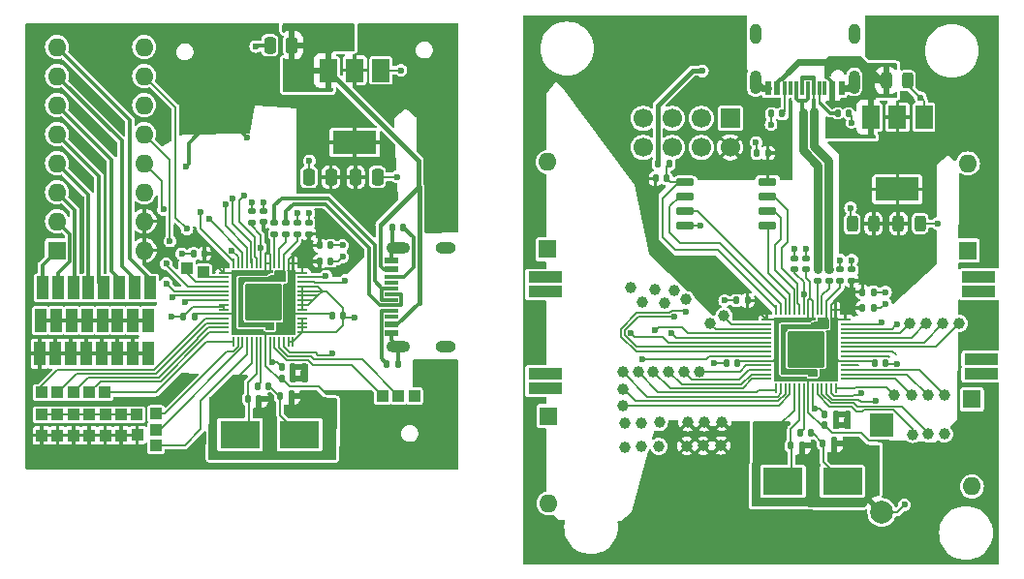
<source format=gbr>
G04 #@! TF.GenerationSoftware,KiCad,Pcbnew,7.0.5*
G04 #@! TF.CreationDate,2023-09-28T01:47:38+03:00*
G04 #@! TF.ProjectId,RP2040_minimal,52503230-3430-45f6-9d69-6e696d616c2e,REV1*
G04 #@! TF.SameCoordinates,Original*
G04 #@! TF.FileFunction,Copper,L1,Top*
G04 #@! TF.FilePolarity,Positive*
%FSLAX46Y46*%
G04 Gerber Fmt 4.6, Leading zero omitted, Abs format (unit mm)*
G04 Created by KiCad (PCBNEW 7.0.5) date 2023-09-28 01:47:38*
%MOMM*%
%LPD*%
G01*
G04 APERTURE LIST*
G04 Aperture macros list*
%AMRoundRect*
0 Rectangle with rounded corners*
0 $1 Rounding radius*
0 $2 $3 $4 $5 $6 $7 $8 $9 X,Y pos of 4 corners*
0 Add a 4 corners polygon primitive as box body*
4,1,4,$2,$3,$4,$5,$6,$7,$8,$9,$2,$3,0*
0 Add four circle primitives for the rounded corners*
1,1,$1+$1,$2,$3*
1,1,$1+$1,$4,$5*
1,1,$1+$1,$6,$7*
1,1,$1+$1,$8,$9*
0 Add four rect primitives between the rounded corners*
20,1,$1+$1,$2,$3,$4,$5,0*
20,1,$1+$1,$4,$5,$6,$7,0*
20,1,$1+$1,$6,$7,$8,$9,0*
20,1,$1+$1,$8,$9,$2,$3,0*%
G04 Aperture macros list end*
G04 #@! TA.AperFunction,SMDPad,CuDef*
%ADD10R,1.000000X1.000000*%
G04 #@! TD*
G04 #@! TA.AperFunction,SMDPad,CuDef*
%ADD11R,1.000000X2.000000*%
G04 #@! TD*
G04 #@! TA.AperFunction,SMDPad,CuDef*
%ADD12RoundRect,0.140000X0.170000X-0.140000X0.170000X0.140000X-0.170000X0.140000X-0.170000X-0.140000X0*%
G04 #@! TD*
G04 #@! TA.AperFunction,SMDPad,CuDef*
%ADD13C,1.000000*%
G04 #@! TD*
G04 #@! TA.AperFunction,ComponentPad*
%ADD14O,1.600000X1.600000*%
G04 #@! TD*
G04 #@! TA.AperFunction,ComponentPad*
%ADD15R,1.600000X1.600000*%
G04 #@! TD*
G04 #@! TA.AperFunction,ComponentPad*
%ADD16O,1.800000X1.000000*%
G04 #@! TD*
G04 #@! TA.AperFunction,ComponentPad*
%ADD17O,2.100000X1.000000*%
G04 #@! TD*
G04 #@! TA.AperFunction,SMDPad,CuDef*
%ADD18R,1.150000X0.600000*%
G04 #@! TD*
G04 #@! TA.AperFunction,SMDPad,CuDef*
%ADD19R,1.150000X0.300000*%
G04 #@! TD*
G04 #@! TA.AperFunction,SMDPad,CuDef*
%ADD20R,3.500000X2.400000*%
G04 #@! TD*
G04 #@! TA.AperFunction,SMDPad,CuDef*
%ADD21RoundRect,0.050000X-0.050000X-0.387500X0.050000X-0.387500X0.050000X0.387500X-0.050000X0.387500X0*%
G04 #@! TD*
G04 #@! TA.AperFunction,SMDPad,CuDef*
%ADD22RoundRect,0.050000X-0.387500X-0.050000X0.387500X-0.050000X0.387500X0.050000X-0.387500X0.050000X0*%
G04 #@! TD*
G04 #@! TA.AperFunction,ComponentPad*
%ADD23C,0.600000*%
G04 #@! TD*
G04 #@! TA.AperFunction,SMDPad,CuDef*
%ADD24RoundRect,0.144000X-1.456000X-1.456000X1.456000X-1.456000X1.456000X1.456000X-1.456000X1.456000X0*%
G04 #@! TD*
G04 #@! TA.AperFunction,SMDPad,CuDef*
%ADD25R,1.500000X2.000000*%
G04 #@! TD*
G04 #@! TA.AperFunction,SMDPad,CuDef*
%ADD26R,3.800000X2.000000*%
G04 #@! TD*
G04 #@! TA.AperFunction,SMDPad,CuDef*
%ADD27RoundRect,0.140000X-0.170000X0.140000X-0.170000X-0.140000X0.170000X-0.140000X0.170000X0.140000X0*%
G04 #@! TD*
G04 #@! TA.AperFunction,SMDPad,CuDef*
%ADD28RoundRect,0.140000X-0.140000X-0.170000X0.140000X-0.170000X0.140000X0.170000X-0.140000X0.170000X0*%
G04 #@! TD*
G04 #@! TA.AperFunction,SMDPad,CuDef*
%ADD29RoundRect,0.140000X0.140000X0.170000X-0.140000X0.170000X-0.140000X-0.170000X0.140000X-0.170000X0*%
G04 #@! TD*
G04 #@! TA.AperFunction,SMDPad,CuDef*
%ADD30RoundRect,0.250000X0.250000X0.475000X-0.250000X0.475000X-0.250000X-0.475000X0.250000X-0.475000X0*%
G04 #@! TD*
G04 #@! TA.AperFunction,SMDPad,CuDef*
%ADD31RoundRect,0.250000X-0.250000X-0.475000X0.250000X-0.475000X0.250000X0.475000X-0.250000X0.475000X0*%
G04 #@! TD*
G04 #@! TA.AperFunction,SMDPad,CuDef*
%ADD32RoundRect,0.243750X-0.243750X-0.456250X0.243750X-0.456250X0.243750X0.456250X-0.243750X0.456250X0*%
G04 #@! TD*
G04 #@! TA.AperFunction,SMDPad,CuDef*
%ADD33RoundRect,0.147500X0.172500X-0.147500X0.172500X0.147500X-0.172500X0.147500X-0.172500X-0.147500X0*%
G04 #@! TD*
G04 #@! TA.AperFunction,SMDPad,CuDef*
%ADD34RoundRect,0.147500X0.147500X0.172500X-0.147500X0.172500X-0.147500X-0.172500X0.147500X-0.172500X0*%
G04 #@! TD*
G04 #@! TA.AperFunction,SMDPad,CuDef*
%ADD35RoundRect,0.147500X-0.147500X-0.172500X0.147500X-0.172500X0.147500X0.172500X-0.147500X0.172500X0*%
G04 #@! TD*
G04 #@! TA.AperFunction,SMDPad,CuDef*
%ADD36RoundRect,0.150000X-0.650000X-0.150000X0.650000X-0.150000X0.650000X0.150000X-0.650000X0.150000X0*%
G04 #@! TD*
G04 #@! TA.AperFunction,SMDPad,CuDef*
%ADD37RoundRect,0.147500X-0.172500X0.147500X-0.172500X-0.147500X0.172500X-0.147500X0.172500X0.147500X0*%
G04 #@! TD*
G04 #@! TA.AperFunction,SMDPad,CuDef*
%ADD38RoundRect,0.243750X0.243750X0.456250X-0.243750X0.456250X-0.243750X-0.456250X0.243750X-0.456250X0*%
G04 #@! TD*
G04 #@! TA.AperFunction,ComponentPad*
%ADD39R,3.000000X1.000000*%
G04 #@! TD*
G04 #@! TA.AperFunction,ComponentPad*
%ADD40C,1.700000*%
G04 #@! TD*
G04 #@! TA.AperFunction,ComponentPad*
%ADD41R,1.700000X1.700000*%
G04 #@! TD*
G04 #@! TA.AperFunction,SMDPad,CuDef*
%ADD42R,0.600000X1.150000*%
G04 #@! TD*
G04 #@! TA.AperFunction,SMDPad,CuDef*
%ADD43R,0.300000X1.150000*%
G04 #@! TD*
G04 #@! TA.AperFunction,ComponentPad*
%ADD44O,1.000000X2.100000*%
G04 #@! TD*
G04 #@! TA.AperFunction,ComponentPad*
%ADD45O,1.000000X1.800000*%
G04 #@! TD*
G04 #@! TA.AperFunction,ComponentPad*
%ADD46R,2.000000X2.000000*%
G04 #@! TD*
G04 #@! TA.AperFunction,ComponentPad*
%ADD47C,2.000000*%
G04 #@! TD*
G04 #@! TA.AperFunction,ViaPad*
%ADD48C,0.600000*%
G04 #@! TD*
G04 #@! TA.AperFunction,Conductor*
%ADD49C,0.300000*%
G04 #@! TD*
G04 #@! TA.AperFunction,Conductor*
%ADD50C,0.200000*%
G04 #@! TD*
G04 #@! TA.AperFunction,Conductor*
%ADD51C,0.150000*%
G04 #@! TD*
G04 #@! TA.AperFunction,Conductor*
%ADD52C,0.400000*%
G04 #@! TD*
G04 #@! TA.AperFunction,Conductor*
%ADD53C,0.600000*%
G04 #@! TD*
G04 #@! TA.AperFunction,Conductor*
%ADD54C,0.800000*%
G04 #@! TD*
G04 APERTURE END LIST*
D10*
X59486558Y-103481558D03*
X62261558Y-103481558D03*
X60874058Y-103481558D03*
X38036558Y-106906558D03*
X36636558Y-106931558D03*
X37986558Y-105131558D03*
X36636558Y-105131558D03*
X39686558Y-105031558D03*
X39686558Y-107806558D03*
X39686558Y-106419058D03*
X35236558Y-106931558D03*
X33849058Y-106931558D03*
X32461558Y-106931558D03*
X31074058Y-106931558D03*
X35236558Y-105131558D03*
X33849058Y-105131558D03*
X32461558Y-105131558D03*
X31074058Y-105131558D03*
X29686558Y-106931558D03*
X29686558Y-105131558D03*
X35224058Y-103181558D03*
X33836558Y-103181558D03*
X32449058Y-103181558D03*
X31061558Y-103181558D03*
X29674058Y-103181558D03*
X42386558Y-92281558D03*
X43836558Y-92681558D03*
D11*
X37631752Y-99781558D03*
X36282553Y-99781558D03*
X34933354Y-99781558D03*
X33584155Y-99781558D03*
X32234956Y-99781558D03*
X30885757Y-99781558D03*
X38980954Y-99781558D03*
X29536558Y-99781558D03*
X37682553Y-96881558D03*
X36333354Y-96881558D03*
X34984155Y-96881558D03*
X33634956Y-96881558D03*
X32285757Y-96881558D03*
X30936558Y-96881558D03*
X39180955Y-94031558D03*
X39031755Y-96881558D03*
X29587359Y-96881558D03*
X37830955Y-94031558D03*
X36483756Y-94031558D03*
X35136558Y-94031558D03*
X33789360Y-94031558D03*
X32442162Y-94031558D03*
X31094964Y-94031558D03*
X29747766Y-94031558D03*
D12*
X96483750Y-92400280D03*
X96483750Y-91440280D03*
X49059750Y-88261000D03*
X49059750Y-87301000D03*
D13*
X87490000Y-107840000D03*
X86050000Y-107850000D03*
X89060000Y-107810000D03*
X82080000Y-107930000D03*
X80640000Y-107940000D03*
X83650000Y-107900000D03*
X83685000Y-105815280D03*
X80675000Y-105855280D03*
X82115000Y-105845280D03*
X87580000Y-105780000D03*
X86140000Y-105790000D03*
X89150000Y-105750000D03*
D14*
X38645000Y-90750333D03*
X38645000Y-88210333D03*
X38645000Y-85670333D03*
X38645000Y-83130333D03*
X38645000Y-80590333D03*
X38645000Y-78050333D03*
X38645000Y-75510333D03*
X38645000Y-72970333D03*
X31025000Y-72970333D03*
X31025000Y-75510333D03*
X31025000Y-78050333D03*
X31025000Y-80590333D03*
X31025000Y-83130333D03*
X31025000Y-85670333D03*
X31025000Y-88210333D03*
D15*
X31025000Y-90750333D03*
D16*
X65010000Y-90498000D03*
D17*
X60830000Y-90498000D03*
D16*
X65010000Y-99138000D03*
D17*
X60830000Y-99138000D03*
D18*
X60255000Y-98018000D03*
X60255000Y-97218000D03*
D19*
X60255000Y-96568000D03*
X60255000Y-95568000D03*
X60255000Y-94068000D03*
X60255000Y-93068000D03*
D18*
X60255000Y-92418000D03*
X60255000Y-91618000D03*
X60255000Y-91618000D03*
X60255000Y-92418000D03*
D19*
X60255000Y-93568000D03*
X60255000Y-94568000D03*
X60255000Y-95068000D03*
X60255000Y-96068000D03*
D18*
X60255000Y-97218000D03*
X60255000Y-98018000D03*
D20*
X52229750Y-106846000D03*
X47029750Y-106846000D03*
D21*
X46444750Y-91873500D03*
X46844750Y-91873500D03*
X47244750Y-91873500D03*
X47644750Y-91873500D03*
X48044750Y-91873500D03*
X48444750Y-91873500D03*
X48844750Y-91873500D03*
X49244750Y-91873500D03*
X49644750Y-91873500D03*
X50044750Y-91873500D03*
X50444750Y-91873500D03*
X50844750Y-91873500D03*
X51244750Y-91873500D03*
X51644750Y-91873500D03*
D22*
X52482250Y-92711000D03*
X52482250Y-93111000D03*
X52482250Y-93511000D03*
X52482250Y-93911000D03*
X52482250Y-94311000D03*
X52482250Y-94711000D03*
X52482250Y-95111000D03*
X52482250Y-95511000D03*
X52482250Y-95911000D03*
X52482250Y-96311000D03*
X52482250Y-96711000D03*
X52482250Y-97111000D03*
X52482250Y-97511000D03*
X52482250Y-97911000D03*
D21*
X51644750Y-98748500D03*
X51244750Y-98748500D03*
X50844750Y-98748500D03*
X50444750Y-98748500D03*
X50044750Y-98748500D03*
X49644750Y-98748500D03*
X49244750Y-98748500D03*
X48844750Y-98748500D03*
X48444750Y-98748500D03*
X48044750Y-98748500D03*
X47644750Y-98748500D03*
X47244750Y-98748500D03*
X46844750Y-98748500D03*
X46444750Y-98748500D03*
D22*
X45607250Y-97911000D03*
X45607250Y-97511000D03*
X45607250Y-97111000D03*
X45607250Y-96711000D03*
X45607250Y-96311000D03*
X45607250Y-95911000D03*
X45607250Y-95511000D03*
X45607250Y-95111000D03*
X45607250Y-94711000D03*
X45607250Y-94311000D03*
X45607250Y-93911000D03*
X45607250Y-93511000D03*
X45607250Y-93111000D03*
X45607250Y-92711000D03*
D23*
X50319750Y-96586000D03*
X49044750Y-96586000D03*
X47769750Y-96586000D03*
X50319750Y-95311000D03*
X49044750Y-95311000D03*
X47769750Y-95311000D03*
X50319750Y-94036000D03*
X49044750Y-94036000D03*
X47769750Y-94036000D03*
D24*
X49044750Y-95311000D03*
D25*
X54744750Y-75016000D03*
X57044750Y-75016000D03*
D26*
X57044750Y-81316000D03*
D25*
X59344750Y-75016000D03*
D27*
X51039750Y-89316000D03*
X51039750Y-88356000D03*
X50044750Y-89311000D03*
X50044750Y-88351000D03*
D28*
X49499750Y-102606000D03*
X48539750Y-102606000D03*
X61310000Y-88724000D03*
X60350000Y-88724000D03*
D29*
X59870000Y-100662000D03*
X60830000Y-100662000D03*
D30*
X53069750Y-84341000D03*
X54969750Y-84341000D03*
D29*
X42069750Y-96526000D03*
X43029750Y-96526000D03*
D28*
X56009750Y-96496000D03*
X55049750Y-96496000D03*
D29*
X42966000Y-91046000D03*
X43926000Y-91046000D03*
D28*
X51649750Y-101956000D03*
X50689750Y-101956000D03*
X54959750Y-91706000D03*
X53999750Y-91706000D03*
D12*
X53044750Y-88351000D03*
X53044750Y-89311000D03*
X52044750Y-88351000D03*
X52044750Y-89311000D03*
D28*
X51639750Y-100956000D03*
X50679750Y-100956000D03*
D12*
X48049750Y-87346000D03*
X48049750Y-88306000D03*
D31*
X59029750Y-84336000D03*
X57129750Y-84336000D03*
D28*
X54959750Y-90316000D03*
X53999750Y-90316000D03*
D30*
X49636558Y-72831558D03*
X51536558Y-72831558D03*
D28*
X51499750Y-103516000D03*
X50539750Y-103516000D03*
X48689750Y-103746000D03*
X47729750Y-103746000D03*
D32*
X104571250Y-88405280D03*
X106446250Y-88405280D03*
D33*
X100483750Y-93405280D03*
X100483750Y-92435280D03*
X99483750Y-93405280D03*
X99483750Y-92435280D03*
D34*
X90483750Y-100605280D03*
X89513750Y-100605280D03*
X93153750Y-82235280D03*
X92183750Y-82235280D03*
D35*
X83339000Y-84475280D03*
X84309000Y-84475280D03*
D25*
X106783750Y-79105280D03*
X104483750Y-79105280D03*
D26*
X104483750Y-85405280D03*
D25*
X102183750Y-79105280D03*
D36*
X85933750Y-84775280D03*
X85933750Y-86045280D03*
X85933750Y-87315280D03*
X85933750Y-88585280D03*
X93133750Y-88585280D03*
X93133750Y-87315280D03*
X93133750Y-86045280D03*
X93133750Y-84775280D03*
D35*
X97968750Y-107615280D03*
X98938750Y-107615280D03*
D34*
X84540000Y-83205280D03*
X83570000Y-83205280D03*
D35*
X102483750Y-100605280D03*
X103453750Y-100605280D03*
X98118750Y-106055280D03*
X99088750Y-106055280D03*
D37*
X97483750Y-92435280D03*
X97483750Y-93405280D03*
D35*
X98128750Y-105065280D03*
X99098750Y-105065280D03*
D32*
X103483750Y-75905280D03*
X105358750Y-75905280D03*
D34*
X91370000Y-95135280D03*
X90400000Y-95135280D03*
D35*
X101433750Y-94405280D03*
X102403750Y-94405280D03*
D22*
X93046250Y-96805280D03*
X93046250Y-97205280D03*
X93046250Y-97605280D03*
X93046250Y-98005280D03*
X93046250Y-98405280D03*
X93046250Y-98805280D03*
X93046250Y-99205280D03*
X93046250Y-99605280D03*
X93046250Y-100005280D03*
X93046250Y-100405280D03*
X93046250Y-100805280D03*
X93046250Y-101205280D03*
X93046250Y-101605280D03*
X93046250Y-102005280D03*
D21*
X93883750Y-102842780D03*
X94283750Y-102842780D03*
X94683750Y-102842780D03*
X95083750Y-102842780D03*
X95483750Y-102842780D03*
X95883750Y-102842780D03*
X96283750Y-102842780D03*
X96683750Y-102842780D03*
X97083750Y-102842780D03*
X97483750Y-102842780D03*
X97883750Y-102842780D03*
X98283750Y-102842780D03*
X98683750Y-102842780D03*
X99083750Y-102842780D03*
D22*
X99921250Y-102005280D03*
X99921250Y-101605280D03*
X99921250Y-101205280D03*
X99921250Y-100805280D03*
X99921250Y-100405280D03*
X99921250Y-100005280D03*
X99921250Y-99605280D03*
X99921250Y-99205280D03*
X99921250Y-98805280D03*
X99921250Y-98405280D03*
X99921250Y-98005280D03*
X99921250Y-97605280D03*
X99921250Y-97205280D03*
X99921250Y-96805280D03*
D21*
X99083750Y-95967780D03*
X98683750Y-95967780D03*
X98283750Y-95967780D03*
X97883750Y-95967780D03*
X97483750Y-95967780D03*
X97083750Y-95967780D03*
X96683750Y-95967780D03*
X96283750Y-95967780D03*
X95883750Y-95967780D03*
X95483750Y-95967780D03*
X95083750Y-95967780D03*
X94683750Y-95967780D03*
X94283750Y-95967780D03*
X93883750Y-95967780D03*
D23*
X95208750Y-98130280D03*
X95208750Y-99405280D03*
X95208750Y-100680280D03*
X96483750Y-98130280D03*
X96483750Y-99405280D03*
D24*
X96483750Y-99405280D03*
D23*
X96483750Y-100680280D03*
X97758750Y-98130280D03*
X97758750Y-99405280D03*
X97758750Y-100680280D03*
D35*
X95158750Y-107835280D03*
X96128750Y-107835280D03*
D37*
X98483750Y-92435280D03*
X98483750Y-93405280D03*
D33*
X95483750Y-92405280D03*
X95483750Y-91435280D03*
D35*
X101433750Y-95805280D03*
X102403750Y-95805280D03*
X95978750Y-106705280D03*
X96948750Y-106705280D03*
D20*
X94468750Y-110935280D03*
X99668750Y-110935280D03*
D38*
X102396250Y-88430280D03*
X100521250Y-88430280D03*
D39*
X111592500Y-94350280D03*
X111592500Y-93080280D03*
D15*
X110633750Y-90775280D03*
D14*
X110633750Y-83155280D03*
D15*
X73925000Y-90645280D03*
D14*
X73925000Y-83025280D03*
X73985000Y-112875280D03*
D15*
X73985000Y-105255280D03*
D28*
X93453750Y-78805280D03*
X94413750Y-78805280D03*
D15*
X110979000Y-103779280D03*
D14*
X110979000Y-111399280D03*
D39*
X111817500Y-101525280D03*
X111817500Y-100255280D03*
D13*
X87135000Y-101365280D03*
X80495000Y-102865280D03*
X84480000Y-101365280D03*
X107185000Y-106815280D03*
D40*
X82245000Y-81740000D03*
X82245000Y-79200000D03*
X84785000Y-81740000D03*
X84785000Y-79200000D03*
X87325000Y-81740000D03*
X87325000Y-79200000D03*
X89865000Y-81740000D03*
D41*
X89865000Y-79200000D03*
D13*
X109895000Y-97145280D03*
D39*
X73710000Y-93110280D03*
X73710000Y-94380280D03*
D42*
X99588750Y-76605280D03*
X98788750Y-76605280D03*
D43*
X97638750Y-76605280D03*
X96638750Y-76605280D03*
X96138750Y-76605280D03*
X95138750Y-76605280D03*
D42*
X93988750Y-76605280D03*
X93188750Y-76605280D03*
X93188750Y-76605280D03*
X93988750Y-76605280D03*
D43*
X94638750Y-76605280D03*
X95638750Y-76605280D03*
X97138750Y-76605280D03*
X98138750Y-76605280D03*
D42*
X98788750Y-76605280D03*
X99588750Y-76605280D03*
D44*
X100708750Y-76030280D03*
D45*
X100708750Y-71850280D03*
D44*
X92068750Y-76030280D03*
D45*
X92068750Y-71850280D03*
D13*
X86015000Y-95045280D03*
X81825000Y-101365280D03*
X84955000Y-94235280D03*
X83152500Y-101365280D03*
X108595000Y-106825280D03*
X84145000Y-95335280D03*
X80495000Y-104325280D03*
X80495000Y-101405280D03*
X89315000Y-96485280D03*
X107135000Y-103435280D03*
X106995000Y-97145280D03*
X105545000Y-97145280D03*
D29*
X100225000Y-78765280D03*
X99265000Y-78765280D03*
D13*
X83265000Y-94165280D03*
X108445000Y-97145280D03*
X108585000Y-103435280D03*
X82215000Y-95235280D03*
X105795000Y-106845280D03*
X81165000Y-94035280D03*
D39*
X73710000Y-101525280D03*
X73710000Y-102795280D03*
D13*
X104235000Y-103435280D03*
X85807500Y-101365280D03*
X88125000Y-97155280D03*
X105685000Y-103435280D03*
D46*
X103105000Y-106065280D03*
D47*
X103105000Y-113665280D03*
D48*
X59436558Y-103531558D03*
X60861558Y-103506558D03*
X62286558Y-103481558D03*
X38036558Y-106931558D03*
X36611558Y-106931558D03*
X36661558Y-105106558D03*
X37936558Y-105106558D03*
X39711558Y-107806558D03*
X39686558Y-106406558D03*
X39711558Y-105006558D03*
X29636558Y-103231558D03*
X31111558Y-103131558D03*
X32536558Y-103156558D03*
X33786558Y-103181558D03*
X35224058Y-103181558D03*
X35211558Y-105131558D03*
X33861558Y-105156558D03*
X32461558Y-105131558D03*
X31036558Y-105156558D03*
X29686558Y-105131558D03*
X29661558Y-106906558D03*
X31061558Y-106981558D03*
X32486558Y-106931558D03*
X33811558Y-106906558D03*
X35236558Y-106956558D03*
X37636558Y-96831558D03*
X36336558Y-96881558D03*
X34936558Y-96931558D03*
X33636558Y-96881558D03*
X32336558Y-96881558D03*
X30986558Y-96831558D03*
X29636558Y-96881558D03*
X29486558Y-99781558D03*
X30936558Y-99731558D03*
X32236558Y-99781558D03*
X33486558Y-99731558D03*
X34886558Y-99781558D03*
X36286558Y-99781558D03*
X37586558Y-99831558D03*
X39036558Y-99831558D03*
X39180955Y-94031558D03*
X37830955Y-94031558D03*
X36483756Y-94031558D03*
X35136558Y-94031558D03*
X33789360Y-94031558D03*
X32442162Y-94031558D03*
X31094964Y-94031558D03*
X29747766Y-94031558D03*
X39031755Y-96881558D03*
X40587058Y-91921558D03*
X40337058Y-87181558D03*
X42386558Y-88881558D03*
X42186558Y-95260500D03*
X40886558Y-89931558D03*
X41136558Y-94860500D03*
X40586558Y-93631558D03*
X48386558Y-72931558D03*
X81400000Y-73550000D03*
X105100000Y-113000000D03*
X85960000Y-107910000D03*
X87410000Y-107860000D03*
X89060000Y-107910000D03*
X80640000Y-107920000D03*
X82080000Y-107900000D03*
X83630000Y-107900000D03*
X83665000Y-105815280D03*
X82115000Y-105815280D03*
X80675000Y-105835280D03*
X87950000Y-97150000D03*
X89400000Y-96350000D03*
X105550000Y-97150000D03*
X107000000Y-97050000D03*
X108450000Y-97100000D03*
X109900000Y-97150000D03*
X86050000Y-105850000D03*
X87500000Y-105800000D03*
X89150000Y-105850000D03*
X105800000Y-106850000D03*
X107200000Y-106800000D03*
X80500000Y-104300000D03*
X80500000Y-102850000D03*
X80500000Y-101450000D03*
X81800000Y-101300000D03*
X83150000Y-101300000D03*
X84450000Y-101300000D03*
X85800000Y-101300000D03*
X87100000Y-101350000D03*
X56225000Y-93391500D03*
X54525000Y-92991500D03*
X59306000Y-72976000D03*
X57782000Y-87454000D03*
X54988000Y-88978000D03*
X59814000Y-77548000D03*
X56004000Y-79072000D03*
X57528000Y-103710000D03*
X47622000Y-80850000D03*
X42288000Y-83390000D03*
X47399375Y-85961375D03*
X46364375Y-86196375D03*
X45744750Y-86692000D03*
X43558000Y-87376625D03*
X46318375Y-90789625D03*
X44305375Y-87976625D03*
X41044750Y-96516000D03*
X49644720Y-97416000D03*
X48844750Y-90515994D03*
X54512015Y-105156462D03*
X55106000Y-99786000D03*
X49744750Y-93216000D03*
X49844750Y-100516000D03*
X54419750Y-103856000D03*
X61084000Y-75008000D03*
X53075000Y-82920333D03*
X60725000Y-84320333D03*
X45739750Y-103366000D03*
X52579750Y-101576000D03*
X49659750Y-104436000D03*
X55994750Y-91316000D03*
X52044750Y-87516000D03*
X46709750Y-101976000D03*
X48044750Y-86516008D03*
X53044750Y-87516000D03*
X57044750Y-96621000D03*
X41931000Y-91046000D03*
X55994750Y-90316000D03*
X49044750Y-86516000D03*
X94148750Y-106065280D03*
X108605000Y-106825280D03*
X104483750Y-100710280D03*
X93178750Y-107455280D03*
X100465000Y-79615280D03*
X103433750Y-94405280D03*
X100383750Y-87030280D03*
X106483750Y-77405280D03*
X88483750Y-100605280D03*
X96483750Y-90605280D03*
X100483750Y-91605280D03*
X93433750Y-79755280D03*
X95483750Y-90605288D03*
X92115000Y-81315280D03*
X89370000Y-95135280D03*
X99483750Y-91605280D03*
X103433750Y-95405280D03*
X100018750Y-105665280D03*
X97098750Y-108525280D03*
X107983750Y-88405280D03*
X101858750Y-107945280D03*
X87283750Y-88605280D03*
X92118750Y-112765280D03*
X90458750Y-73530280D03*
X102583750Y-73380280D03*
X109205000Y-79145280D03*
X96283750Y-94605274D03*
X97183750Y-97305280D03*
X97283750Y-104605280D03*
X97083720Y-101505280D03*
X87435000Y-75055280D03*
X82195000Y-95285280D03*
X82215000Y-100295280D03*
X85988962Y-96089242D03*
X86005000Y-95035280D03*
X84995000Y-96545280D03*
X84995000Y-94255280D03*
X81170000Y-94075280D03*
X81170000Y-97955280D03*
X84705000Y-97985280D03*
X84135000Y-95345280D03*
X83275000Y-94165280D03*
X83285000Y-97755280D03*
X103128750Y-97080780D03*
X104422666Y-97181364D03*
X101355000Y-103265280D03*
X102545000Y-103875280D03*
D49*
X36483756Y-93278756D02*
X36483756Y-94031558D01*
X35786558Y-92581558D02*
X36483756Y-93278756D01*
X35786558Y-82811891D02*
X35786558Y-92581558D01*
X31025000Y-78050333D02*
X35786558Y-82811891D01*
X37830955Y-94031558D02*
X37830955Y-93278757D01*
X37830955Y-93278757D02*
X36686558Y-92134360D01*
X36686558Y-92134360D02*
X36686558Y-81171891D01*
X36686558Y-81171891D02*
X31025000Y-75510333D01*
D50*
X42471026Y-93911000D02*
X45607250Y-93911000D01*
X40587058Y-91921558D02*
X40587058Y-92027032D01*
X40587058Y-92027032D02*
X42471026Y-93911000D01*
D51*
X42889192Y-95706558D02*
X42069750Y-96526000D01*
X45607250Y-95706558D02*
X42889192Y-95706558D01*
X45607250Y-95916000D02*
X45607250Y-95706558D01*
D50*
X45607250Y-95511000D02*
X45607250Y-95911000D01*
D51*
X50536558Y-103532808D02*
X49619750Y-102616000D01*
X50536558Y-105156558D02*
X50536558Y-103532808D01*
X52229750Y-106846000D02*
X52226000Y-106846000D01*
X52226000Y-106846000D02*
X50536558Y-105156558D01*
X49619750Y-102616000D02*
X49509750Y-102616000D01*
D50*
X53807116Y-93911000D02*
X54207116Y-94311000D01*
X52482250Y-93911000D02*
X53807116Y-93911000D01*
X56009750Y-95779750D02*
X56009750Y-96496000D01*
X54541000Y-94311000D02*
X56009750Y-95779750D01*
X54207116Y-94311000D02*
X54541000Y-94311000D01*
X55936558Y-97381558D02*
X56009750Y-97308366D01*
X55407116Y-97911000D02*
X55936558Y-97381558D01*
X56009750Y-97308366D02*
X56009750Y-96496000D01*
X52482250Y-97911000D02*
X55407116Y-97911000D01*
X52482250Y-97911000D02*
X52482250Y-96711000D01*
X51644750Y-98748500D02*
X52482250Y-97911000D01*
X51244750Y-98748500D02*
X51644750Y-98748500D01*
X52482250Y-95911000D02*
X52482250Y-93911000D01*
X53007116Y-95511000D02*
X53486558Y-95031558D01*
X52482250Y-95511000D02*
X53007116Y-95511000D01*
X53407116Y-95111000D02*
X53486558Y-95031558D01*
X53486558Y-95031558D02*
X53807116Y-94711000D01*
X52482250Y-95111000D02*
X53407116Y-95111000D01*
X53807116Y-94711000D02*
X54207116Y-94311000D01*
X52482250Y-94711000D02*
X53807116Y-94711000D01*
X52482250Y-94311000D02*
X54207116Y-94311000D01*
X53596500Y-93541500D02*
X53561558Y-93506558D01*
X56075000Y-93541500D02*
X53596500Y-93541500D01*
X56225000Y-93391500D02*
X56075000Y-93541500D01*
X53561558Y-93506558D02*
X52486692Y-93506558D01*
X52486692Y-93506558D02*
X52482250Y-93511000D01*
D51*
X59436558Y-103431558D02*
X59436558Y-103531558D01*
X53966000Y-100756000D02*
X53966558Y-100756558D01*
X56761558Y-100756558D02*
X59436558Y-103431558D01*
X53436000Y-100756000D02*
X53966000Y-100756000D01*
X52996000Y-100316000D02*
X53436000Y-100756000D01*
X53966558Y-100756558D02*
X56761558Y-100756558D01*
X50044750Y-99253792D02*
X51106958Y-100316000D01*
X51106958Y-100316000D02*
X52996000Y-100316000D01*
X50044750Y-98753500D02*
X50044750Y-99253792D01*
X59536558Y-103531558D02*
X59486558Y-103481558D01*
X59436558Y-103531558D02*
X59536558Y-103531558D01*
X60899058Y-103506558D02*
X60874058Y-103481558D01*
X60861558Y-103506558D02*
X60899058Y-103506558D01*
X60861558Y-103469058D02*
X60861558Y-103506558D01*
X57703500Y-100311000D02*
X60861558Y-103469058D01*
X53521000Y-100311000D02*
X57703500Y-100311000D01*
X53226000Y-100016000D02*
X53521000Y-100311000D01*
X51231222Y-100016000D02*
X53226000Y-100016000D01*
X50444750Y-99229528D02*
X51231222Y-100016000D01*
X50444750Y-98753500D02*
X50444750Y-99229528D01*
D50*
X37911558Y-105131558D02*
X37936558Y-105106558D01*
X35236558Y-105131558D02*
X37911558Y-105131558D01*
D51*
X39711558Y-107806558D02*
X39686558Y-107806558D01*
X39686558Y-106406558D02*
X39686558Y-106419058D01*
X39711558Y-105006558D02*
X39686558Y-105031558D01*
X40461558Y-105031558D02*
X39711558Y-105006558D01*
X45886558Y-99606558D02*
X40461558Y-105031558D01*
X46418101Y-99606558D02*
X45886558Y-99606558D01*
X46844750Y-99179909D02*
X46418101Y-99606558D01*
X46844750Y-98753500D02*
X46844750Y-99179909D01*
X43611558Y-106381558D02*
X42186558Y-107806558D01*
X47644750Y-99848366D02*
X43611558Y-103881558D01*
X47644750Y-98753500D02*
X47644750Y-99848366D01*
X43611558Y-103881558D02*
X43611558Y-106381558D01*
X42186558Y-107806558D02*
X39711558Y-107806558D01*
X47244750Y-99204173D02*
X40029865Y-106419058D01*
X40029865Y-106419058D02*
X39686558Y-106406558D01*
X47244750Y-98753500D02*
X47244750Y-99204173D01*
X31036558Y-101231558D02*
X29636558Y-102631558D01*
X39480954Y-101231558D02*
X31036558Y-101231558D01*
X43996512Y-96716000D02*
X39480954Y-101231558D01*
X29636558Y-102631558D02*
X29636558Y-103231558D01*
X45607250Y-96716000D02*
X43996512Y-96716000D01*
D50*
X44097561Y-98748500D02*
X46444750Y-98748500D01*
X39664503Y-103181558D02*
X44097561Y-98748500D01*
X35224058Y-103181558D02*
X39664503Y-103181558D01*
D51*
X29636558Y-103231558D02*
X29674058Y-103181558D01*
X31111558Y-103131558D02*
X31061558Y-103181558D01*
D50*
X32536558Y-103094058D02*
X33774058Y-101856558D01*
X32536558Y-103156558D02*
X32536558Y-103094058D01*
X32474058Y-103156558D02*
X32536558Y-103156558D01*
X33786558Y-103231558D02*
X34811558Y-102206558D01*
X33786558Y-103181558D02*
X33786558Y-103231558D01*
X33836558Y-103181558D02*
X33786558Y-103181558D01*
X35211558Y-105131558D02*
X35236558Y-105131558D01*
X33886558Y-105131558D02*
X35211558Y-105131558D01*
X33861558Y-105156558D02*
X33886558Y-105131558D01*
X33836558Y-105131558D02*
X33861558Y-105156558D01*
X32461558Y-105131558D02*
X33836558Y-105131558D01*
X31061558Y-105131558D02*
X32461558Y-105131558D01*
X31036558Y-105156558D02*
X31061558Y-105131558D01*
X31011558Y-105131558D02*
X31036558Y-105156558D01*
X29661558Y-106906558D02*
X31061558Y-106981558D01*
X31061558Y-106981558D02*
X35236558Y-106956558D01*
X35236558Y-106956558D02*
X35236558Y-106931558D01*
X29686558Y-106931558D02*
X29661558Y-106906558D01*
X29686558Y-105131558D02*
X31011558Y-105131558D01*
D51*
X44234030Y-97516000D02*
X43360015Y-98390015D01*
X45607250Y-97516000D02*
X44234030Y-97516000D01*
X44364368Y-97916000D02*
X43667684Y-98612684D01*
X45607250Y-97916000D02*
X44364368Y-97916000D01*
D50*
X40073810Y-102206558D02*
X43667684Y-98612684D01*
X34811558Y-102206558D02*
X40073810Y-102206558D01*
X33836558Y-103181558D02*
X33836558Y-103181558D01*
X39928836Y-101856558D02*
X43377697Y-98407697D01*
X33774058Y-101856558D02*
X39928836Y-101856558D01*
X32449058Y-103181558D02*
X32474058Y-103156558D01*
D51*
X39654192Y-101531558D02*
X32711558Y-101531558D01*
X44069750Y-97116000D02*
X39654192Y-101531558D01*
X45607250Y-97116000D02*
X44069750Y-97116000D01*
X32711558Y-101531558D02*
X31111558Y-103131558D01*
D50*
X42386558Y-92731558D02*
X42386558Y-92281558D01*
X43166000Y-93511000D02*
X42386558Y-92731558D01*
X45607250Y-93511000D02*
X43166000Y-93511000D01*
D51*
X44266000Y-93111000D02*
X43836558Y-92681558D01*
X45607250Y-93111000D02*
X44266000Y-93111000D01*
D50*
X40337058Y-87181558D02*
X40186558Y-87031058D01*
X40186558Y-87031058D02*
X40186558Y-84671891D01*
X40186558Y-84671891D02*
X38645000Y-83130333D01*
X41386558Y-78251891D02*
X38645000Y-75510333D01*
X41386558Y-87881558D02*
X41386558Y-78251891D01*
X42386558Y-88881558D02*
X41386558Y-87881558D01*
D51*
X46444750Y-91716000D02*
X46444750Y-91916000D01*
X43558000Y-87376625D02*
X43558000Y-88829250D01*
X43558000Y-88829250D02*
X46444750Y-91716000D01*
D50*
X40586558Y-93631558D02*
X41266000Y-94311000D01*
X41266000Y-94311000D02*
X45607250Y-94311000D01*
X40886558Y-89931558D02*
X40886558Y-82831891D01*
X40886558Y-82831891D02*
X38645000Y-80590333D01*
X45607250Y-95111000D02*
X42336058Y-95111000D01*
X42336058Y-95111000D02*
X42186558Y-95260500D01*
X41286058Y-94711000D02*
X41136558Y-94860500D01*
X45607250Y-94711000D02*
X41286058Y-94711000D01*
D49*
X37386558Y-91487161D02*
X37386558Y-79331891D01*
X37386558Y-79331891D02*
X31025000Y-72970333D01*
X39180955Y-94031558D02*
X39180955Y-93281558D01*
X39180955Y-93281558D02*
X37386558Y-91487161D01*
X34686558Y-84251891D02*
X31025000Y-80590333D01*
X34686558Y-93581558D02*
X34686558Y-84251891D01*
X35136558Y-94031558D02*
X34686558Y-93581558D01*
X33789360Y-85894693D02*
X31025000Y-83130333D01*
X33789360Y-94031558D02*
X33789360Y-85894693D01*
X32575000Y-93898720D02*
X32575000Y-87220333D01*
X32442162Y-94031558D02*
X32575000Y-93898720D01*
X32575000Y-87220333D02*
X31025000Y-85670333D01*
X32125000Y-89310333D02*
X31025000Y-88210333D01*
X31094964Y-92731558D02*
X32125000Y-91701522D01*
X32125000Y-91701522D02*
X32125000Y-89310333D01*
X31094964Y-94031558D02*
X31094964Y-92731558D01*
X29747766Y-94031558D02*
X29747766Y-92027567D01*
X29747766Y-92027567D02*
X31025000Y-90750333D01*
X29587359Y-96881558D02*
X39031755Y-96881558D01*
X29536558Y-99781558D02*
X38980954Y-99781558D01*
X48486558Y-72831558D02*
X48386558Y-72931558D01*
X49636558Y-72831558D02*
X48486558Y-72831558D01*
D50*
X50844750Y-91116000D02*
X52044750Y-89916000D01*
D51*
X95083750Y-103317717D02*
X95083750Y-102842780D01*
X94101467Y-104300000D02*
X95083750Y-103317717D01*
X80500000Y-104300000D02*
X94101467Y-104300000D01*
X100521250Y-88430280D02*
X100383750Y-88292780D01*
X100383750Y-88292780D02*
X100383750Y-87030280D01*
D49*
X60794695Y-97218000D02*
X60255000Y-97218000D01*
X62680000Y-95332695D02*
X60794695Y-97218000D01*
D52*
X62680000Y-85218000D02*
X62630000Y-85168000D01*
X62680000Y-95332695D02*
X62680000Y-85218000D01*
D51*
X53069750Y-83166000D02*
X52994750Y-83091000D01*
X53069750Y-84266000D02*
X53069750Y-83166000D01*
D50*
X104434720Y-113665280D02*
X105100000Y-113000000D01*
X103105000Y-113665280D02*
X104434720Y-113665280D01*
D51*
X85920000Y-96020280D02*
X85988962Y-96089242D01*
X80345000Y-97613553D02*
X81713273Y-96245280D01*
X80345000Y-98297007D02*
X80345000Y-97613553D01*
X84552537Y-96245280D02*
X84777537Y-96020280D01*
X81653273Y-99605280D02*
X80345000Y-98297007D01*
X81713273Y-96245280D02*
X84552537Y-96245280D01*
X84777537Y-96020280D02*
X85920000Y-96020280D01*
X93046250Y-99605280D02*
X81653273Y-99605280D01*
D50*
X60720667Y-84316000D02*
X60725000Y-84320333D01*
X59094750Y-84316000D02*
X60720667Y-84316000D01*
D51*
X52994750Y-83000583D02*
X53075000Y-82920333D01*
X87950000Y-97150000D02*
X88125000Y-97155280D01*
X105550000Y-97140280D02*
X105545000Y-97145280D01*
X105550000Y-97150000D02*
X105550000Y-97140280D01*
X105540280Y-97150000D02*
X105550000Y-97150000D01*
X107000000Y-97050000D02*
X106995000Y-97145280D01*
X108490280Y-97100000D02*
X108445000Y-97145280D01*
X108450000Y-97100000D02*
X108490280Y-97100000D01*
X108450000Y-97140280D02*
X108450000Y-97100000D01*
X109900000Y-97140280D02*
X109895000Y-97145280D01*
X109900000Y-97150000D02*
X109900000Y-97140280D01*
X109890280Y-97150000D02*
X109900000Y-97150000D01*
X105800000Y-106850000D02*
X105795000Y-106845280D01*
X107185000Y-106815000D02*
X107185000Y-106815280D01*
X107200000Y-106800000D02*
X107185000Y-106815000D01*
X107185000Y-106785000D02*
X107200000Y-106800000D01*
X80479720Y-102850000D02*
X81555000Y-103925280D01*
X80500000Y-102850000D02*
X80479720Y-102850000D01*
X80500000Y-102870280D02*
X80500000Y-102850000D01*
X80539720Y-101450000D02*
X82625000Y-103535280D01*
X80500000Y-101450000D02*
X80539720Y-101450000D01*
X80500000Y-101410280D02*
X80500000Y-101450000D01*
X81759720Y-101300000D02*
X81825000Y-101365280D01*
X81800000Y-101300000D02*
X81759720Y-101300000D01*
X81800000Y-101340280D02*
X81800000Y-101300000D01*
X83087220Y-101300000D02*
X83152500Y-101365280D01*
X83150000Y-101300000D02*
X83087220Y-101300000D01*
X83150000Y-101362780D02*
X83150000Y-101300000D01*
X84414720Y-101300000D02*
X84480000Y-101365280D01*
X84450000Y-101300000D02*
X84414720Y-101300000D01*
X84450000Y-101335280D02*
X84450000Y-101300000D01*
X85742220Y-101300000D02*
X85807500Y-101365280D01*
X85800000Y-101300000D02*
X85742220Y-101300000D01*
X85800000Y-101357780D02*
X85800000Y-101300000D01*
X87119720Y-101365280D02*
X87135000Y-101365280D01*
X87100000Y-101350000D02*
X87119720Y-101365280D01*
X87150280Y-101365280D02*
X87100000Y-101350000D01*
D50*
X54405500Y-93111000D02*
X54525000Y-92991500D01*
X52482250Y-93111000D02*
X54405500Y-93111000D01*
D49*
X45728000Y-78956000D02*
X47622000Y-80850000D01*
X44944000Y-78956000D02*
X45728000Y-78956000D01*
X42542000Y-83136000D02*
X42542000Y-81358000D01*
X42542000Y-81358000D02*
X44944000Y-78956000D01*
X42288000Y-83390000D02*
X42542000Y-83136000D01*
D50*
X59352750Y-75008000D02*
X59344750Y-75016000D01*
X61084000Y-75008000D02*
X59352750Y-75008000D01*
D52*
X62630000Y-85168000D02*
X59306000Y-88492000D01*
X62630000Y-82901250D02*
X62630000Y-85168000D01*
X54744750Y-75016000D02*
X62630000Y-82901250D01*
D49*
X59306000Y-92144000D02*
X59306000Y-88492000D01*
X59580000Y-92418000D02*
X59306000Y-92144000D01*
X60255000Y-92418000D02*
X59580000Y-92418000D01*
X59430000Y-96068000D02*
X60255000Y-96068000D01*
X59380000Y-96118000D02*
X59430000Y-96068000D01*
X59380000Y-100172000D02*
X59380000Y-96118000D01*
X59870000Y-100662000D02*
X59380000Y-100172000D01*
X60830000Y-99138000D02*
X60830000Y-100662000D01*
X50044750Y-86809250D02*
X50044750Y-88351000D01*
X50670000Y-86184000D02*
X50044750Y-86809250D01*
X58798000Y-90248000D02*
X54734000Y-86184000D01*
X54734000Y-86184000D02*
X50670000Y-86184000D01*
X58798000Y-93436000D02*
X58798000Y-90248000D01*
X60255000Y-94068000D02*
X59430000Y-94068000D01*
X59430000Y-94068000D02*
X58798000Y-93436000D01*
X58290000Y-94614396D02*
X59243604Y-95568000D01*
X58290000Y-90502000D02*
X58290000Y-94614396D01*
X54480000Y-86692000D02*
X58290000Y-90502000D01*
X51039750Y-87338250D02*
X51686000Y-86692000D01*
X51686000Y-86692000D02*
X54480000Y-86692000D01*
X51039750Y-88356000D02*
X51039750Y-87338250D01*
X59243604Y-95568000D02*
X60255000Y-95568000D01*
X60350000Y-90018000D02*
X60830000Y-90498000D01*
X60350000Y-88724000D02*
X60350000Y-90018000D01*
X60255000Y-98563000D02*
X60830000Y-99138000D01*
X60255000Y-98018000D02*
X60255000Y-98563000D01*
X60255000Y-91073000D02*
X60830000Y-90498000D01*
X60255000Y-91618000D02*
X60255000Y-91073000D01*
X62180000Y-89594000D02*
X62180000Y-92246000D01*
X62180000Y-92246000D02*
X61358000Y-93068000D01*
X61310000Y-88724000D02*
X62180000Y-89594000D01*
X61358000Y-93068000D02*
X60255000Y-93068000D01*
X59380000Y-95068000D02*
X59380000Y-94248000D01*
X59380000Y-94248000D02*
X59560000Y-94068000D01*
X59560000Y-94068000D02*
X60255000Y-94068000D01*
X60255000Y-95068000D02*
X59380000Y-95068000D01*
X61130000Y-94618000D02*
X61130000Y-95518000D01*
X61130000Y-95518000D02*
X61080000Y-95568000D01*
X61080000Y-95568000D02*
X60255000Y-95568000D01*
X61080000Y-94568000D02*
X61130000Y-94618000D01*
X60255000Y-94568000D02*
X61080000Y-94568000D01*
D51*
X46944750Y-86416000D02*
X47399375Y-85961375D01*
X46344750Y-86216000D02*
X46364375Y-86196375D01*
X45744750Y-88616000D02*
X45744750Y-86692000D01*
X46844750Y-91316000D02*
X46318375Y-90789625D01*
X47244750Y-90916000D02*
X44305375Y-87976625D01*
D50*
X42074750Y-96516000D02*
X41044750Y-96516000D01*
X53044750Y-89721000D02*
X53044750Y-89311000D01*
X51244750Y-91521000D02*
X53044750Y-89721000D01*
X51244750Y-92516000D02*
X51244750Y-91521000D01*
X51444750Y-92716000D02*
X51244750Y-92516000D01*
X50444750Y-91878500D02*
X50444750Y-90616000D01*
X50444750Y-90616000D02*
X51044750Y-90016000D01*
X51044750Y-90016000D02*
X51044750Y-89316000D01*
X50044750Y-91878500D02*
X50044750Y-89316000D01*
D51*
X47644750Y-91888500D02*
X47644750Y-90516000D01*
X48296071Y-89567321D02*
X46944750Y-88216000D01*
X48044750Y-91888500D02*
X47996060Y-91839810D01*
X46844750Y-91888500D02*
X46844750Y-91316000D01*
X48444750Y-91441000D02*
X48296071Y-91292321D01*
X47996060Y-91839810D02*
X47996060Y-90067310D01*
X47244750Y-91888500D02*
X47244750Y-90916000D01*
X47996060Y-90067310D02*
X46344750Y-88416000D01*
X48296071Y-91292321D02*
X48296071Y-89567321D01*
X47644750Y-90516000D02*
X45744750Y-88616000D01*
X46344750Y-88416000D02*
X46344750Y-86216000D01*
X54946000Y-99946000D02*
X53854014Y-99946000D01*
X50844750Y-99205264D02*
X50844750Y-98753500D01*
X51355486Y-99716000D02*
X50844750Y-99205264D01*
X53624014Y-99716000D02*
X51355486Y-99716000D01*
X53854014Y-99946000D02*
X53624014Y-99716000D01*
X48444750Y-91878500D02*
X48444750Y-91441000D01*
X55106000Y-99786000D02*
X54946000Y-99946000D01*
X46944750Y-88216000D02*
X46944750Y-86416000D01*
X45607250Y-93516000D02*
X45180841Y-93516000D01*
D50*
X52044750Y-89916000D02*
X52044750Y-89316000D01*
X48044750Y-88316000D02*
X48044750Y-88611000D01*
X48844750Y-91878500D02*
X48844750Y-90515994D01*
X48044750Y-88611000D02*
X48844750Y-89411000D01*
X50844750Y-91878500D02*
X50844750Y-91116000D01*
X49844750Y-100516000D02*
X50229750Y-100516000D01*
X49644750Y-100316000D02*
X49844750Y-100516000D01*
X49644750Y-98753500D02*
X49644750Y-100316000D01*
X48844750Y-89411000D02*
X48844750Y-90091730D01*
X50844750Y-91878500D02*
X50844750Y-92716000D01*
X50229750Y-100516000D02*
X50689750Y-100976000D01*
X48844750Y-90091730D02*
X48844750Y-90515994D01*
D51*
X47789750Y-106086000D02*
X47789750Y-103816000D01*
D50*
X52482250Y-96316000D02*
X51644750Y-96316000D01*
X51329750Y-102616000D02*
X53859750Y-102616000D01*
D51*
X48444750Y-101551000D02*
X47719750Y-102276000D01*
D50*
X45607250Y-92716000D02*
X46444750Y-92716000D01*
X49425750Y-101002500D02*
X50389250Y-101966000D01*
D51*
X47719750Y-102276000D02*
X47719750Y-103746000D01*
D50*
X53859750Y-102616000D02*
X54569750Y-103326000D01*
X44744750Y-92286000D02*
X44744750Y-92716000D01*
X49644750Y-92516000D02*
X49444750Y-92716000D01*
X49244750Y-92716000D02*
X49244750Y-92316000D01*
D51*
X48844750Y-102311000D02*
X48539750Y-102616000D01*
D50*
X49244750Y-98753500D02*
X49244750Y-98116000D01*
X49644750Y-91878500D02*
X49644750Y-92516000D01*
X49394751Y-90865999D02*
X49244750Y-91016000D01*
D51*
X47789750Y-103816000D02*
X47719750Y-103746000D01*
D50*
X45177250Y-92286000D02*
X44744750Y-92286000D01*
X50389250Y-101966000D02*
X50679750Y-101966000D01*
X43244750Y-96316000D02*
X43044750Y-96516000D01*
X49044750Y-89078534D02*
X49394751Y-89428535D01*
X57044750Y-81316000D02*
X57044750Y-84316000D01*
X50679750Y-101966000D02*
X51329750Y-102616000D01*
X45607250Y-96316000D02*
X46444750Y-96316000D01*
X54569750Y-103326000D02*
X55676000Y-103326000D01*
X45607250Y-92716000D02*
X45177250Y-92286000D01*
D51*
X48844750Y-98753500D02*
X48844750Y-102311000D01*
D50*
X49244750Y-98116000D02*
X49044750Y-97916000D01*
X49244750Y-100821500D02*
X49425750Y-101002500D01*
X54844750Y-96316000D02*
X55044750Y-96516000D01*
X52482250Y-96316000D02*
X54844750Y-96316000D01*
D51*
X48444750Y-98753500D02*
X48444750Y-101551000D01*
D50*
X49044750Y-88316000D02*
X49044750Y-89078534D01*
X45607250Y-96316000D02*
X43244750Y-96316000D01*
X52482250Y-92716000D02*
X51644750Y-92716000D01*
X49244750Y-98753500D02*
X49244750Y-100821500D01*
X49244750Y-91016000D02*
X49244750Y-91878500D01*
X49244750Y-91878500D02*
X49244750Y-92716000D01*
X49644750Y-91878500D02*
X49644750Y-91115998D01*
X49644750Y-91115998D02*
X49394751Y-90865999D01*
X49394751Y-89428535D02*
X49394751Y-90865999D01*
X51644750Y-91878500D02*
X51644750Y-92716000D01*
X55676000Y-103326000D02*
X56276000Y-103926000D01*
D51*
X51649750Y-101966000D02*
X52189750Y-101966000D01*
X48044750Y-100641000D02*
X48044750Y-98753500D01*
D50*
X52044750Y-88346000D02*
X52044750Y-87516000D01*
X54964750Y-90316000D02*
X55994750Y-90316000D01*
D51*
X54964750Y-91716000D02*
X55594750Y-91716000D01*
D50*
X48044750Y-87346000D02*
X48044750Y-86516008D01*
X56119750Y-96621000D02*
X57044750Y-96621000D01*
X56014750Y-96516000D02*
X56119750Y-96621000D01*
X42961000Y-91046000D02*
X41931000Y-91046000D01*
X49044750Y-87346000D02*
X49044750Y-86516000D01*
D51*
X52189750Y-101966000D02*
X52579750Y-101576000D01*
X55594750Y-91716000D02*
X55994750Y-91316000D01*
D50*
X53044750Y-88346000D02*
X53044750Y-87516000D01*
D51*
X46709750Y-101976000D02*
X48044750Y-100641000D01*
D50*
X89513750Y-100605280D02*
X88483750Y-100605280D01*
X100483750Y-92435280D02*
X100483750Y-91605280D01*
D51*
X103033750Y-95805280D02*
X103433750Y-95405280D01*
X99628750Y-106055280D02*
X100018750Y-105665280D01*
D50*
X100225000Y-78765280D02*
X100465000Y-79005280D01*
X92115000Y-81315280D02*
X92183750Y-81384030D01*
X100465000Y-79005280D02*
X100465000Y-79615280D01*
X96483750Y-91435280D02*
X96483750Y-90605280D01*
D51*
X102403750Y-95805280D02*
X103033750Y-95805280D01*
D50*
X93448750Y-79740280D02*
X93433750Y-79755280D01*
X85933750Y-88585280D02*
X87263750Y-88585280D01*
X103453750Y-100605280D02*
X103558750Y-100710280D01*
X106783750Y-77705280D02*
X106483750Y-77405280D01*
D53*
X93188750Y-76605280D02*
X92643750Y-76605280D01*
D50*
X90400000Y-95135280D02*
X89370000Y-95135280D01*
D51*
X94148750Y-106065280D02*
X95483750Y-104730280D01*
D50*
X92183750Y-81384030D02*
X92183750Y-82235280D01*
X105358750Y-75905280D02*
X105358750Y-76280280D01*
X103558750Y-100710280D02*
X104483750Y-100710280D01*
X95483750Y-91435280D02*
X95483750Y-90605288D01*
X106533750Y-88405280D02*
X107983750Y-88405280D01*
D53*
X99588750Y-76605280D02*
X100133750Y-76605280D01*
D50*
X102403750Y-94405280D02*
X103433750Y-94405280D01*
X99483750Y-92435280D02*
X99483750Y-91605280D01*
D53*
X92643750Y-76605280D02*
X92068750Y-76030280D01*
D51*
X95483750Y-104730280D02*
X95483750Y-102842780D01*
D50*
X105358750Y-76280280D02*
X106483750Y-77405280D01*
D53*
X100133750Y-76605280D02*
X100708750Y-76030280D01*
D50*
X93448750Y-78905280D02*
X93448750Y-79740280D01*
D51*
X99088750Y-106055280D02*
X99628750Y-106055280D01*
D50*
X87263750Y-88585280D02*
X87283750Y-88605280D01*
X106783750Y-79105280D02*
X106783750Y-77705280D01*
D53*
X103008750Y-75905280D02*
X103483750Y-75905280D01*
X98483750Y-74055280D02*
X101158750Y-74055280D01*
D52*
X98258750Y-75535584D02*
X98293598Y-75570432D01*
D53*
X98483750Y-74055280D02*
X98258750Y-74280280D01*
X95774055Y-74280280D02*
X94958750Y-75095585D01*
D52*
X94378903Y-75675432D02*
X94378903Y-75675433D01*
X94958750Y-75095585D02*
X94378903Y-75675432D01*
D49*
X98788750Y-76065585D02*
X98788750Y-76605280D01*
X93988750Y-76065585D02*
X93988750Y-76605280D01*
D50*
X98788750Y-76605280D02*
X98788750Y-76030280D01*
D49*
X94378903Y-75675433D02*
X93988750Y-76065585D01*
D52*
X98258750Y-74280280D02*
X98258750Y-75535584D01*
D53*
X98258750Y-74280280D02*
X95774055Y-74280280D01*
D49*
X98293598Y-75570432D02*
X98788750Y-76065585D01*
D53*
X101158750Y-74055280D02*
X103008750Y-75905280D01*
D51*
X95228750Y-107905280D02*
X95158750Y-107835280D01*
X95228750Y-110175280D02*
X95228750Y-107905280D01*
X95158750Y-106365280D02*
X95158750Y-107835280D01*
X95883750Y-102842780D02*
X95883750Y-105640280D01*
X95883750Y-105640280D02*
X95158750Y-106365280D01*
X94468750Y-110935280D02*
X95228750Y-110175280D01*
X96283750Y-102842780D02*
X96283750Y-106400280D01*
X96283750Y-106400280D02*
X95978750Y-106705280D01*
D50*
X92616250Y-96375280D02*
X92183750Y-96375280D01*
X102008750Y-107415280D02*
X103115000Y-107415280D01*
X93046250Y-96805280D02*
X93883750Y-96805280D01*
X98118750Y-106055280D02*
X98768750Y-106705280D01*
X93046250Y-100405280D02*
X93883750Y-100405280D01*
X98768750Y-106705280D02*
X101298750Y-106705280D01*
X99921250Y-100405280D02*
X99083750Y-100405280D01*
X98683750Y-96605280D02*
X98883750Y-96805280D01*
X93046250Y-96805280D02*
X92616250Y-96375280D01*
X96683750Y-95105280D02*
X96683750Y-95967780D01*
X96683750Y-102205280D02*
X96483750Y-102005280D01*
X98683750Y-95967780D02*
X98683750Y-95505280D01*
X96833751Y-94955279D02*
X96683750Y-95105280D01*
X93046250Y-100405280D02*
X90683750Y-100405280D01*
X99921250Y-100405280D02*
X102283750Y-100405280D01*
X96683750Y-95967780D02*
X96683750Y-96805280D01*
X98683750Y-95505280D02*
X100083750Y-94105280D01*
X103115000Y-107415280D02*
X103715000Y-108015280D01*
X104483750Y-85405280D02*
X104483750Y-88405280D01*
X97083750Y-95967780D02*
X97083750Y-96605280D01*
X98683750Y-95967780D02*
X98683750Y-96605280D01*
X96683750Y-102842780D02*
X96683750Y-104910780D01*
X93133750Y-84775280D02*
X93133750Y-82255280D01*
X96683750Y-96805280D02*
X96683750Y-96405280D01*
X99921250Y-96805280D02*
X99083750Y-96805280D01*
X96683750Y-102842780D02*
X96683750Y-102205280D01*
X97828250Y-106055280D02*
X98118750Y-106055280D01*
X96864750Y-105091780D02*
X97828250Y-106055280D01*
X96483750Y-92405280D02*
X96483750Y-93167814D01*
X97083750Y-96605280D02*
X96883750Y-96805280D01*
X92183750Y-96375280D02*
X92183750Y-96805280D01*
X101298750Y-106705280D02*
X102008750Y-107415280D01*
X93133750Y-82255280D02*
X93153750Y-82235280D01*
X99083750Y-95967780D02*
X99083750Y-96805280D01*
X96833751Y-93517815D02*
X96833751Y-94955279D01*
X90683750Y-100405280D02*
X90483750Y-100605280D01*
X97083750Y-95205278D02*
X96833751Y-94955279D01*
X97083750Y-95967780D02*
X97083750Y-95205278D01*
X102283750Y-100405280D02*
X102483750Y-100605280D01*
X96483750Y-93167814D02*
X96833751Y-93517815D01*
X96683750Y-104910780D02*
X96864750Y-105091780D01*
X96283750Y-95967780D02*
X96283750Y-94605274D01*
X96283750Y-94181010D02*
X96283750Y-94605274D01*
X95483750Y-92405280D02*
X95483750Y-92700280D01*
D51*
X96883750Y-97405280D02*
X96983750Y-97305280D01*
D50*
X98283750Y-95205280D02*
X99483750Y-94005280D01*
X98283750Y-95967780D02*
X98283750Y-95205280D01*
X96283750Y-93500280D02*
X96283750Y-94181010D01*
X99483750Y-94005280D02*
X99483750Y-93405280D01*
X95483750Y-92700280D02*
X96283750Y-93500280D01*
X98283750Y-95967780D02*
X98283750Y-96805280D01*
X97283750Y-104605280D02*
X97668750Y-104605280D01*
D51*
X96983750Y-97305280D02*
X97183750Y-97305280D01*
D50*
X97083750Y-104405280D02*
X97283750Y-104605280D01*
X97083750Y-102842780D02*
X97083750Y-104405280D01*
X97668750Y-104605280D02*
X98128750Y-105065280D01*
D52*
X83525000Y-83160280D02*
X83570000Y-83205280D01*
X86555000Y-75055280D02*
X83525000Y-78085280D01*
X87435000Y-75055280D02*
X86555000Y-75055280D01*
X83525000Y-78085280D02*
X83525000Y-83160280D01*
D51*
X80495000Y-104325280D02*
X80500000Y-104300000D01*
X80495000Y-102865280D02*
X80500000Y-102870280D01*
X94683750Y-103293453D02*
X94683750Y-102842780D01*
X94051923Y-103925280D02*
X94683750Y-103293453D01*
X81555000Y-103925280D02*
X94051923Y-103925280D01*
X94283750Y-103269189D02*
X94017659Y-103535280D01*
X94283750Y-102842780D02*
X94283750Y-103269189D01*
X82625000Y-103535280D02*
X92368750Y-103535280D01*
X94017659Y-103535280D02*
X92368750Y-103535280D01*
X80495000Y-101405280D02*
X80500000Y-101410280D01*
X93883750Y-102842780D02*
X93783750Y-102942780D01*
X83574375Y-103114655D02*
X81800000Y-101340280D01*
X93783750Y-102942780D02*
X92371250Y-102942780D01*
X92199375Y-103114655D02*
X83574375Y-103114655D01*
X92371250Y-102942780D02*
X92199375Y-103114655D01*
X91768014Y-102005280D02*
X90958639Y-102814655D01*
X90958639Y-102814655D02*
X84601875Y-102814655D01*
X93046250Y-102005280D02*
X91768014Y-102005280D01*
X84601875Y-102814655D02*
X83150000Y-101362780D01*
X90834375Y-102514655D02*
X85629375Y-102514655D01*
X85629375Y-102514655D02*
X84450000Y-101335280D01*
X93046250Y-101605280D02*
X91743750Y-101605280D01*
X91743750Y-101605280D02*
X90834375Y-102514655D01*
X91508750Y-101205280D02*
X90623750Y-102090280D01*
X90623750Y-102090280D02*
X86532500Y-102090280D01*
X86532500Y-102090280D02*
X85800000Y-101357780D01*
X93046250Y-101205280D02*
X91508750Y-101205280D01*
X90713750Y-101365280D02*
X87150280Y-101365280D01*
X93046250Y-100805280D02*
X91273750Y-100805280D01*
X91273750Y-100805280D02*
X90713750Y-101365280D01*
X82215000Y-100295280D02*
X87735000Y-100295280D01*
X87735000Y-100295280D02*
X88025000Y-100005280D01*
X88025000Y-100005280D02*
X93046250Y-100005280D01*
D52*
X87435000Y-81186530D02*
X87483750Y-81235280D01*
D51*
X80645000Y-98172743D02*
X80645000Y-97737817D01*
X81837537Y-96545280D02*
X84995000Y-96545280D01*
X93046250Y-99205280D02*
X81677537Y-99205280D01*
X80645000Y-97737817D02*
X81837537Y-96545280D01*
X81677537Y-99205280D02*
X80645000Y-98172743D01*
X83973750Y-98325280D02*
X84453750Y-98805280D01*
X81540000Y-98325280D02*
X83973750Y-98325280D01*
X84453750Y-98805280D02*
X93046250Y-98805280D01*
X81170000Y-97955280D02*
X81540000Y-98325280D01*
X93046250Y-98405280D02*
X85125000Y-98405280D01*
X85125000Y-98405280D02*
X84705000Y-97985280D01*
X83580000Y-97460280D02*
X85648750Y-97460280D01*
X85648750Y-97460280D02*
X86193750Y-98005280D01*
X93046250Y-98005280D02*
X86193750Y-98005280D01*
X83285000Y-97755280D02*
X83580000Y-97460280D01*
X88655000Y-97685280D02*
X87950000Y-97150000D01*
X93046250Y-97605280D02*
X92619841Y-97605280D01*
X92619841Y-97605280D02*
X92539841Y-97685280D01*
X92539841Y-97685280D02*
X88655000Y-97685280D01*
X89945000Y-97205280D02*
X89525000Y-96785280D01*
X93046250Y-97205280D02*
X92124131Y-97205280D01*
X92124131Y-97205280D02*
X89945000Y-97205280D01*
X99921250Y-97205280D02*
X103128750Y-97205280D01*
X99921250Y-97605280D02*
X103998750Y-97605280D01*
D50*
X104273750Y-97330280D02*
X103998750Y-97605280D01*
D51*
X104685000Y-98005280D02*
X105540280Y-97150000D01*
X99921250Y-98005280D02*
X104305000Y-98005280D01*
X104305000Y-98005280D02*
X104685000Y-98005280D01*
X99921250Y-98405280D02*
X105756250Y-98405280D01*
X105756250Y-98405280D02*
X105756250Y-98384030D01*
X105756250Y-98384030D02*
X107000000Y-97050000D01*
X99921250Y-98805280D02*
X106785000Y-98805280D01*
X106785000Y-98805280D02*
X108450000Y-97140280D01*
X99921250Y-99205280D02*
X107835000Y-99205280D01*
X107835000Y-99205280D02*
X109890280Y-97150000D01*
X101625000Y-99605280D02*
X104045000Y-99605280D01*
X101683750Y-99605280D02*
X101625000Y-99605280D01*
X101625000Y-99605280D02*
X99921250Y-99605280D01*
X104045000Y-99605280D02*
X104325000Y-99885280D01*
X99921250Y-100005280D02*
X103700545Y-100005280D01*
X103700545Y-100005280D02*
X103775545Y-100080280D01*
X99921250Y-100805280D02*
X101052500Y-100805280D01*
X106385000Y-101235280D02*
X108585000Y-103435280D01*
X99921250Y-101205280D02*
X100705000Y-101205280D01*
X100705000Y-101205280D02*
X100788750Y-101205280D01*
X100705000Y-101205280D02*
X100735000Y-101235280D01*
X100735000Y-101235280D02*
X106385000Y-101235280D01*
X99921250Y-101605280D02*
X105305000Y-101605280D01*
X105305000Y-101605280D02*
X107135000Y-103435280D01*
X99921250Y-102005280D02*
X104255000Y-102005280D01*
X104255000Y-102005280D02*
X105685000Y-103435280D01*
X99083750Y-102842780D02*
X100731986Y-102842780D01*
X103540000Y-102740280D02*
X104235000Y-103435280D01*
X100731986Y-102842780D02*
X100834486Y-102740280D01*
X100834486Y-102740280D02*
X103540000Y-102740280D01*
X98918750Y-103505280D02*
X100558750Y-103505280D01*
X100558750Y-103505280D02*
X100658750Y-103405280D01*
X101215000Y-103405280D02*
X101355000Y-103265280D01*
X98683750Y-103270280D02*
X98918750Y-103505280D01*
X100658750Y-103405280D02*
X101215000Y-103405280D01*
X98683750Y-102842780D02*
X98683750Y-103270280D01*
X101293014Y-104035280D02*
X101063014Y-103805280D01*
X102545000Y-103875280D02*
X102385000Y-104035280D01*
X98283750Y-103294544D02*
X98283750Y-102842780D01*
X101063014Y-103805280D02*
X98794486Y-103805280D01*
X98794486Y-103805280D02*
X98283750Y-103294544D01*
X102385000Y-104035280D02*
X101293014Y-104035280D01*
X100665000Y-104105280D02*
X100708750Y-104105280D01*
X107185000Y-106745280D02*
X107185000Y-106785000D01*
X97883750Y-103318808D02*
X98670222Y-104105280D01*
X98670222Y-104105280D02*
X100665000Y-104105280D01*
X104840000Y-104400280D02*
X107185000Y-106745280D01*
X100960000Y-104400280D02*
X104840000Y-104400280D01*
X97883750Y-102842780D02*
X97883750Y-103318808D01*
X100665000Y-104105280D02*
X100960000Y-104400280D01*
X100435000Y-104405280D02*
X100875000Y-104845280D01*
X100875000Y-104845280D02*
X101405000Y-104845280D01*
X97483750Y-103343072D02*
X98545958Y-104405280D01*
X101550000Y-104700280D02*
X104125000Y-104700280D01*
X104125000Y-104700280D02*
X105795000Y-106370280D01*
X105795000Y-106370280D02*
X105800000Y-106850000D01*
X101405000Y-104845280D02*
X101550000Y-104700280D01*
X98545958Y-104405280D02*
X100435000Y-104405280D01*
X97483750Y-102842780D02*
X97483750Y-103343072D01*
X85083750Y-90705280D02*
X88783750Y-90705280D01*
X84309000Y-83436280D02*
X84540000Y-83205280D01*
X85933750Y-84775280D02*
X85413750Y-84775280D01*
X88783750Y-90705280D02*
X93883750Y-95805280D01*
X85933750Y-84775280D02*
X84609000Y-84775280D01*
X93883750Y-96005280D02*
X93883750Y-96032780D01*
X83983750Y-89605280D02*
X85083750Y-90705280D01*
X84609000Y-84775280D02*
X84309000Y-84475280D01*
X85413750Y-84775280D02*
X83983750Y-86205280D01*
X93883750Y-95805280D02*
X93883750Y-96005280D01*
X84309000Y-84475280D02*
X84309000Y-83436280D01*
X83983750Y-86205280D02*
X83983750Y-89605280D01*
X95883750Y-95967780D02*
X95883750Y-95530280D01*
X94383750Y-90505280D02*
X94883750Y-90005280D01*
X94383750Y-92305280D02*
X94383750Y-90505280D01*
X94883750Y-90005280D02*
X94883750Y-87205280D01*
X95735071Y-95381601D02*
X95735071Y-93656601D01*
X95735071Y-93656601D02*
X94383750Y-92305280D01*
X95883750Y-95530280D02*
X95735071Y-95381601D01*
X94883750Y-87205280D02*
X93723750Y-86045280D01*
X93723750Y-86045280D02*
X93133750Y-86045280D01*
X93693750Y-87315280D02*
X93133750Y-87315280D01*
X95483750Y-95977780D02*
X95435060Y-95929090D01*
X94283750Y-87905280D02*
X93693750Y-87315280D01*
X95435060Y-95929090D02*
X95435060Y-94156590D01*
X93783750Y-90305280D02*
X94283750Y-89805280D01*
X93783750Y-92505280D02*
X93783750Y-90305280D01*
X95435060Y-94156590D02*
X93783750Y-92505280D01*
X94283750Y-89805280D02*
X94283750Y-87905280D01*
X93183750Y-92705280D02*
X93183750Y-88635280D01*
X93183750Y-88635280D02*
X93133750Y-88585280D01*
X95083750Y-95977780D02*
X95083750Y-94605280D01*
X95083750Y-94605280D02*
X93183750Y-92705280D01*
X94683750Y-95977780D02*
X94683750Y-95005280D01*
X94683750Y-95005280D02*
X86993750Y-87315280D01*
X86993750Y-87315280D02*
X85933750Y-87315280D01*
X85483750Y-90105280D02*
X84583750Y-89205280D01*
X94283750Y-95405280D02*
X88983750Y-90105280D01*
X88983750Y-90105280D02*
X85483750Y-90105280D01*
X84583750Y-86905280D02*
X85443750Y-86045280D01*
X94283750Y-95977780D02*
X94283750Y-95405280D01*
X84583750Y-89205280D02*
X84583750Y-86905280D01*
X85443750Y-86045280D02*
X85933750Y-86045280D01*
D49*
X95788750Y-77630280D02*
X95638750Y-77480280D01*
X96208750Y-78705280D02*
X96183750Y-78680280D01*
D50*
X96388750Y-77630280D02*
X96638750Y-77380280D01*
D49*
X96183750Y-78680280D02*
X96183750Y-77630280D01*
X95638750Y-77480280D02*
X95638750Y-76605280D01*
D50*
X95638750Y-77380280D02*
X95638750Y-76605280D01*
X95888750Y-77630280D02*
X95638750Y-77380280D01*
D49*
X96638750Y-77480280D02*
X96488750Y-77630280D01*
D50*
X96183750Y-77630280D02*
X96388750Y-77630280D01*
D54*
X97508750Y-92410280D02*
X97508750Y-83302032D01*
X97483750Y-92435280D02*
X97508750Y-92410280D01*
D49*
X96638750Y-76605280D02*
X96638750Y-77480280D01*
D54*
X97508750Y-83302032D02*
X96208750Y-82002032D01*
D50*
X96183750Y-77630280D02*
X95888750Y-77630280D01*
X96638750Y-76605280D02*
X96638750Y-77380280D01*
D54*
X96208750Y-82002032D02*
X96208750Y-78705280D01*
D49*
X96488750Y-77630280D02*
X95788750Y-77630280D01*
X97138750Y-78535280D02*
X97138750Y-77580280D01*
D52*
X96188750Y-75630280D02*
X97088750Y-75630280D01*
D54*
X97158750Y-81608528D02*
X97158750Y-78605280D01*
X98458750Y-82908528D02*
X97158750Y-81608528D01*
D49*
X96138750Y-75680280D02*
X96138750Y-76605280D01*
D54*
X98458750Y-92410280D02*
X98458750Y-82908528D01*
D49*
X97183750Y-78580280D02*
X97138750Y-78535280D01*
D54*
X98483750Y-92435280D02*
X98458750Y-92410280D01*
D50*
X97138750Y-76605280D02*
X97138750Y-77580280D01*
D49*
X97138750Y-75680280D02*
X97138750Y-76605280D01*
D51*
X99668750Y-110935280D02*
X97998750Y-109265280D01*
X97058750Y-106705280D02*
X97968750Y-107615280D01*
X96948750Y-106705280D02*
X97058750Y-106705280D01*
X97998750Y-109265280D02*
X97998750Y-107645280D01*
X97998750Y-107645280D02*
X97968750Y-107615280D01*
D49*
X97718750Y-77905280D02*
X98578750Y-78765280D01*
X98578750Y-78765280D02*
X99265000Y-78765280D01*
D50*
X97638750Y-76605280D02*
X97638750Y-77825280D01*
X97638750Y-77825280D02*
X97718750Y-77905280D01*
X94588750Y-78725280D02*
X94408750Y-78905280D01*
X94413750Y-78805280D02*
X94638750Y-78580280D01*
X94638750Y-78580280D02*
X94638750Y-76605280D01*
X97483750Y-95967780D02*
X97483750Y-93405280D01*
X97883750Y-94705280D02*
X98483750Y-94105280D01*
X98483750Y-94105280D02*
X98483750Y-93405280D01*
X97883750Y-95967780D02*
X97883750Y-94705280D01*
G04 #@! TA.AperFunction,Conductor*
G36*
X101782417Y-74380943D02*
G01*
X104360870Y-74404172D01*
X104427726Y-74424460D01*
X104473004Y-74477674D01*
X104483750Y-74528167D01*
X104483750Y-74842783D01*
X104464065Y-74909822D01*
X104411261Y-74955577D01*
X104342103Y-74965521D01*
X104278547Y-74936496D01*
X104272069Y-74930464D01*
X104196937Y-74855332D01*
X104047364Y-74763074D01*
X103880550Y-74707798D01*
X103880550Y-74707797D01*
X103777604Y-74697280D01*
X103737749Y-74697280D01*
X103737750Y-75651280D01*
X103737749Y-77113278D01*
X103737750Y-77113279D01*
X103777590Y-77113279D01*
X103777606Y-77113278D01*
X103880551Y-77102762D01*
X103880554Y-77102761D01*
X104047364Y-77047485D01*
X104196934Y-76955229D01*
X104272068Y-76880095D01*
X104333391Y-76846610D01*
X104403083Y-76851594D01*
X104459017Y-76893465D01*
X104483434Y-76958929D01*
X104483750Y-76967776D01*
X104483750Y-77281280D01*
X104464065Y-77348319D01*
X104411261Y-77394074D01*
X104359750Y-77405280D01*
X102583750Y-77405280D01*
X102583750Y-77473280D01*
X102564065Y-77540319D01*
X102511261Y-77586074D01*
X102459750Y-77597280D01*
X102437750Y-77597280D01*
X102437750Y-80613280D01*
X102459750Y-80613280D01*
X102526789Y-80632965D01*
X102572544Y-80685769D01*
X102583750Y-80737280D01*
X102583750Y-80881280D01*
X102564065Y-80948319D01*
X102511261Y-80994074D01*
X102459750Y-81005280D01*
X98307281Y-81005280D01*
X98240242Y-80985595D01*
X98194487Y-80932791D01*
X98183282Y-80881750D01*
X98182265Y-80613279D01*
X98176724Y-79150636D01*
X98196154Y-79083525D01*
X98248785Y-79037571D01*
X98317905Y-79027365D01*
X98376883Y-79052314D01*
X98409624Y-79077797D01*
X98409625Y-79077797D01*
X98409626Y-79077798D01*
X98416068Y-79081284D01*
X98422686Y-79084521D01*
X98470572Y-79098777D01*
X98472992Y-79099552D01*
X98520262Y-79115780D01*
X98520267Y-79115780D01*
X98527518Y-79116990D01*
X98534796Y-79117897D01*
X98584712Y-79115832D01*
X98587271Y-79115780D01*
X98772598Y-79115780D01*
X98839637Y-79135465D01*
X98860279Y-79152099D01*
X98926684Y-79218504D01*
X99035513Y-79269252D01*
X99085099Y-79275780D01*
X99444900Y-79275779D01*
X99494487Y-79269252D01*
X99603316Y-79218504D01*
X99657318Y-79164501D01*
X99718642Y-79131016D01*
X99788334Y-79136000D01*
X99832681Y-79164501D01*
X99886684Y-79218504D01*
X99918064Y-79233137D01*
X99947738Y-79246974D01*
X100000178Y-79293146D01*
X100019330Y-79360340D01*
X100008129Y-79410866D01*
X99979834Y-79472823D01*
X99959353Y-79615279D01*
X99979834Y-79757736D01*
X100039622Y-79888651D01*
X100039623Y-79888653D01*
X100133872Y-79997423D01*
X100254947Y-80075233D01*
X100254950Y-80075234D01*
X100254949Y-80075234D01*
X100393036Y-80115779D01*
X100393038Y-80115780D01*
X100393039Y-80115780D01*
X100536962Y-80115780D01*
X100536962Y-80115779D01*
X100675050Y-80075234D01*
X100675051Y-80075234D01*
X100675053Y-80075233D01*
X100734710Y-80036893D01*
X100801748Y-80017209D01*
X100868788Y-80036893D01*
X100914543Y-80089697D01*
X100925749Y-80141201D01*
X100925749Y-80153856D01*
X100925750Y-80153861D01*
X100932256Y-80214377D01*
X100983303Y-80351241D01*
X101070846Y-80468183D01*
X101187788Y-80555725D01*
X101187788Y-80555726D01*
X101324652Y-80606773D01*
X101385168Y-80613279D01*
X101385170Y-80613280D01*
X101929750Y-80613280D01*
X101929750Y-77597280D01*
X101385168Y-77597280D01*
X101324652Y-77603786D01*
X101187788Y-77654833D01*
X101187788Y-77654834D01*
X101070846Y-77742376D01*
X100983304Y-77859318D01*
X100983303Y-77859318D01*
X100932256Y-77996182D01*
X100925750Y-78056698D01*
X100925750Y-78432792D01*
X100906065Y-78499831D01*
X100853261Y-78545586D01*
X100784103Y-78555530D01*
X100720547Y-78526505D01*
X100689368Y-78485197D01*
X100664931Y-78432792D01*
X100648224Y-78396964D01*
X100563316Y-78312056D01*
X100454487Y-78261308D01*
X100454485Y-78261307D01*
X100454486Y-78261307D01*
X100404902Y-78254780D01*
X100045105Y-78254780D01*
X100029386Y-78256849D01*
X99995513Y-78261308D01*
X99995511Y-78261309D01*
X99995509Y-78261309D01*
X99886683Y-78312056D01*
X99832681Y-78366059D01*
X99771358Y-78399544D01*
X99701666Y-78394560D01*
X99657319Y-78366059D01*
X99603316Y-78312056D01*
X99582692Y-78302439D01*
X99494487Y-78261308D01*
X99494485Y-78261307D01*
X99494486Y-78261307D01*
X99444902Y-78254780D01*
X99085105Y-78254780D01*
X99069386Y-78256849D01*
X99035513Y-78261308D01*
X99035511Y-78261309D01*
X99035509Y-78261309D01*
X98926685Y-78312055D01*
X98861626Y-78377114D01*
X98800302Y-78410598D01*
X98730611Y-78405613D01*
X98686264Y-78377113D01*
X98336200Y-78027049D01*
X98207968Y-77898816D01*
X98174484Y-77837495D01*
X98171652Y-77811620D01*
X98171545Y-77783209D01*
X98190976Y-77716101D01*
X98243607Y-77670148D01*
X98312727Y-77659944D01*
X98338877Y-77666566D01*
X98379647Y-77681772D01*
X98379650Y-77681773D01*
X98440168Y-77688279D01*
X98440170Y-77688280D01*
X98534750Y-77688280D01*
X98534750Y-76859280D01*
X98525569Y-76850099D01*
X98492084Y-76788776D01*
X98489250Y-76762418D01*
X98489250Y-76448142D01*
X98508935Y-76381103D01*
X98525569Y-76360461D01*
X98534750Y-76351280D01*
X98534750Y-75861349D01*
X98554435Y-75794310D01*
X98607239Y-75748555D01*
X98676397Y-75738611D01*
X98739953Y-75767636D01*
X98773312Y-75813898D01*
X98776050Y-75820510D01*
X98776051Y-75820512D01*
X98776052Y-75820513D01*
X98868299Y-75940731D01*
X98988517Y-76032978D01*
X98988520Y-76032979D01*
X98994237Y-76037366D01*
X99035439Y-76093794D01*
X99042750Y-76135742D01*
X99042750Y-77688280D01*
X99137330Y-77688280D01*
X99137331Y-77688279D01*
X99197847Y-77681773D01*
X99334711Y-77630726D01*
X99334711Y-77630725D01*
X99451653Y-77543183D01*
X99536032Y-77430469D01*
X99591966Y-77388598D01*
X99635299Y-77380780D01*
X99908500Y-77380780D01*
X99908501Y-77380779D01*
X99923318Y-77377832D01*
X99966979Y-77369148D01*
X99966979Y-77369147D01*
X99966981Y-77369147D01*
X100033302Y-77324832D01*
X100077617Y-77258511D01*
X100077617Y-77258509D01*
X100077618Y-77258509D01*
X100086461Y-77214052D01*
X100118845Y-77152141D01*
X100179561Y-77117567D01*
X100249330Y-77121306D01*
X100290303Y-77145426D01*
X100307898Y-77161014D01*
X100307900Y-77161015D01*
X100307904Y-77161018D01*
X100408952Y-77214052D01*
X100458525Y-77240070D01*
X100623694Y-77280780D01*
X100793806Y-77280780D01*
X100958975Y-77240070D01*
X101038442Y-77198361D01*
X101109599Y-77161016D01*
X101109600Y-77161014D01*
X101109602Y-77161014D01*
X101236933Y-77048209D01*
X101333568Y-76908210D01*
X101393890Y-76749152D01*
X101409250Y-76622652D01*
X101409250Y-76159280D01*
X102488251Y-76159280D01*
X102488251Y-76411636D01*
X102498767Y-76514581D01*
X102498768Y-76514584D01*
X102554044Y-76681394D01*
X102646302Y-76830967D01*
X102770562Y-76955227D01*
X102920135Y-77047485D01*
X103086949Y-77102761D01*
X103086950Y-77102762D01*
X103189901Y-77113279D01*
X103229750Y-77113279D01*
X103229750Y-76159280D01*
X102488251Y-76159280D01*
X101409250Y-76159280D01*
X101409250Y-75651280D01*
X102488250Y-75651280D01*
X103229750Y-75651280D01*
X103229750Y-74697280D01*
X103189911Y-74697280D01*
X103189891Y-74697281D01*
X103086948Y-74707797D01*
X103086945Y-74707798D01*
X102920135Y-74763074D01*
X102770562Y-74855332D01*
X102646302Y-74979592D01*
X102554044Y-75129165D01*
X102498768Y-75295979D01*
X102498767Y-75295979D01*
X102488250Y-75398925D01*
X102488250Y-75651280D01*
X101409250Y-75651280D01*
X101409250Y-75437908D01*
X101406884Y-75418425D01*
X101393890Y-75311411D01*
X101393889Y-75311405D01*
X101333567Y-75152348D01*
X101247446Y-75027582D01*
X101236933Y-75012351D01*
X101109602Y-74899546D01*
X101109599Y-74899543D01*
X100958976Y-74820490D01*
X100793806Y-74779780D01*
X100623694Y-74779780D01*
X100458523Y-74820490D01*
X100307900Y-74899543D01*
X100180566Y-75012352D01*
X100083932Y-75152348D01*
X100083932Y-75152349D01*
X100032854Y-75287031D01*
X99990676Y-75342734D01*
X99925078Y-75366791D01*
X99856888Y-75351564D01*
X99807755Y-75301888D01*
X99802357Y-75290527D01*
X99781448Y-75240047D01*
X99689201Y-75119829D01*
X99568983Y-75027582D01*
X99568979Y-75027580D01*
X99505551Y-75001307D01*
X99428986Y-74969593D01*
X99414921Y-74967741D01*
X99316477Y-74954780D01*
X99316470Y-74954780D01*
X99241030Y-74954780D01*
X99241022Y-74954780D01*
X99128514Y-74969593D01*
X99128513Y-74969593D01*
X98988520Y-75027580D01*
X98868299Y-75119829D01*
X98776050Y-75240050D01*
X98718063Y-75380043D01*
X98718063Y-75380045D01*
X98713010Y-75418425D01*
X98684743Y-75482321D01*
X98626418Y-75520792D01*
X98586112Y-75521271D01*
X98586112Y-75522280D01*
X98440168Y-75522280D01*
X98379650Y-75528786D01*
X98379647Y-75528786D01*
X98329968Y-75547316D01*
X98260277Y-75552300D01*
X98198954Y-75518814D01*
X98165469Y-75457491D01*
X98162637Y-75431609D01*
X98159218Y-74528869D01*
X98178648Y-74461756D01*
X98231279Y-74415802D01*
X98282335Y-74404403D01*
X101043497Y-74384820D01*
X101683766Y-74380280D01*
X101708747Y-74380280D01*
X101782417Y-74380943D01*
G37*
G04 #@! TD.AperFunction*
G04 #@! TA.AperFunction,Conductor*
G36*
X98415178Y-96622593D02*
G01*
X98440189Y-96664842D01*
X98447784Y-96703021D01*
X98450803Y-96707539D01*
X98450806Y-96707543D01*
X98450805Y-96707543D01*
X98471278Y-96738182D01*
X98483750Y-96779295D01*
X98483750Y-97531280D01*
X98466437Y-97578846D01*
X98422600Y-97604156D01*
X98409750Y-97605280D01*
X94883750Y-97605280D01*
X94883750Y-97646143D01*
X94866437Y-97693709D01*
X94862076Y-97698469D01*
X94780580Y-97779964D01*
X94736107Y-97880685D01*
X94736106Y-97880689D01*
X94733250Y-97905312D01*
X94733250Y-100905247D01*
X94736106Y-100929870D01*
X94736107Y-100929874D01*
X94780580Y-101030595D01*
X94858435Y-101108450D01*
X94959156Y-101152923D01*
X94983782Y-101155780D01*
X97409750Y-101155780D01*
X97457316Y-101173093D01*
X97482626Y-101216930D01*
X97483750Y-101229780D01*
X97483750Y-101731280D01*
X97466437Y-101778846D01*
X97422600Y-101804156D01*
X97409750Y-101805280D01*
X96757750Y-101805280D01*
X96710184Y-101787967D01*
X96684874Y-101744130D01*
X96683750Y-101731280D01*
X96683750Y-101605280D01*
X94357750Y-101605280D01*
X94310184Y-101587967D01*
X94284874Y-101544130D01*
X94283750Y-101531280D01*
X94283750Y-97279280D01*
X94301063Y-97231714D01*
X94344900Y-97206404D01*
X94357750Y-97205280D01*
X97083750Y-97205280D01*
X97083750Y-97079280D01*
X97101063Y-97031714D01*
X97144900Y-97006404D01*
X97157750Y-97005280D01*
X97483750Y-97005280D01*
X97483750Y-96679280D01*
X97501063Y-96631714D01*
X97544900Y-96606404D01*
X97557750Y-96605280D01*
X98367612Y-96605280D01*
X98415178Y-96622593D01*
G37*
G04 #@! TD.AperFunction*
G04 #@! TA.AperFunction,Conductor*
G36*
X97337627Y-96626095D02*
G01*
X97328250Y-96679276D01*
X97328250Y-96775780D01*
X97310937Y-96823346D01*
X97267100Y-96848656D01*
X97254250Y-96849780D01*
X97154358Y-96849780D01*
X97154347Y-96849780D01*
X97154322Y-96849781D01*
X97147591Y-96850075D01*
X97147574Y-96850076D01*
X97131353Y-96851494D01*
X97131347Y-96851495D01*
X97128314Y-96852452D01*
X97122021Y-96853886D01*
X96994681Y-96891275D01*
X96885704Y-96961311D01*
X96885697Y-96961316D01*
X96831176Y-97024239D01*
X96786943Y-97048850D01*
X96775250Y-97049780D01*
X94354358Y-97049780D01*
X94354347Y-97049780D01*
X94354322Y-97049781D01*
X94347591Y-97050075D01*
X94347574Y-97050076D01*
X94331353Y-97051494D01*
X94331347Y-97051495D01*
X94267146Y-97071738D01*
X94267144Y-97071739D01*
X94223314Y-97097045D01*
X94223300Y-97097054D01*
X94201110Y-97112592D01*
X94201109Y-97112593D01*
X94154943Y-97178525D01*
X94154939Y-97178532D01*
X94137627Y-97226095D01*
X94128250Y-97279276D01*
X94128250Y-101534660D01*
X94128251Y-101534707D01*
X94128545Y-101541438D01*
X94128546Y-101541455D01*
X94129964Y-101557676D01*
X94129965Y-101557682D01*
X94150208Y-101621883D01*
X94150209Y-101621885D01*
X94175515Y-101665715D01*
X94175524Y-101665729D01*
X94191062Y-101687919D01*
X94191063Y-101687920D01*
X94256999Y-101734089D01*
X94304565Y-101751402D01*
X94357750Y-101760780D01*
X96476683Y-101760780D01*
X96524249Y-101778093D01*
X96547257Y-101812525D01*
X96550207Y-101821881D01*
X96550209Y-101821885D01*
X96575515Y-101865715D01*
X96575524Y-101865729D01*
X96583451Y-101877049D01*
X96591063Y-101887920D01*
X96656999Y-101934089D01*
X96704565Y-101951402D01*
X96757750Y-101960780D01*
X96757754Y-101960780D01*
X97413130Y-101960780D01*
X97413142Y-101960780D01*
X97419921Y-101960484D01*
X97436150Y-101959065D01*
X97500352Y-101938822D01*
X97544189Y-101913512D01*
X97566390Y-101897967D01*
X97612559Y-101832031D01*
X97629872Y-101784465D01*
X97639250Y-101731280D01*
X97639250Y-101229779D01*
X97656563Y-101182214D01*
X97700400Y-101156904D01*
X97713250Y-101155780D01*
X97983718Y-101155780D01*
X98008344Y-101152923D01*
X98109065Y-101108450D01*
X98186920Y-101030595D01*
X98231393Y-100929874D01*
X98234250Y-100905248D01*
X98234250Y-97905312D01*
X98231393Y-97880686D01*
X98224322Y-97864671D01*
X98220946Y-97814165D01*
X98250824Y-97773305D01*
X98292016Y-97760780D01*
X98413130Y-97760780D01*
X98413142Y-97760780D01*
X98419921Y-97760484D01*
X98436150Y-97759065D01*
X98500352Y-97738822D01*
X98544189Y-97713512D01*
X98566390Y-97697967D01*
X98612559Y-97632031D01*
X98629872Y-97584465D01*
X98639250Y-97531280D01*
X98639250Y-96779295D01*
X98632554Y-96734154D01*
X98620082Y-96693041D01*
X98600571Y-96651790D01*
X98600568Y-96651785D01*
X98599224Y-96649412D01*
X98599736Y-96649122D01*
X98594227Y-96637270D01*
X98593819Y-96637427D01*
X98592701Y-96634507D01*
X98592701Y-96634503D01*
X98581520Y-96605280D01*
X99283750Y-96605280D01*
X99283750Y-102205280D01*
X93683750Y-102205280D01*
X93683750Y-96605280D01*
X96483750Y-96605280D01*
X97283750Y-96605280D01*
X97345204Y-96605280D01*
X97337627Y-96626095D01*
G37*
G04 #@! TD.AperFunction*
G04 #@! TA.AperFunction,Conductor*
G36*
X91317941Y-70204687D02*
G01*
X91353905Y-70254187D01*
X91358750Y-70284780D01*
X91358750Y-71180105D01*
X91356081Y-71202936D01*
X91341296Y-71265320D01*
X91318250Y-71362559D01*
X91318250Y-72293989D01*
X91333509Y-72424535D01*
X91333509Y-72424537D01*
X91333510Y-72424538D01*
X91352780Y-72477483D01*
X91358750Y-72511341D01*
X91358750Y-74955280D01*
X91358751Y-74955280D01*
X91371587Y-74968116D01*
X91390272Y-74974187D01*
X91426236Y-75023687D01*
X91426236Y-75084873D01*
X91420551Y-75098710D01*
X91358710Y-75221846D01*
X91358706Y-75221856D01*
X91318250Y-75392557D01*
X91318250Y-75392559D01*
X91318250Y-76623989D01*
X91333509Y-76754535D01*
X91333509Y-76754537D01*
X91333510Y-76754538D01*
X91393512Y-76919396D01*
X91420833Y-76960935D01*
X91489920Y-77065976D01*
X91587582Y-77158116D01*
X91617530Y-77186370D01*
X91617530Y-77186371D01*
X91617532Y-77186372D01*
X91769469Y-77274092D01*
X91909812Y-77316108D01*
X91937536Y-77324409D01*
X91937537Y-77324409D01*
X91937540Y-77324410D01*
X92012602Y-77328781D01*
X92112681Y-77334611D01*
X92112681Y-77334610D01*
X92112685Y-77334611D01*
X92234544Y-77313123D01*
X92285457Y-77304146D01*
X92285458Y-77304145D01*
X92285461Y-77304145D01*
X92446554Y-77234657D01*
X92493017Y-77200065D01*
X92550981Y-77180484D01*
X92609388Y-77198712D01*
X92645926Y-77247790D01*
X92649231Y-77260160D01*
X92652783Y-77278017D01*
X92652785Y-77278022D01*
X92708147Y-77360879D01*
X92708149Y-77360881D01*
X92791010Y-77416246D01*
X92846558Y-77427295D01*
X92864065Y-77430778D01*
X92864070Y-77430778D01*
X92864076Y-77430780D01*
X92864077Y-77430780D01*
X93513423Y-77430780D01*
X93513424Y-77430780D01*
X93569438Y-77419638D01*
X93608062Y-77419638D01*
X93664076Y-77430780D01*
X94189250Y-77430780D01*
X94247441Y-77449687D01*
X94283405Y-77499187D01*
X94288250Y-77529780D01*
X94288250Y-78153062D01*
X94269343Y-78211253D01*
X94219843Y-78247217D01*
X94204737Y-78250843D01*
X94151575Y-78259263D01*
X94151571Y-78259264D01*
X94041360Y-78315420D01*
X94041359Y-78315420D01*
X94041359Y-78315421D01*
X94003751Y-78353028D01*
X93949237Y-78380804D01*
X93888805Y-78371233D01*
X93863749Y-78353029D01*
X93826141Y-78315421D01*
X93715925Y-78259263D01*
X93715926Y-78259263D01*
X93624486Y-78244780D01*
X93283012Y-78244780D01*
X93191575Y-78259263D01*
X93191571Y-78259264D01*
X93081360Y-78315420D01*
X92993890Y-78402890D01*
X92937733Y-78513103D01*
X92923250Y-78604543D01*
X92923250Y-79006017D01*
X92937733Y-79097454D01*
X92937734Y-79097458D01*
X92985059Y-79190338D01*
X92993891Y-79207671D01*
X93026521Y-79240301D01*
X93054297Y-79294816D01*
X93044726Y-79355248D01*
X93035058Y-79370571D01*
X92952889Y-79477654D01*
X92952887Y-79477658D01*
X92897420Y-79611570D01*
X92897419Y-79611571D01*
X92878500Y-79755279D01*
X92878500Y-79755280D01*
X92897419Y-79898988D01*
X92897420Y-79898989D01*
X92942991Y-80009010D01*
X92952889Y-80032905D01*
X93041129Y-80147901D01*
X93156125Y-80236141D01*
X93290041Y-80291610D01*
X93433750Y-80310530D01*
X93577459Y-80291610D01*
X93711375Y-80236141D01*
X93826371Y-80147901D01*
X93914611Y-80032905D01*
X93970080Y-79898989D01*
X93989000Y-79755280D01*
X93970080Y-79611571D01*
X93914611Y-79477655D01*
X93914608Y-79477651D01*
X93914607Y-79477649D01*
X93849809Y-79393204D01*
X93829384Y-79335528D01*
X93846761Y-79276863D01*
X93858348Y-79262931D01*
X93863752Y-79257527D01*
X93918272Y-79229754D01*
X93978703Y-79239332D01*
X94003750Y-79257530D01*
X94041359Y-79295139D01*
X94151575Y-79351297D01*
X94243015Y-79365780D01*
X94584484Y-79365779D01*
X94584487Y-79365779D01*
X94611082Y-79361566D01*
X94675925Y-79351297D01*
X94786141Y-79295139D01*
X94873609Y-79207671D01*
X94929767Y-79097455D01*
X94944250Y-79006015D01*
X94944249Y-78787307D01*
X94957733Y-78745358D01*
X94954385Y-78743721D01*
X94957987Y-78736351D01*
X94957987Y-78736349D01*
X94957990Y-78736346D01*
X94972329Y-78688179D01*
X94972938Y-78686281D01*
X94989250Y-78638768D01*
X94989250Y-78638763D01*
X94990457Y-78631534D01*
X94991365Y-78624239D01*
X94991367Y-78624234D01*
X94989291Y-78574047D01*
X94989250Y-78572036D01*
X94989250Y-77529780D01*
X95008157Y-77471589D01*
X95057657Y-77435625D01*
X95088250Y-77430780D01*
X95139250Y-77430780D01*
X95197441Y-77449687D01*
X95233405Y-77499187D01*
X95238250Y-77529780D01*
X95238250Y-77543717D01*
X95245703Y-77566654D01*
X95249329Y-77581754D01*
X95253104Y-77605586D01*
X95264051Y-77627068D01*
X95269997Y-77641422D01*
X95277452Y-77664368D01*
X95282656Y-77671530D01*
X95301561Y-77729721D01*
X95301561Y-77729974D01*
X95297034Y-79477649D01*
X95296250Y-79780280D01*
X95284427Y-84344187D01*
X95284006Y-84506536D01*
X95264948Y-84564678D01*
X95215355Y-84600514D01*
X95185006Y-84605280D01*
X94323749Y-84605280D01*
X94265558Y-84586373D01*
X94230304Y-84538977D01*
X94186094Y-84412632D01*
X94105542Y-84303489D01*
X94105540Y-84303487D01*
X93996397Y-84222934D01*
X93868351Y-84178130D01*
X93837961Y-84175280D01*
X93283751Y-84175280D01*
X93283750Y-84175281D01*
X93283750Y-84605280D01*
X92983750Y-84605280D01*
X92983750Y-84175281D01*
X92983749Y-84175280D01*
X92429546Y-84175280D01*
X92399149Y-84178130D01*
X92399147Y-84178130D01*
X92271102Y-84222934D01*
X92161959Y-84303487D01*
X92161957Y-84303489D01*
X92081405Y-84412632D01*
X92037196Y-84538977D01*
X92000130Y-84587658D01*
X91943751Y-84605280D01*
X87070629Y-84605280D01*
X87012438Y-84586373D01*
X86976474Y-84536873D01*
X86972848Y-84521767D01*
X86969397Y-84499979D01*
X86969396Y-84499977D01*
X86969396Y-84499976D01*
X86911800Y-84386938D01*
X86822092Y-84297230D01*
X86709054Y-84239634D01*
X86709055Y-84239634D01*
X86615271Y-84224780D01*
X85252228Y-84224780D01*
X85252226Y-84224781D01*
X85158450Y-84239632D01*
X85158445Y-84239634D01*
X85045408Y-84297230D01*
X85045405Y-84297231D01*
X85021514Y-84321123D01*
X84966997Y-84348899D01*
X84906565Y-84339327D01*
X84863302Y-84296062D01*
X84853731Y-84266603D01*
X84839740Y-84178262D01*
X84839738Y-84178254D01*
X84782504Y-84065929D01*
X84782503Y-84065927D01*
X84782502Y-84065925D01*
X84693355Y-83976778D01*
X84688551Y-83974330D01*
X84645288Y-83931063D01*
X84634500Y-83886122D01*
X84634500Y-83873688D01*
X84653407Y-83815497D01*
X84702907Y-83779533D01*
X84718015Y-83775907D01*
X84812017Y-83761020D01*
X84812019Y-83761019D01*
X84812022Y-83761019D01*
X84812022Y-83761018D01*
X84812025Y-83761018D01*
X84867192Y-83732907D01*
X84924355Y-83703782D01*
X85013502Y-83614635D01*
X85070739Y-83502302D01*
X85085500Y-83409103D01*
X85085499Y-83001458D01*
X85077247Y-82949350D01*
X85069521Y-82900561D01*
X85071182Y-82900297D01*
X85071175Y-82848442D01*
X85107132Y-82798937D01*
X85129563Y-82786711D01*
X85277637Y-82729348D01*
X85451041Y-82621981D01*
X85601764Y-82484579D01*
X85724673Y-82321821D01*
X85815582Y-82139250D01*
X85871397Y-81943083D01*
X85890215Y-81740000D01*
X86219785Y-81740000D01*
X86238603Y-81943083D01*
X86294418Y-82139250D01*
X86385327Y-82321821D01*
X86508236Y-82484579D01*
X86658959Y-82621981D01*
X86832363Y-82729348D01*
X87022544Y-82803024D01*
X87223024Y-82840500D01*
X87426976Y-82840500D01*
X87627456Y-82803024D01*
X87817637Y-82729348D01*
X87991041Y-82621981D01*
X88141764Y-82484579D01*
X88264673Y-82321821D01*
X88355582Y-82139250D01*
X88411397Y-81943083D01*
X88430215Y-81740000D01*
X88710073Y-81740000D01*
X88729738Y-81952216D01*
X88788064Y-82157210D01*
X88883059Y-82347987D01*
X88883068Y-82348002D01*
X88952681Y-82440183D01*
X89420183Y-81972681D01*
X89483239Y-82070798D01*
X89591900Y-82164952D01*
X89633280Y-82183850D01*
X89161927Y-82655204D01*
X89169003Y-82661653D01*
X89169005Y-82661654D01*
X89350202Y-82773846D01*
X89350204Y-82773847D01*
X89548941Y-82850838D01*
X89758437Y-82890000D01*
X89971563Y-82890000D01*
X90181058Y-82850838D01*
X90379793Y-82773847D01*
X90561001Y-82661649D01*
X90568071Y-82655204D01*
X90096717Y-82183850D01*
X90138100Y-82164952D01*
X90246761Y-82070798D01*
X90309815Y-81972682D01*
X90777316Y-82440183D01*
X90846937Y-82347992D01*
X90846942Y-82347983D01*
X90941935Y-82157210D01*
X91000261Y-81952216D01*
X91019926Y-81740000D01*
X91000261Y-81527783D01*
X90941935Y-81322789D01*
X90938196Y-81315280D01*
X91559750Y-81315280D01*
X91578669Y-81458988D01*
X91578670Y-81458989D01*
X91634139Y-81592905D01*
X91634141Y-81592908D01*
X91634142Y-81592909D01*
X91715501Y-81698939D01*
X91735925Y-81756615D01*
X91718547Y-81815280D01*
X91714071Y-81820662D01*
X91710248Y-81825925D01*
X91653012Y-81938254D01*
X91653011Y-81938258D01*
X91638250Y-82031453D01*
X91638250Y-82439104D01*
X91638251Y-82439107D01*
X91653009Y-82532297D01*
X91653011Y-82532305D01*
X91710245Y-82644630D01*
X91710248Y-82644635D01*
X91799395Y-82733782D01*
X91799397Y-82733783D01*
X91799399Y-82733784D01*
X91911721Y-82791016D01*
X91911723Y-82791016D01*
X91911728Y-82791019D01*
X92004927Y-82805780D01*
X92362572Y-82805779D01*
X92362574Y-82805779D01*
X92362575Y-82805778D01*
X92424794Y-82795925D01*
X92455767Y-82791020D01*
X92455769Y-82791019D01*
X92455772Y-82791019D01*
X92455772Y-82791018D01*
X92455775Y-82791018D01*
X92568098Y-82733786D01*
X92568099Y-82733784D01*
X92568105Y-82733782D01*
X92568108Y-82733778D01*
X92573079Y-82730167D01*
X92631269Y-82711257D01*
X92689461Y-82730161D01*
X92690062Y-82730602D01*
X92794781Y-82807889D01*
X92922118Y-82852445D01*
X92952337Y-82855279D01*
X92952339Y-82855280D01*
X93003749Y-82855280D01*
X93003750Y-82855278D01*
X93303749Y-82855278D01*
X93303751Y-82855280D01*
X93355161Y-82855280D01*
X93355162Y-82855279D01*
X93385381Y-82852445D01*
X93512718Y-82807889D01*
X93621249Y-82727789D01*
X93621259Y-82727779D01*
X93701359Y-82619248D01*
X93745915Y-82491911D01*
X93748749Y-82461692D01*
X93748750Y-82461691D01*
X93748750Y-82385281D01*
X93748749Y-82385280D01*
X93303751Y-82385280D01*
X93303749Y-82385281D01*
X93303749Y-82855278D01*
X93003750Y-82855278D01*
X93003750Y-82085278D01*
X93303749Y-82085278D01*
X93303751Y-82085280D01*
X93748749Y-82085280D01*
X93748750Y-82085279D01*
X93748750Y-82008869D01*
X93748749Y-82008867D01*
X93745915Y-81978648D01*
X93701359Y-81851311D01*
X93621259Y-81742780D01*
X93621249Y-81742770D01*
X93512718Y-81662670D01*
X93385381Y-81618114D01*
X93355162Y-81615280D01*
X93303751Y-81615280D01*
X93303749Y-81615281D01*
X93303749Y-82085278D01*
X93003750Y-82085278D01*
X93003750Y-81615281D01*
X93003749Y-81615280D01*
X92952337Y-81615280D01*
X92922118Y-81618114D01*
X92794784Y-81662669D01*
X92753185Y-81693371D01*
X92695137Y-81712712D01*
X92636806Y-81694240D01*
X92600474Y-81645010D01*
X92600016Y-81583827D01*
X92602928Y-81575841D01*
X92651330Y-81458989D01*
X92670250Y-81315280D01*
X92670219Y-81315048D01*
X92651330Y-81171571D01*
X92595861Y-81037655D01*
X92507621Y-80922659D01*
X92392625Y-80834419D01*
X92392621Y-80834417D01*
X92258709Y-80778950D01*
X92258708Y-80778949D01*
X92115000Y-80760030D01*
X91971291Y-80778949D01*
X91971290Y-80778950D01*
X91837378Y-80834417D01*
X91837374Y-80834419D01*
X91722381Y-80922657D01*
X91722377Y-80922661D01*
X91634139Y-81037654D01*
X91634137Y-81037658D01*
X91578670Y-81171570D01*
X91578669Y-81171571D01*
X91559750Y-81315279D01*
X91559750Y-81315280D01*
X90938196Y-81315280D01*
X90846940Y-81132012D01*
X90846935Y-81132003D01*
X90777316Y-81039815D01*
X90309814Y-81507316D01*
X90246761Y-81409202D01*
X90138100Y-81315048D01*
X90096716Y-81296148D01*
X90568071Y-80824794D01*
X90560996Y-80818346D01*
X90379797Y-80706153D01*
X90379795Y-80706152D01*
X90181058Y-80629161D01*
X89971563Y-80590000D01*
X89758437Y-80590000D01*
X89548941Y-80629161D01*
X89350204Y-80706152D01*
X89350202Y-80706153D01*
X89169002Y-80818347D01*
X89161927Y-80824794D01*
X89633282Y-81296149D01*
X89591900Y-81315048D01*
X89483239Y-81409202D01*
X89420184Y-81507317D01*
X88952682Y-81039815D01*
X88883062Y-81132007D01*
X88883057Y-81132016D01*
X88788064Y-81322789D01*
X88729738Y-81527783D01*
X88710073Y-81740000D01*
X88430215Y-81740000D01*
X88411397Y-81536917D01*
X88355582Y-81340750D01*
X88264673Y-81158179D01*
X88141764Y-80995421D01*
X87991041Y-80858019D01*
X87817637Y-80750652D01*
X87627456Y-80676976D01*
X87627455Y-80676975D01*
X87627453Y-80676975D01*
X87426976Y-80639500D01*
X87223024Y-80639500D01*
X87022546Y-80676975D01*
X87007105Y-80682957D01*
X86832363Y-80750652D01*
X86686431Y-80841009D01*
X86658959Y-80858019D01*
X86516842Y-80987576D01*
X86508236Y-80995421D01*
X86476343Y-81037654D01*
X86385328Y-81158177D01*
X86385323Y-81158186D01*
X86307100Y-81315280D01*
X86294418Y-81340750D01*
X86238603Y-81536917D01*
X86219785Y-81740000D01*
X85890215Y-81740000D01*
X85871397Y-81536917D01*
X85815582Y-81340750D01*
X85724673Y-81158179D01*
X85601764Y-80995421D01*
X85451041Y-80858019D01*
X85277637Y-80750652D01*
X85087456Y-80676976D01*
X85087455Y-80676975D01*
X85087453Y-80676975D01*
X84886976Y-80639500D01*
X84683024Y-80639500D01*
X84482546Y-80676975D01*
X84467105Y-80682957D01*
X84292363Y-80750652D01*
X84126615Y-80853278D01*
X84067188Y-80867836D01*
X84010553Y-80844682D01*
X83978343Y-80792661D01*
X83975500Y-80769106D01*
X83975500Y-80170893D01*
X83994407Y-80112702D01*
X84043907Y-80076738D01*
X84105093Y-80076738D01*
X84126612Y-80086720D01*
X84292363Y-80189348D01*
X84482544Y-80263024D01*
X84683024Y-80300500D01*
X84886976Y-80300500D01*
X85087456Y-80263024D01*
X85277637Y-80189348D01*
X85451041Y-80081981D01*
X85601764Y-79944579D01*
X85724673Y-79781821D01*
X85815582Y-79599250D01*
X85871397Y-79403083D01*
X85890215Y-79200000D01*
X86219785Y-79200000D01*
X86238603Y-79403083D01*
X86294418Y-79599250D01*
X86385327Y-79781821D01*
X86508236Y-79944579D01*
X86658959Y-80081981D01*
X86832363Y-80189348D01*
X87022544Y-80263024D01*
X87223024Y-80300500D01*
X87426976Y-80300500D01*
X87627456Y-80263024D01*
X87817637Y-80189348D01*
X87991041Y-80081981D01*
X87999059Y-80074672D01*
X88764499Y-80074672D01*
X88764501Y-80074684D01*
X88779033Y-80147736D01*
X88779035Y-80147742D01*
X88834397Y-80230599D01*
X88834400Y-80230602D01*
X88882924Y-80263024D01*
X88917260Y-80285966D01*
X88972808Y-80297015D01*
X88990315Y-80300498D01*
X88990320Y-80300498D01*
X88990326Y-80300500D01*
X88990327Y-80300500D01*
X90739673Y-80300500D01*
X90739674Y-80300500D01*
X90812740Y-80285966D01*
X90895601Y-80230601D01*
X90950966Y-80147740D01*
X90965500Y-80074674D01*
X90965500Y-78325326D01*
X90950966Y-78252260D01*
X90924911Y-78213265D01*
X90895602Y-78169400D01*
X90895599Y-78169397D01*
X90812742Y-78114035D01*
X90812740Y-78114034D01*
X90812737Y-78114033D01*
X90812736Y-78114033D01*
X90739684Y-78099501D01*
X90739674Y-78099500D01*
X88990326Y-78099500D01*
X88990325Y-78099500D01*
X88990315Y-78099501D01*
X88917263Y-78114033D01*
X88917257Y-78114035D01*
X88834400Y-78169397D01*
X88834397Y-78169400D01*
X88779035Y-78252257D01*
X88779033Y-78252263D01*
X88764501Y-78325315D01*
X88764499Y-78325327D01*
X88764499Y-80074672D01*
X87999059Y-80074672D01*
X88141764Y-79944579D01*
X88264673Y-79781821D01*
X88355582Y-79599250D01*
X88411397Y-79403083D01*
X88430215Y-79200000D01*
X88411397Y-78996917D01*
X88355582Y-78800750D01*
X88264673Y-78618179D01*
X88141764Y-78455421D01*
X87991041Y-78318019D01*
X87817637Y-78210652D01*
X87627456Y-78136976D01*
X87627455Y-78136975D01*
X87627453Y-78136975D01*
X87426976Y-78099500D01*
X87223024Y-78099500D01*
X87022546Y-78136975D01*
X86981021Y-78153062D01*
X86832363Y-78210652D01*
X86686431Y-78301009D01*
X86658959Y-78318019D01*
X86508237Y-78455420D01*
X86385328Y-78618177D01*
X86385323Y-78618186D01*
X86294419Y-78800747D01*
X86294418Y-78800750D01*
X86238603Y-78996917D01*
X86219785Y-79200000D01*
X85890215Y-79200000D01*
X85871397Y-78996917D01*
X85815582Y-78800750D01*
X85724673Y-78618179D01*
X85601764Y-78455421D01*
X85451041Y-78318019D01*
X85277637Y-78210652D01*
X85087456Y-78136976D01*
X85087455Y-78136975D01*
X85087453Y-78136975D01*
X84886976Y-78099500D01*
X84683024Y-78099500D01*
X84482546Y-78136975D01*
X84312691Y-78202777D01*
X84251599Y-78206167D01*
X84200183Y-78173001D01*
X84178080Y-78115947D01*
X84193734Y-78056798D01*
X84206919Y-78040463D01*
X86712606Y-75534776D01*
X86767124Y-75506999D01*
X86782611Y-75505780D01*
X87084201Y-75505780D01*
X87142392Y-75524687D01*
X87144465Y-75526235D01*
X87157375Y-75536141D01*
X87291291Y-75591610D01*
X87434999Y-75610530D01*
X87434999Y-75610529D01*
X87435000Y-75610530D01*
X87578709Y-75591610D01*
X87712625Y-75536141D01*
X87827621Y-75447901D01*
X87915861Y-75332905D01*
X87971330Y-75198989D01*
X87990250Y-75055280D01*
X87990039Y-75053681D01*
X87971330Y-74911571D01*
X87915861Y-74777655D01*
X87827621Y-74662659D01*
X87712625Y-74574419D01*
X87712621Y-74574417D01*
X87578709Y-74518950D01*
X87578708Y-74518949D01*
X87435000Y-74500030D01*
X87291291Y-74518949D01*
X87291290Y-74518950D01*
X87157378Y-74574417D01*
X87157374Y-74574419D01*
X87144468Y-74584323D01*
X87086791Y-74604746D01*
X87084201Y-74604780D01*
X86583087Y-74604780D01*
X86577541Y-74604469D01*
X86537965Y-74600010D01*
X86480428Y-74610895D01*
X86478605Y-74611205D01*
X86420713Y-74619931D01*
X86413628Y-74622117D01*
X86413498Y-74621696D01*
X86411389Y-74622390D01*
X86411534Y-74622805D01*
X86404529Y-74625256D01*
X86352745Y-74652623D01*
X86351095Y-74653457D01*
X86298356Y-74678855D01*
X86292229Y-74683033D01*
X86291984Y-74682673D01*
X86290168Y-74683961D01*
X86290427Y-74684312D01*
X86284458Y-74688717D01*
X86243066Y-74730109D01*
X86241734Y-74731393D01*
X86198802Y-74771228D01*
X86194179Y-74777026D01*
X86193835Y-74776752D01*
X86185297Y-74787877D01*
X83226301Y-77746873D01*
X83222160Y-77750574D01*
X83191030Y-77775399D01*
X83191029Y-77775400D01*
X83158035Y-77823792D01*
X83156965Y-77825300D01*
X83122207Y-77872396D01*
X83118742Y-77878954D01*
X83118353Y-77878748D01*
X83117350Y-77880735D01*
X83117746Y-77880926D01*
X83114526Y-77887611D01*
X83097264Y-77943574D01*
X83096686Y-77945330D01*
X83077355Y-78000575D01*
X83075976Y-78007867D01*
X83075544Y-78007785D01*
X83075171Y-78009980D01*
X83075605Y-78010046D01*
X83074500Y-78017379D01*
X83074500Y-78075921D01*
X83074465Y-78077771D01*
X83072276Y-78136290D01*
X83073107Y-78143665D01*
X83072668Y-78143714D01*
X83074500Y-78157624D01*
X83074500Y-78242818D01*
X83055593Y-78301009D01*
X83006093Y-78336973D01*
X82944907Y-78336973D01*
X82915406Y-78319826D01*
X82914690Y-78320775D01*
X82911045Y-78318022D01*
X82911042Y-78318020D01*
X82911041Y-78318019D01*
X82737637Y-78210652D01*
X82547456Y-78136976D01*
X82547455Y-78136975D01*
X82547453Y-78136975D01*
X82346976Y-78099500D01*
X82143024Y-78099500D01*
X81942546Y-78136975D01*
X81901021Y-78153062D01*
X81752363Y-78210652D01*
X81606431Y-78301009D01*
X81578959Y-78318019D01*
X81428237Y-78455420D01*
X81305328Y-78618177D01*
X81305323Y-78618186D01*
X81214419Y-78800747D01*
X81214418Y-78800750D01*
X81158603Y-78996917D01*
X81139785Y-79200000D01*
X81158603Y-79403083D01*
X81214418Y-79599250D01*
X81305327Y-79781821D01*
X81428236Y-79944579D01*
X81578959Y-80081981D01*
X81752363Y-80189348D01*
X81942544Y-80263024D01*
X82143024Y-80300500D01*
X82346976Y-80300500D01*
X82547456Y-80263024D01*
X82737637Y-80189348D01*
X82911041Y-80081981D01*
X82911047Y-80081975D01*
X82914690Y-80079225D01*
X82915890Y-80080814D01*
X82964532Y-80058790D01*
X83024459Y-80071135D01*
X83065686Y-80116346D01*
X83074500Y-80157181D01*
X83074500Y-80782818D01*
X83055593Y-80841009D01*
X83006093Y-80876973D01*
X82944907Y-80876973D01*
X82915406Y-80859826D01*
X82914690Y-80860775D01*
X82911045Y-80858022D01*
X82911042Y-80858020D01*
X82911041Y-80858019D01*
X82737637Y-80750652D01*
X82547456Y-80676976D01*
X82547455Y-80676975D01*
X82547453Y-80676975D01*
X82346976Y-80639500D01*
X82143024Y-80639500D01*
X81942546Y-80676975D01*
X81927105Y-80682957D01*
X81752363Y-80750652D01*
X81606431Y-80841009D01*
X81578959Y-80858019D01*
X81436842Y-80987576D01*
X81428236Y-80995421D01*
X81396343Y-81037654D01*
X81305328Y-81158177D01*
X81305323Y-81158186D01*
X81227100Y-81315280D01*
X81214418Y-81340750D01*
X81158603Y-81536917D01*
X81139785Y-81740000D01*
X81158603Y-81943083D01*
X81214418Y-82139250D01*
X81305327Y-82321821D01*
X81428236Y-82484579D01*
X81578959Y-82621981D01*
X81752363Y-82729348D01*
X81942544Y-82803024D01*
X82143024Y-82840500D01*
X82346976Y-82840500D01*
X82547456Y-82803024D01*
X82737637Y-82729348D01*
X82911041Y-82621981D01*
X82911047Y-82621975D01*
X82914690Y-82619225D01*
X82915890Y-82620814D01*
X82964532Y-82598790D01*
X83024459Y-82611135D01*
X83065686Y-82656346D01*
X83074500Y-82697181D01*
X83074500Y-82815329D01*
X83063710Y-82860274D01*
X83039261Y-82908256D01*
X83039261Y-82908258D01*
X83024500Y-83001453D01*
X83024500Y-83409104D01*
X83024501Y-83409107D01*
X83039259Y-83502297D01*
X83039261Y-83502305D01*
X83096495Y-83614630D01*
X83096498Y-83614635D01*
X83171127Y-83689264D01*
X83198903Y-83743779D01*
X83189332Y-83804211D01*
X83146067Y-83847476D01*
X83110367Y-83857833D01*
X83107368Y-83858114D01*
X82980031Y-83902670D01*
X82871500Y-83982770D01*
X82871490Y-83982780D01*
X82791390Y-84091311D01*
X82746834Y-84218648D01*
X82744000Y-84248867D01*
X82744000Y-84325279D01*
X82744001Y-84325280D01*
X83390000Y-84325280D01*
X83448191Y-84344187D01*
X83484155Y-84393687D01*
X83489000Y-84424280D01*
X83489000Y-85095279D01*
X83489001Y-85095280D01*
X83540411Y-85095280D01*
X83540412Y-85095279D01*
X83570631Y-85092445D01*
X83697968Y-85047889D01*
X83802688Y-84970602D01*
X83860735Y-84951260D01*
X83919066Y-84969731D01*
X83919671Y-84970167D01*
X83924651Y-84973786D01*
X84036971Y-85031016D01*
X84036973Y-85031016D01*
X84036978Y-85031019D01*
X84130177Y-85045780D01*
X84153331Y-85045779D01*
X84211521Y-85064684D01*
X84247486Y-85114183D01*
X84247489Y-85175368D01*
X84220483Y-85217524D01*
X83583750Y-85805280D01*
X83583750Y-89805280D01*
X85083748Y-91205279D01*
X85083750Y-91205280D01*
X88542742Y-91205280D01*
X88600933Y-91224187D01*
X88612746Y-91234276D01*
X91748638Y-94370168D01*
X91776415Y-94424685D01*
X91766844Y-94485117D01*
X91723579Y-94528382D01*
X91663147Y-94537953D01*
X91645937Y-94533617D01*
X91601631Y-94518114D01*
X91571412Y-94515280D01*
X91520000Y-94515280D01*
X91520000Y-94985279D01*
X91520001Y-94985280D01*
X91964999Y-94985280D01*
X91965000Y-94985279D01*
X91965000Y-94908869D01*
X91964999Y-94908867D01*
X91962165Y-94878646D01*
X91946663Y-94834343D01*
X91945290Y-94773173D01*
X91980134Y-94722878D01*
X92037885Y-94702670D01*
X92096486Y-94720267D01*
X92110111Y-94731641D01*
X93504254Y-96125784D01*
X93532031Y-96180301D01*
X93533250Y-96195787D01*
X93533251Y-96306279D01*
X93514344Y-96364470D01*
X93464845Y-96400434D01*
X93434251Y-96405280D01*
X93146251Y-96405280D01*
X93146250Y-96405281D01*
X93146250Y-96724053D01*
X93154524Y-96740293D01*
X93144953Y-96800725D01*
X93101688Y-96843990D01*
X93056743Y-96854780D01*
X93035756Y-96854780D01*
X92977565Y-96835873D01*
X92941601Y-96786373D01*
X92941601Y-96725187D01*
X92946249Y-96717601D01*
X92946249Y-96405281D01*
X92946248Y-96405280D01*
X92625536Y-96405280D01*
X92625533Y-96405281D01*
X92557499Y-96415192D01*
X92452561Y-96466494D01*
X92369963Y-96549092D01*
X92318662Y-96654031D01*
X92311195Y-96705280D01*
X92320483Y-96716019D01*
X92344248Y-96772400D01*
X92330334Y-96831983D01*
X92284055Y-96872007D01*
X92245603Y-96879780D01*
X90120834Y-96879780D01*
X90062643Y-96860873D01*
X90050830Y-96850784D01*
X90043993Y-96843947D01*
X90016216Y-96789430D01*
X90020553Y-96741244D01*
X90021597Y-96738260D01*
X90051313Y-96653339D01*
X90051314Y-96653333D01*
X90070249Y-96485284D01*
X90070249Y-96485275D01*
X90051314Y-96317226D01*
X90051311Y-96317214D01*
X90015417Y-96214635D01*
X89995456Y-96157590D01*
X89964671Y-96108597D01*
X89905479Y-96014393D01*
X89905478Y-96014392D01*
X89905477Y-96014390D01*
X89785890Y-95894803D01*
X89785887Y-95894801D01*
X89785886Y-95894800D01*
X89642691Y-95804824D01*
X89637687Y-95802415D01*
X89638259Y-95801225D01*
X89594555Y-95767949D01*
X89576959Y-95709349D01*
X89597168Y-95651597D01*
X89638048Y-95620107D01*
X89647625Y-95616141D01*
X89762621Y-95527901D01*
X89762622Y-95527898D01*
X89762625Y-95527897D01*
X89767213Y-95523310D01*
X89768855Y-95524952D01*
X89810861Y-95496067D01*
X89872026Y-95497653D01*
X89920577Y-95534888D01*
X89925833Y-95543720D01*
X89926496Y-95544632D01*
X89926498Y-95544635D01*
X90015645Y-95633782D01*
X90015647Y-95633783D01*
X90015649Y-95633784D01*
X90127971Y-95691016D01*
X90127973Y-95691016D01*
X90127978Y-95691019D01*
X90221177Y-95705780D01*
X90578822Y-95705779D01*
X90578824Y-95705779D01*
X90578825Y-95705778D01*
X90648274Y-95694780D01*
X90672017Y-95691020D01*
X90672019Y-95691019D01*
X90672022Y-95691019D01*
X90672022Y-95691018D01*
X90672025Y-95691018D01*
X90784348Y-95633786D01*
X90784349Y-95633784D01*
X90784355Y-95633782D01*
X90784358Y-95633778D01*
X90789329Y-95630167D01*
X90847519Y-95611257D01*
X90905711Y-95630161D01*
X90906312Y-95630602D01*
X91011031Y-95707889D01*
X91138368Y-95752445D01*
X91168587Y-95755279D01*
X91168589Y-95755280D01*
X91219999Y-95755280D01*
X91220000Y-95755279D01*
X91220000Y-95285280D01*
X91520000Y-95285280D01*
X91520000Y-95755279D01*
X91520001Y-95755280D01*
X91571411Y-95755280D01*
X91571412Y-95755279D01*
X91601631Y-95752445D01*
X91728968Y-95707889D01*
X91837499Y-95627789D01*
X91837509Y-95627779D01*
X91917609Y-95519248D01*
X91962165Y-95391911D01*
X91964999Y-95361692D01*
X91965000Y-95361691D01*
X91965000Y-95285281D01*
X91964999Y-95285280D01*
X91520000Y-95285280D01*
X91220000Y-95285280D01*
X91220000Y-94515281D01*
X91219999Y-94515280D01*
X91168587Y-94515280D01*
X91138368Y-94518114D01*
X91011031Y-94562670D01*
X90906312Y-94639957D01*
X90848264Y-94659299D01*
X90789934Y-94640828D01*
X90789334Y-94640395D01*
X90784353Y-94636776D01*
X90672028Y-94579543D01*
X90672023Y-94579541D01*
X90672022Y-94579541D01*
X90648722Y-94575850D01*
X90578826Y-94564780D01*
X90221175Y-94564780D01*
X90221172Y-94564781D01*
X90127982Y-94579539D01*
X90127974Y-94579541D01*
X90015649Y-94636775D01*
X90015647Y-94636776D01*
X89926496Y-94725927D01*
X89921920Y-94732227D01*
X89920525Y-94731213D01*
X89883932Y-94767794D01*
X89823498Y-94777354D01*
X89768987Y-94749567D01*
X89765122Y-94745160D01*
X89762625Y-94742662D01*
X89647625Y-94654419D01*
X89647621Y-94654417D01*
X89513709Y-94598950D01*
X89513708Y-94598949D01*
X89370000Y-94580030D01*
X89226291Y-94598949D01*
X89226290Y-94598950D01*
X89092378Y-94654417D01*
X89092374Y-94654419D01*
X88977381Y-94742657D01*
X88977377Y-94742661D01*
X88889139Y-94857654D01*
X88889137Y-94857658D01*
X88833670Y-94991570D01*
X88833669Y-94991571D01*
X88814750Y-95135279D01*
X88814750Y-95135280D01*
X88833669Y-95278988D01*
X88833670Y-95278989D01*
X88885980Y-95405280D01*
X88889139Y-95412905D01*
X88977379Y-95527901D01*
X89023082Y-95562970D01*
X89083048Y-95608984D01*
X89117703Y-95659409D01*
X89116101Y-95720573D01*
X89078854Y-95769115D01*
X89055479Y-95780970D01*
X88987307Y-95804825D01*
X88844113Y-95894800D01*
X88724520Y-96014393D01*
X88634544Y-96157588D01*
X88634544Y-96157589D01*
X88578688Y-96317214D01*
X88578686Y-96317225D01*
X88570722Y-96387902D01*
X88545418Y-96443609D01*
X88492202Y-96473804D01*
X88439647Y-96470260D01*
X88383868Y-96450742D01*
X88347949Y-96428659D01*
X86776825Y-94917854D01*
X86752002Y-94879193D01*
X86751313Y-94877225D01*
X86751313Y-94877221D01*
X86695456Y-94717590D01*
X86695454Y-94717587D01*
X86695454Y-94717586D01*
X86605479Y-94574393D01*
X86605478Y-94574392D01*
X86605477Y-94574390D01*
X86485890Y-94454803D01*
X86485887Y-94454801D01*
X86485886Y-94454800D01*
X86342691Y-94364824D01*
X86183059Y-94308966D01*
X86171740Y-94307691D01*
X86116033Y-94282386D01*
X86114207Y-94280674D01*
X82806799Y-91100242D01*
X82778636Y-91049715D01*
X81481000Y-85021280D01*
X81243788Y-84701692D01*
X82744000Y-84701692D01*
X82746834Y-84731911D01*
X82791390Y-84859248D01*
X82871490Y-84967779D01*
X82871500Y-84967789D01*
X82980031Y-85047889D01*
X83107368Y-85092445D01*
X83137587Y-85095279D01*
X83137589Y-85095280D01*
X83188999Y-85095280D01*
X83189000Y-85095279D01*
X83189000Y-84625281D01*
X83188999Y-84625280D01*
X82744001Y-84625280D01*
X82744000Y-84625281D01*
X82744000Y-84701692D01*
X81243788Y-84701692D01*
X75405000Y-76835280D01*
X74664796Y-76010594D01*
X74664795Y-76010594D01*
X73794999Y-77075280D01*
X73790996Y-81894818D01*
X73772040Y-81952993D01*
X73722510Y-81988916D01*
X73720734Y-81989473D01*
X73521045Y-82050048D01*
X73338547Y-82147596D01*
X73178595Y-82278865D01*
X73178585Y-82278875D01*
X73047316Y-82438827D01*
X72949768Y-82621325D01*
X72889699Y-82819345D01*
X72889698Y-82819350D01*
X72869417Y-83025276D01*
X72869417Y-83025283D01*
X72889698Y-83231209D01*
X72889699Y-83231214D01*
X72949768Y-83429234D01*
X73047316Y-83611732D01*
X73169833Y-83761020D01*
X73178590Y-83771690D01*
X73188147Y-83779533D01*
X73338547Y-83902963D01*
X73338548Y-83902963D01*
X73338550Y-83902965D01*
X73521046Y-84000512D01*
X73718858Y-84060517D01*
X73769053Y-84095501D01*
X73789100Y-84153309D01*
X73789119Y-84155335D01*
X73785465Y-88555280D01*
X73784780Y-89380779D01*
X73784684Y-89495862D01*
X73765728Y-89554037D01*
X73716198Y-89589960D01*
X73685684Y-89594780D01*
X73100326Y-89594780D01*
X73100325Y-89594780D01*
X73100315Y-89594781D01*
X73027263Y-89609313D01*
X73027257Y-89609315D01*
X72944400Y-89664677D01*
X72944397Y-89664680D01*
X72889035Y-89747537D01*
X72889033Y-89747543D01*
X72874501Y-89820595D01*
X72874500Y-89820607D01*
X72874500Y-91469952D01*
X72874501Y-91469964D01*
X72889033Y-91543016D01*
X72889035Y-91543022D01*
X72944397Y-91625879D01*
X72944399Y-91625881D01*
X73027260Y-91681246D01*
X73082808Y-91692295D01*
X73100315Y-91695778D01*
X73100320Y-91695778D01*
X73100326Y-91695780D01*
X73100327Y-91695780D01*
X73683775Y-91695780D01*
X73741966Y-91714687D01*
X73777930Y-91764187D01*
X73782774Y-91794858D01*
X73782638Y-91959656D01*
X73782387Y-92260862D01*
X73763431Y-92319037D01*
X73713901Y-92354960D01*
X73683387Y-92359780D01*
X72185326Y-92359780D01*
X72185325Y-92359780D01*
X72185315Y-92359781D01*
X72112263Y-92374313D01*
X72112257Y-92374315D01*
X72029400Y-92429677D01*
X72029397Y-92429680D01*
X71974035Y-92512537D01*
X71974033Y-92512543D01*
X71959501Y-92585595D01*
X71959500Y-92585607D01*
X71959500Y-93634956D01*
X71975936Y-93717583D01*
X71974597Y-93717849D01*
X71978574Y-93768395D01*
X71974123Y-93782090D01*
X71959500Y-93855603D01*
X71959500Y-94904952D01*
X71959501Y-94904964D01*
X71974033Y-94978016D01*
X71974035Y-94978022D01*
X72029397Y-95060879D01*
X72029400Y-95060882D01*
X72061801Y-95082531D01*
X72112260Y-95116246D01*
X72164061Y-95126550D01*
X72185315Y-95130778D01*
X72185320Y-95130778D01*
X72185326Y-95130780D01*
X72185327Y-95130780D01*
X73680922Y-95130780D01*
X73739113Y-95149687D01*
X73775077Y-95199187D01*
X73779921Y-95229858D01*
X73777031Y-98710410D01*
X73775398Y-100675862D01*
X73756442Y-100734037D01*
X73706912Y-100769960D01*
X73676398Y-100774780D01*
X72185326Y-100774780D01*
X72185325Y-100774780D01*
X72185315Y-100774781D01*
X72112263Y-100789313D01*
X72112257Y-100789315D01*
X72029400Y-100844677D01*
X72029397Y-100844680D01*
X71974035Y-100927537D01*
X71974033Y-100927543D01*
X71959501Y-101000595D01*
X71959500Y-101000607D01*
X71959500Y-102049956D01*
X71975936Y-102132583D01*
X71974597Y-102132849D01*
X71978574Y-102183395D01*
X71974123Y-102197090D01*
X71959500Y-102270603D01*
X71959500Y-103319952D01*
X71959501Y-103319964D01*
X71974033Y-103393016D01*
X71974035Y-103393022D01*
X72029397Y-103475879D01*
X72029399Y-103475881D01*
X72112260Y-103531246D01*
X72167808Y-103542295D01*
X72185315Y-103545778D01*
X72185320Y-103545778D01*
X72185326Y-103545780D01*
X72185327Y-103545780D01*
X73673933Y-103545780D01*
X73732124Y-103564687D01*
X73768088Y-103614187D01*
X73772932Y-103644857D01*
X73772670Y-103960246D01*
X73772549Y-104105862D01*
X73753593Y-104164037D01*
X73704063Y-104199960D01*
X73673549Y-104204780D01*
X73160326Y-104204780D01*
X73160325Y-104204780D01*
X73160315Y-104204781D01*
X73087263Y-104219313D01*
X73087257Y-104219315D01*
X73004400Y-104274677D01*
X73004397Y-104274680D01*
X72949035Y-104357537D01*
X72949033Y-104357543D01*
X72934501Y-104430595D01*
X72934500Y-104430607D01*
X72934500Y-106079952D01*
X72934501Y-106079964D01*
X72949033Y-106153016D01*
X72949035Y-106153022D01*
X73004397Y-106235879D01*
X73004400Y-106235882D01*
X73058662Y-106272138D01*
X73087260Y-106291246D01*
X73142808Y-106302295D01*
X73160315Y-106305778D01*
X73160320Y-106305778D01*
X73160326Y-106305780D01*
X73160327Y-106305780D01*
X73671640Y-106305780D01*
X73729831Y-106324687D01*
X73765795Y-106374187D01*
X73770639Y-106404861D01*
X73770548Y-106515334D01*
X73766182Y-111770546D01*
X73747226Y-111828721D01*
X73697696Y-111864644D01*
X73695921Y-111865201D01*
X73633884Y-111884019D01*
X73581046Y-111900048D01*
X73581044Y-111900048D01*
X73581044Y-111900049D01*
X73398547Y-111997596D01*
X73238595Y-112128865D01*
X73238585Y-112128875D01*
X73107316Y-112288827D01*
X73009768Y-112471325D01*
X72949699Y-112669345D01*
X72949698Y-112669350D01*
X72929417Y-112875276D01*
X72929417Y-112875283D01*
X72949698Y-113081209D01*
X72949699Y-113081214D01*
X73009768Y-113279234D01*
X73107316Y-113461732D01*
X73216278Y-113594503D01*
X73238590Y-113621690D01*
X73238595Y-113621694D01*
X73398547Y-113752963D01*
X73398548Y-113752963D01*
X73398550Y-113752965D01*
X73581046Y-113850512D01*
X73718996Y-113892358D01*
X73779065Y-113910580D01*
X73779070Y-113910581D01*
X73984997Y-113930863D01*
X73985000Y-113930863D01*
X73985003Y-113930863D01*
X74190929Y-113910581D01*
X74190930Y-113910580D01*
X74190934Y-113910580D01*
X74322543Y-113870657D01*
X74383714Y-113871858D01*
X74423503Y-113897684D01*
X74608118Y-114094606D01*
X74815000Y-114315280D01*
X75315120Y-114323434D01*
X75372992Y-114343287D01*
X75408144Y-114393366D01*
X75410601Y-114441733D01*
X75369608Y-114647820D01*
X75349457Y-114955279D01*
X75349457Y-114955280D01*
X75369608Y-115262737D01*
X75429721Y-115564945D01*
X75528764Y-115856713D01*
X75665039Y-116133050D01*
X75836215Y-116389233D01*
X75836222Y-116389244D01*
X76039380Y-116620900D01*
X76271036Y-116824058D01*
X76527229Y-116995240D01*
X76803566Y-117131515D01*
X76803568Y-117131515D01*
X76803573Y-117131518D01*
X76985576Y-117193299D01*
X77095334Y-117230558D01*
X77095336Y-117230558D01*
X77095341Y-117230560D01*
X77397540Y-117290671D01*
X77628059Y-117305780D01*
X77781941Y-117305780D01*
X78012460Y-117290671D01*
X78314659Y-117230560D01*
X78606427Y-117131518D01*
X78882771Y-116995240D01*
X79138964Y-116824058D01*
X79370620Y-116620900D01*
X79573778Y-116389244D01*
X79744960Y-116133052D01*
X79881238Y-115856707D01*
X79980280Y-115564939D01*
X80000501Y-115463280D01*
X108115457Y-115463280D01*
X108135608Y-115770737D01*
X108195721Y-116072945D01*
X108294764Y-116364713D01*
X108431039Y-116641050D01*
X108602215Y-116897233D01*
X108602222Y-116897244D01*
X108805380Y-117128900D01*
X109037036Y-117332058D01*
X109293229Y-117503240D01*
X109569566Y-117639515D01*
X109569568Y-117639515D01*
X109569573Y-117639518D01*
X109751575Y-117701299D01*
X109861334Y-117738558D01*
X109861336Y-117738558D01*
X109861341Y-117738560D01*
X110163540Y-117798671D01*
X110394059Y-117813780D01*
X110547941Y-117813780D01*
X110778460Y-117798671D01*
X111080659Y-117738560D01*
X111372427Y-117639518D01*
X111648771Y-117503240D01*
X111904964Y-117332058D01*
X112136620Y-117128900D01*
X112339778Y-116897244D01*
X112510960Y-116641052D01*
X112647238Y-116364707D01*
X112746280Y-116072939D01*
X112806391Y-115770740D01*
X112826543Y-115463280D01*
X112806391Y-115155820D01*
X112746280Y-114853621D01*
X112743304Y-114844855D01*
X112709019Y-114743856D01*
X112647238Y-114561853D01*
X112603002Y-114472152D01*
X112510960Y-114285509D01*
X112339778Y-114029316D01*
X112136620Y-113797660D01*
X111904964Y-113594502D01*
X111887513Y-113582841D01*
X111648770Y-113423319D01*
X111372433Y-113287044D01*
X111080665Y-113188001D01*
X110778457Y-113127888D01*
X110547941Y-113112780D01*
X110394059Y-113112780D01*
X110163542Y-113127888D01*
X109861334Y-113188001D01*
X109569566Y-113287044D01*
X109293229Y-113423319D01*
X109037036Y-113594501D01*
X109037035Y-113594503D01*
X108805382Y-113797658D01*
X108805378Y-113797662D01*
X108759030Y-113850512D01*
X108610111Y-114020321D01*
X108602223Y-114029315D01*
X108602214Y-114029326D01*
X108431044Y-114285500D01*
X108431040Y-114285506D01*
X108294764Y-114561846D01*
X108195721Y-114853614D01*
X108135608Y-115155822D01*
X108115457Y-115463279D01*
X108115457Y-115463280D01*
X80000501Y-115463280D01*
X80040391Y-115262740D01*
X80060543Y-114955280D01*
X80040391Y-114647820D01*
X80014960Y-114519970D01*
X80022152Y-114459210D01*
X80063685Y-114414280D01*
X80113666Y-114401671D01*
X80335000Y-114405280D01*
X81255000Y-113645280D01*
X82718157Y-108332894D01*
X82729773Y-108306520D01*
X82760456Y-108257690D01*
X82776804Y-108210967D01*
X82813868Y-108162289D01*
X82872468Y-108144691D01*
X82930220Y-108164898D01*
X82963692Y-108210966D01*
X82969545Y-108227693D01*
X83057150Y-108367114D01*
X83059523Y-108370890D01*
X83179110Y-108490477D01*
X83179112Y-108490478D01*
X83179113Y-108490479D01*
X83314161Y-108575336D01*
X83322310Y-108580456D01*
X83363526Y-108594878D01*
X83481934Y-108636311D01*
X83481938Y-108636312D01*
X83481941Y-108636313D01*
X83481942Y-108636313D01*
X83481946Y-108636314D01*
X83649996Y-108655249D01*
X83650000Y-108655249D01*
X83650004Y-108655249D01*
X83818053Y-108636314D01*
X83818055Y-108636313D01*
X83818059Y-108636313D01*
X83977690Y-108580456D01*
X84086495Y-108512089D01*
X85600040Y-108512089D01*
X85700697Y-108575336D01*
X85870850Y-108634875D01*
X85870862Y-108634878D01*
X86049996Y-108655062D01*
X86050004Y-108655062D01*
X86229137Y-108634878D01*
X86229149Y-108634875D01*
X86399303Y-108575335D01*
X86399307Y-108575334D01*
X86499957Y-108512090D01*
X86489956Y-108502089D01*
X87040040Y-108502089D01*
X87140697Y-108565336D01*
X87310850Y-108624875D01*
X87310862Y-108624878D01*
X87489996Y-108645062D01*
X87490004Y-108645062D01*
X87669137Y-108624878D01*
X87669149Y-108624875D01*
X87839303Y-108565335D01*
X87839307Y-108565334D01*
X87939957Y-108502090D01*
X87909956Y-108472089D01*
X88610040Y-108472089D01*
X88710697Y-108535336D01*
X88880850Y-108594875D01*
X88880862Y-108594878D01*
X89059996Y-108615062D01*
X89060004Y-108615062D01*
X89239137Y-108594878D01*
X89239149Y-108594875D01*
X89409303Y-108535335D01*
X89409307Y-108535334D01*
X89509957Y-108472090D01*
X89059999Y-108022132D01*
X88610040Y-108472089D01*
X87909956Y-108472089D01*
X87489999Y-108052132D01*
X87040040Y-108502089D01*
X86489956Y-108502089D01*
X86049999Y-108062132D01*
X85600040Y-108512089D01*
X84086495Y-108512089D01*
X84120890Y-108490477D01*
X84240477Y-108370890D01*
X84330456Y-108227690D01*
X84386313Y-108068059D01*
X84388108Y-108052132D01*
X84405249Y-107900004D01*
X84405249Y-107899995D01*
X84399616Y-107850004D01*
X85244938Y-107850004D01*
X85265121Y-108029137D01*
X85265124Y-108029149D01*
X85324663Y-108199302D01*
X85387909Y-108299957D01*
X85837867Y-107849999D01*
X86262132Y-107849999D01*
X86712090Y-108299958D01*
X86732587Y-108297648D01*
X86739479Y-108291894D01*
X86787431Y-108285397D01*
X86827908Y-108289958D01*
X87277867Y-107839999D01*
X87702132Y-107839999D01*
X88152090Y-108289957D01*
X88200599Y-108212756D01*
X88247568Y-108173544D01*
X88308615Y-108169428D01*
X88360422Y-108201980D01*
X88368251Y-108212756D01*
X88397909Y-108259957D01*
X88847867Y-107809999D01*
X89272132Y-107809999D01*
X89722090Y-108259957D01*
X89785334Y-108159307D01*
X89785335Y-108159303D01*
X89844875Y-107989149D01*
X89844878Y-107989137D01*
X89865062Y-107810004D01*
X89865062Y-107809995D01*
X89844878Y-107630862D01*
X89844875Y-107630850D01*
X89785336Y-107460697D01*
X89722089Y-107360040D01*
X89272132Y-107809999D01*
X88847867Y-107809999D01*
X88397909Y-107360040D01*
X88349400Y-107437243D01*
X88302431Y-107476455D01*
X88241384Y-107480571D01*
X88189577Y-107448019D01*
X88181748Y-107437243D01*
X88152089Y-107390041D01*
X87702132Y-107839999D01*
X87277867Y-107839999D01*
X86827908Y-107390040D01*
X86807404Y-107392351D01*
X86800507Y-107398109D01*
X86752568Y-107404601D01*
X86712089Y-107400040D01*
X86262132Y-107849999D01*
X85837867Y-107849999D01*
X85387908Y-107400041D01*
X85324663Y-107500697D01*
X85265124Y-107670850D01*
X85265121Y-107670862D01*
X85244938Y-107849995D01*
X85244938Y-107850004D01*
X84399616Y-107850004D01*
X84386314Y-107731946D01*
X84386311Y-107731934D01*
X84346606Y-107618465D01*
X84330456Y-107572310D01*
X84319755Y-107555280D01*
X84240479Y-107429113D01*
X84240478Y-107429112D01*
X84240477Y-107429110D01*
X84120890Y-107309523D01*
X84120887Y-107309521D01*
X84120886Y-107309520D01*
X83977691Y-107219544D01*
X83887281Y-107187908D01*
X85600041Y-107187908D01*
X86049999Y-107637866D01*
X86499957Y-107187908D01*
X86484042Y-107177908D01*
X87040041Y-107177908D01*
X87489999Y-107627866D01*
X87939957Y-107177908D01*
X87892213Y-107147909D01*
X88610040Y-107147909D01*
X89059999Y-107597866D01*
X89509957Y-107147909D01*
X89409302Y-107084663D01*
X89239149Y-107025124D01*
X89239137Y-107025121D01*
X89060004Y-107004938D01*
X89059996Y-107004938D01*
X88880862Y-107025121D01*
X88880850Y-107025124D01*
X88710697Y-107084663D01*
X88610040Y-107147909D01*
X87892213Y-107147909D01*
X87839302Y-107114663D01*
X87669149Y-107055124D01*
X87669137Y-107055121D01*
X87490004Y-107034938D01*
X87489996Y-107034938D01*
X87310862Y-107055121D01*
X87310850Y-107055124D01*
X87140697Y-107114663D01*
X87040041Y-107177908D01*
X86484042Y-107177908D01*
X86399302Y-107124663D01*
X86229149Y-107065124D01*
X86229137Y-107065121D01*
X86050004Y-107044938D01*
X86049996Y-107044938D01*
X85870862Y-107065121D01*
X85870850Y-107065124D01*
X85700697Y-107124663D01*
X85600041Y-107187908D01*
X83887281Y-107187908D01*
X83818065Y-107163688D01*
X83818053Y-107163685D01*
X83650004Y-107144751D01*
X83649996Y-107144751D01*
X83481946Y-107163685D01*
X83481934Y-107163688D01*
X83322309Y-107219544D01*
X83322308Y-107219544D01*
X83178327Y-107310014D01*
X83118996Y-107324964D01*
X83062209Y-107302185D01*
X83029657Y-107250378D01*
X83030209Y-107199902D01*
X83197421Y-106592796D01*
X83226063Y-106546022D01*
X83258508Y-106516357D01*
X83314210Y-106491047D01*
X83358003Y-106495978D01*
X83443046Y-106525736D01*
X83516934Y-106551591D01*
X83516938Y-106551592D01*
X83516941Y-106551593D01*
X83516942Y-106551593D01*
X83516946Y-106551594D01*
X83684996Y-106570529D01*
X83685000Y-106570529D01*
X83685004Y-106570529D01*
X83853053Y-106551594D01*
X83853055Y-106551593D01*
X83853059Y-106551593D01*
X84012690Y-106495736D01*
X84082153Y-106452089D01*
X85690040Y-106452089D01*
X85790697Y-106515336D01*
X85960850Y-106574875D01*
X85960862Y-106574878D01*
X86139996Y-106595062D01*
X86140004Y-106595062D01*
X86319137Y-106574878D01*
X86319149Y-106574875D01*
X86489303Y-106515335D01*
X86489307Y-106515334D01*
X86589957Y-106452090D01*
X86579956Y-106442089D01*
X87130040Y-106442089D01*
X87230697Y-106505336D01*
X87400850Y-106564875D01*
X87400862Y-106564878D01*
X87579996Y-106585062D01*
X87580004Y-106585062D01*
X87759137Y-106564878D01*
X87759149Y-106564875D01*
X87929303Y-106505335D01*
X87929307Y-106505334D01*
X88029957Y-106442090D01*
X87999956Y-106412089D01*
X88700041Y-106412089D01*
X88800697Y-106475336D01*
X88970850Y-106534875D01*
X88970862Y-106534878D01*
X89149996Y-106555062D01*
X89150004Y-106555062D01*
X89329137Y-106534878D01*
X89329149Y-106534875D01*
X89499303Y-106475335D01*
X89499307Y-106475334D01*
X89599957Y-106412090D01*
X89149999Y-105962132D01*
X88700041Y-106412089D01*
X87999956Y-106412089D01*
X87579999Y-105992132D01*
X87130040Y-106442089D01*
X86579956Y-106442089D01*
X86139999Y-106002132D01*
X85690040Y-106452089D01*
X84082153Y-106452089D01*
X84155890Y-106405757D01*
X84275477Y-106286170D01*
X84365456Y-106142970D01*
X84421313Y-105983339D01*
X84422912Y-105969149D01*
X84440249Y-105815284D01*
X84440249Y-105815276D01*
X84429229Y-105717476D01*
X84441501Y-105657534D01*
X84486663Y-105616254D01*
X84528364Y-105607395D01*
X85244873Y-105612940D01*
X85302915Y-105632297D01*
X85338495Y-105682074D01*
X85342484Y-105723020D01*
X85334938Y-105790001D01*
X85334938Y-105790004D01*
X85355121Y-105969137D01*
X85355124Y-105969149D01*
X85414663Y-106139302D01*
X85477908Y-106239957D01*
X86069995Y-105647871D01*
X86124512Y-105620094D01*
X86184944Y-105629665D01*
X86210003Y-105647871D01*
X86802090Y-106239958D01*
X86822587Y-106237648D01*
X86829479Y-106231894D01*
X86877431Y-106225397D01*
X86917908Y-106229958D01*
X87509996Y-105637871D01*
X87524303Y-105630581D01*
X87641215Y-105631485D01*
X87650004Y-105637871D01*
X88242090Y-106229957D01*
X88290599Y-106152756D01*
X88337568Y-106113544D01*
X88398615Y-106109428D01*
X88450422Y-106141980D01*
X88458251Y-106152756D01*
X88487908Y-106199957D01*
X89045512Y-105642353D01*
X89256115Y-105643983D01*
X89812090Y-106199957D01*
X89875334Y-106099307D01*
X89875335Y-106099303D01*
X89934875Y-105929149D01*
X89934878Y-105929137D01*
X89955062Y-105750004D01*
X89955062Y-105749160D01*
X89955207Y-105748711D01*
X89955685Y-105744475D01*
X89956552Y-105744572D01*
X89973969Y-105690969D01*
X90023469Y-105655005D01*
X90054817Y-105650164D01*
X91465710Y-105661083D01*
X91523749Y-105680439D01*
X91559329Y-105730216D01*
X91562734Y-105775484D01*
X91551601Y-105846155D01*
X91551601Y-105846156D01*
X91454985Y-113034370D01*
X91460395Y-113090219D01*
X91460396Y-113090226D01*
X91471679Y-113144062D01*
X91471680Y-113144063D01*
X91479176Y-113171897D01*
X91479176Y-113171898D01*
X91528350Y-113258612D01*
X91528352Y-113258615D01*
X91574749Y-113312354D01*
X91607468Y-113344039D01*
X91607470Y-113344040D01*
X91607469Y-113344040D01*
X91692369Y-113388643D01*
X91695721Y-113390404D01*
X91763806Y-113410528D01*
X91835770Y-113421007D01*
X92649181Y-113422460D01*
X101596658Y-113438453D01*
X101596662Y-113438452D01*
X101596680Y-113438453D01*
X101599871Y-113438431D01*
X101673844Y-113426977D01*
X101735269Y-113407933D01*
X101796449Y-113408761D01*
X101845458Y-113445390D01*
X101863577Y-113503831D01*
X101863209Y-113511121D01*
X101849723Y-113665276D01*
X101849723Y-113665283D01*
X101868791Y-113883249D01*
X101868792Y-113883256D01*
X101868793Y-113883257D01*
X101925425Y-114094610D01*
X102017898Y-114292919D01*
X102143402Y-114472157D01*
X102298123Y-114626878D01*
X102477361Y-114752382D01*
X102675670Y-114844855D01*
X102887023Y-114901487D01*
X102887027Y-114901487D01*
X102887030Y-114901488D01*
X103104997Y-114920557D01*
X103105000Y-114920557D01*
X103105003Y-114920557D01*
X103322969Y-114901488D01*
X103322970Y-114901487D01*
X103322977Y-114901487D01*
X103534330Y-114844855D01*
X103732639Y-114752382D01*
X103911877Y-114626878D01*
X104066598Y-114472157D01*
X104192102Y-114292919D01*
X104284575Y-114094610D01*
X104286036Y-114089155D01*
X104319362Y-114037841D01*
X104376484Y-114015916D01*
X104381663Y-114015780D01*
X104388101Y-114015780D01*
X104408416Y-114017887D01*
X104410564Y-114018337D01*
X104420035Y-114020323D01*
X104453432Y-114016159D01*
X104459557Y-114015780D01*
X104463763Y-114015780D01*
X104475335Y-114013848D01*
X104484269Y-114012357D01*
X104486273Y-114012065D01*
X104536113Y-114005853D01*
X104536116Y-114005851D01*
X104543149Y-114003757D01*
X104550093Y-114001373D01*
X104550101Y-114001372D01*
X104594290Y-113977456D01*
X104596078Y-113976537D01*
X104641202Y-113954479D01*
X104641202Y-113954478D01*
X104641204Y-113954478D01*
X104641205Y-113954476D01*
X104647190Y-113950203D01*
X104652975Y-113945700D01*
X104652975Y-113945699D01*
X104652978Y-113945698D01*
X104686996Y-113908743D01*
X104688360Y-113907320D01*
X105012841Y-113582839D01*
X105067356Y-113555064D01*
X105095769Y-113554693D01*
X105100000Y-113555250D01*
X105243709Y-113536330D01*
X105377625Y-113480861D01*
X105492621Y-113392621D01*
X105580861Y-113277625D01*
X105636330Y-113143709D01*
X105655250Y-113000000D01*
X105644101Y-112915320D01*
X105636330Y-112856291D01*
X105580861Y-112722375D01*
X105492621Y-112607379D01*
X105377625Y-112519139D01*
X105377621Y-112519137D01*
X105243709Y-112463670D01*
X105243708Y-112463669D01*
X105100000Y-112444750D01*
X104956291Y-112463669D01*
X104956290Y-112463670D01*
X104822378Y-112519137D01*
X104822374Y-112519139D01*
X104707381Y-112607377D01*
X104707377Y-112607381D01*
X104619139Y-112722374D01*
X104619137Y-112722378D01*
X104563670Y-112856290D01*
X104563669Y-112856291D01*
X104544750Y-112999999D01*
X104544750Y-113000001D01*
X104545307Y-113004233D01*
X104534157Y-113064393D01*
X104517158Y-113087158D01*
X104411197Y-113193119D01*
X104356680Y-113220896D01*
X104296248Y-113211325D01*
X104252983Y-113168060D01*
X104251487Y-113164993D01*
X104192102Y-113037642D01*
X104094394Y-112898101D01*
X104066601Y-112858407D01*
X104066600Y-112858406D01*
X104066598Y-112858403D01*
X103911877Y-112703682D01*
X103911873Y-112703679D01*
X103911872Y-112703678D01*
X103774339Y-112607377D01*
X103732639Y-112578178D01*
X103534330Y-112485705D01*
X103322977Y-112429073D01*
X103322976Y-112429072D01*
X103322969Y-112429071D01*
X103182640Y-112416795D01*
X103126318Y-112392889D01*
X103094805Y-112340443D01*
X103100138Y-112279490D01*
X103104058Y-112271316D01*
X103134765Y-112214179D01*
X103155527Y-112146286D01*
X103166680Y-112074423D01*
X103174225Y-111399283D01*
X109923417Y-111399283D01*
X109943698Y-111605209D01*
X109943699Y-111605214D01*
X110003768Y-111803234D01*
X110101316Y-111985732D01*
X110218782Y-112128865D01*
X110232590Y-112145690D01*
X110232595Y-112145694D01*
X110392547Y-112276963D01*
X110392548Y-112276963D01*
X110392550Y-112276965D01*
X110575046Y-112374512D01*
X110692046Y-112410003D01*
X110773065Y-112434580D01*
X110773070Y-112434581D01*
X110978997Y-112454863D01*
X110979000Y-112454863D01*
X110979003Y-112454863D01*
X111184929Y-112434581D01*
X111184934Y-112434580D01*
X111212154Y-112426323D01*
X111382954Y-112374512D01*
X111565450Y-112276965D01*
X111725410Y-112145690D01*
X111856685Y-111985730D01*
X111954232Y-111803234D01*
X112014300Y-111605214D01*
X112014301Y-111605209D01*
X112034583Y-111399283D01*
X112034583Y-111399276D01*
X112014301Y-111193350D01*
X112014300Y-111193345D01*
X111996078Y-111133276D01*
X111954232Y-110995326D01*
X111856685Y-110812830D01*
X111725410Y-110652870D01*
X111725404Y-110652865D01*
X111565452Y-110521596D01*
X111382954Y-110424048D01*
X111184934Y-110363979D01*
X111184929Y-110363978D01*
X110979003Y-110343697D01*
X110978997Y-110343697D01*
X110773070Y-110363978D01*
X110773065Y-110363979D01*
X110575045Y-110424048D01*
X110392547Y-110521596D01*
X110232595Y-110652865D01*
X110232585Y-110652875D01*
X110101316Y-110812827D01*
X110003768Y-110995325D01*
X109943699Y-111193345D01*
X109943698Y-111193350D01*
X109923417Y-111399276D01*
X109923417Y-111399283D01*
X103174225Y-111399283D01*
X103213377Y-107896043D01*
X103207854Y-107840275D01*
X103196476Y-107786525D01*
X103188940Y-107758752D01*
X103139609Y-107672121D01*
X103093116Y-107618465D01*
X103060340Y-107586839D01*
X103060338Y-107586838D01*
X103060337Y-107586837D01*
X102972006Y-107540632D01*
X102971998Y-107540628D01*
X102903890Y-107520631D01*
X102903888Y-107520630D01*
X102903883Y-107520629D01*
X102903880Y-107520628D01*
X102903874Y-107520627D01*
X102849238Y-107512772D01*
X102794330Y-107485776D01*
X102765777Y-107431661D01*
X102774485Y-107371099D01*
X102817127Y-107327221D01*
X102863327Y-107315780D01*
X103505197Y-107315780D01*
X103508014Y-107315860D01*
X104059754Y-107347306D01*
X105270519Y-107416313D01*
X105318289Y-107434570D01*
X105319402Y-107432799D01*
X105435478Y-107505735D01*
X105467310Y-107525736D01*
X105509869Y-107540628D01*
X105626934Y-107581591D01*
X105626938Y-107581592D01*
X105626941Y-107581593D01*
X105626942Y-107581593D01*
X105626946Y-107581594D01*
X105794996Y-107600529D01*
X105795000Y-107600529D01*
X105795004Y-107600529D01*
X105963053Y-107581594D01*
X105963055Y-107581593D01*
X105963059Y-107581593D01*
X105989589Y-107572310D01*
X106122684Y-107525738D01*
X106122683Y-107525738D01*
X106122690Y-107525736D01*
X106184727Y-107486755D01*
X106243027Y-107471741D01*
X106881013Y-107508103D01*
X106908070Y-107513497D01*
X106943037Y-107525733D01*
X107016934Y-107551591D01*
X107016938Y-107551592D01*
X107016941Y-107551593D01*
X107016942Y-107551593D01*
X107016946Y-107551594D01*
X107184996Y-107570529D01*
X107185000Y-107570529D01*
X107185004Y-107570529D01*
X107320336Y-107555280D01*
X107353059Y-107551593D01*
X107375193Y-107543847D01*
X107413513Y-107538453D01*
X107708750Y-107555280D01*
X107916345Y-107347918D01*
X107970876Y-107320172D01*
X108031302Y-107329778D01*
X108056308Y-107347955D01*
X108124110Y-107415757D01*
X108124112Y-107415758D01*
X108124113Y-107415759D01*
X108259290Y-107500697D01*
X108267310Y-107505736D01*
X108324464Y-107525735D01*
X108426934Y-107561591D01*
X108426938Y-107561592D01*
X108426941Y-107561593D01*
X108426942Y-107561593D01*
X108426946Y-107561594D01*
X108594996Y-107580529D01*
X108595000Y-107580529D01*
X108595004Y-107580529D01*
X108763053Y-107561594D01*
X108763055Y-107561593D01*
X108763059Y-107561593D01*
X108922690Y-107505736D01*
X109065890Y-107415757D01*
X109185477Y-107296170D01*
X109275456Y-107152970D01*
X109331313Y-106993339D01*
X109331314Y-106993333D01*
X109350249Y-106825284D01*
X109350249Y-106825275D01*
X109331314Y-106657226D01*
X109331311Y-106657214D01*
X109304850Y-106581593D01*
X109275456Y-106497590D01*
X109274290Y-106495735D01*
X109185479Y-106354393D01*
X109185478Y-106354392D01*
X109185477Y-106354390D01*
X109118352Y-106287265D01*
X109090577Y-106232751D01*
X109100148Y-106172319D01*
X109118392Y-106147223D01*
X109709000Y-105557280D01*
X109715387Y-104603952D01*
X109928499Y-104603952D01*
X109928501Y-104603964D01*
X109943033Y-104677016D01*
X109943035Y-104677022D01*
X109998397Y-104759879D01*
X109998399Y-104759881D01*
X110081260Y-104815246D01*
X110136808Y-104826295D01*
X110154315Y-104829778D01*
X110154320Y-104829778D01*
X110154326Y-104829780D01*
X110154327Y-104829780D01*
X111803673Y-104829780D01*
X111803674Y-104829780D01*
X111876740Y-104815246D01*
X111959601Y-104759881D01*
X112014966Y-104677020D01*
X112029500Y-104603954D01*
X112029500Y-102954606D01*
X112014966Y-102881540D01*
X111959601Y-102798679D01*
X111959599Y-102798677D01*
X111876742Y-102743315D01*
X111876740Y-102743314D01*
X111876737Y-102743313D01*
X111876736Y-102743313D01*
X111803684Y-102728781D01*
X111803674Y-102728780D01*
X110154326Y-102728780D01*
X110154325Y-102728780D01*
X110154315Y-102728781D01*
X110081263Y-102743313D01*
X110081257Y-102743315D01*
X109998400Y-102798677D01*
X109998397Y-102798680D01*
X109943035Y-102881537D01*
X109943033Y-102881543D01*
X109928501Y-102954595D01*
X109928499Y-102954607D01*
X109928499Y-104603952D01*
X109715387Y-104603952D01*
X109759661Y-97995391D01*
X109778957Y-97937334D01*
X109828697Y-97901703D01*
X109869743Y-97897683D01*
X109889449Y-97899903D01*
X109894999Y-97900529D01*
X109895000Y-97900529D01*
X109895004Y-97900529D01*
X110063053Y-97881594D01*
X110063055Y-97881593D01*
X110063059Y-97881593D01*
X110222690Y-97825736D01*
X110365890Y-97735757D01*
X110485477Y-97616170D01*
X110575456Y-97472970D01*
X110631313Y-97313339D01*
X110631314Y-97313333D01*
X110650249Y-97145284D01*
X110650249Y-97145275D01*
X110631314Y-96977226D01*
X110631311Y-96977214D01*
X110597217Y-96879780D01*
X110575456Y-96817590D01*
X110561223Y-96794939D01*
X110485479Y-96674393D01*
X110485478Y-96674392D01*
X110485477Y-96674390D01*
X110365890Y-96554803D01*
X110365887Y-96554801D01*
X110365886Y-96554800D01*
X110222691Y-96464824D01*
X110063065Y-96408968D01*
X110063053Y-96408965D01*
X109895004Y-96390031D01*
X109894999Y-96390031D01*
X109881148Y-96391591D01*
X109821207Y-96379315D01*
X109779929Y-96334152D01*
X109771070Y-96292550D01*
X109772035Y-96148546D01*
X109778881Y-95126550D01*
X109798178Y-95068490D01*
X109847918Y-95032859D01*
X109909102Y-95033268D01*
X109932880Y-95044900D01*
X109968186Y-95068490D01*
X109994760Y-95086246D01*
X110050308Y-95097295D01*
X110067815Y-95100778D01*
X110067820Y-95100778D01*
X110067826Y-95100780D01*
X110067827Y-95100780D01*
X113117173Y-95100780D01*
X113117174Y-95100780D01*
X113136611Y-95096913D01*
X113199802Y-95084344D01*
X113200199Y-95086343D01*
X113248604Y-95082531D01*
X113300775Y-95114497D01*
X113324193Y-95171023D01*
X113324499Y-95178797D01*
X113324500Y-99405780D01*
X113305593Y-99463971D01*
X113256093Y-99499935D01*
X113225500Y-99504780D01*
X110292826Y-99504780D01*
X110292825Y-99504780D01*
X110292815Y-99504781D01*
X110219763Y-99519313D01*
X110219757Y-99519315D01*
X110136900Y-99574677D01*
X110136897Y-99574680D01*
X110081535Y-99657537D01*
X110081533Y-99657543D01*
X110067001Y-99730595D01*
X110067000Y-99730607D01*
X110067000Y-100779956D01*
X110083436Y-100862583D01*
X110082097Y-100862849D01*
X110086074Y-100913395D01*
X110081623Y-100927090D01*
X110067000Y-101000603D01*
X110067000Y-102049952D01*
X110067001Y-102049964D01*
X110081533Y-102123016D01*
X110081535Y-102123022D01*
X110136897Y-102205879D01*
X110136899Y-102205881D01*
X110219760Y-102261246D01*
X110266800Y-102270603D01*
X110292815Y-102275778D01*
X110292820Y-102275778D01*
X110292826Y-102275780D01*
X113225500Y-102275780D01*
X113283691Y-102294687D01*
X113319655Y-102344187D01*
X113324500Y-102374780D01*
X113324500Y-118085780D01*
X113305593Y-118143971D01*
X113256093Y-118179935D01*
X113225500Y-118184780D01*
X71824500Y-118184780D01*
X71766309Y-118165873D01*
X71730345Y-118116373D01*
X71725500Y-118085780D01*
X71725500Y-73105280D01*
X73253207Y-73105280D01*
X73273358Y-73412737D01*
X73333471Y-73714945D01*
X73432514Y-74006713D01*
X73568789Y-74283050D01*
X73739965Y-74539233D01*
X73739972Y-74539244D01*
X73943130Y-74770900D01*
X74174786Y-74974058D01*
X74430979Y-75145240D01*
X74707316Y-75281515D01*
X74707318Y-75281515D01*
X74707323Y-75281518D01*
X74858704Y-75332905D01*
X74999084Y-75380558D01*
X74999086Y-75380558D01*
X74999091Y-75380560D01*
X75301290Y-75440671D01*
X75531809Y-75455780D01*
X75685691Y-75455780D01*
X75916210Y-75440671D01*
X76218409Y-75380560D01*
X76510177Y-75281518D01*
X76786521Y-75145240D01*
X77042714Y-74974058D01*
X77274370Y-74770900D01*
X77477528Y-74539244D01*
X77648710Y-74283052D01*
X77784988Y-74006707D01*
X77884030Y-73714939D01*
X77944141Y-73412740D01*
X77964293Y-73105280D01*
X77944141Y-72797820D01*
X77884030Y-72495621D01*
X77784988Y-72203853D01*
X77747339Y-72127509D01*
X77648710Y-71927509D01*
X77477528Y-71671316D01*
X77274370Y-71439660D01*
X77042714Y-71236502D01*
X76881892Y-71129044D01*
X76786520Y-71065319D01*
X76510183Y-70929044D01*
X76218415Y-70830001D01*
X75916207Y-70769888D01*
X75685691Y-70754780D01*
X75531809Y-70754780D01*
X75301292Y-70769888D01*
X74999084Y-70830001D01*
X74707316Y-70929044D01*
X74430979Y-71065319D01*
X74174786Y-71236501D01*
X74174785Y-71236503D01*
X73980861Y-71406571D01*
X73943130Y-71439660D01*
X73767736Y-71639658D01*
X73739973Y-71671315D01*
X73739964Y-71671326D01*
X73568794Y-71927500D01*
X73568790Y-71927506D01*
X73432514Y-72203846D01*
X73333471Y-72495614D01*
X73273358Y-72797822D01*
X73253207Y-73105279D01*
X73253207Y-73105280D01*
X71725500Y-73105280D01*
X71725500Y-70284780D01*
X71744407Y-70226589D01*
X71793907Y-70190625D01*
X71824500Y-70185780D01*
X91259750Y-70185780D01*
X91317941Y-70204687D01*
G37*
G04 #@! TD.AperFunction*
G04 #@! TA.AperFunction,Conductor*
G36*
X96750764Y-96475617D02*
G01*
X96781522Y-96528509D01*
X96783750Y-96549394D01*
X96783750Y-96702834D01*
X96797131Y-96714407D01*
X96814752Y-96717423D01*
X96857477Y-96761220D01*
X96866299Y-96821766D01*
X96837848Y-96875935D01*
X96828985Y-96883610D01*
X96791135Y-96912653D01*
X96786541Y-96917248D01*
X96785238Y-96915945D01*
X96741946Y-96945702D01*
X96713824Y-96949780D01*
X94352155Y-96949780D01*
X94341050Y-96950265D01*
X94341039Y-96950266D01*
X94322615Y-96951877D01*
X94311553Y-96953088D01*
X94217144Y-96985137D01*
X94173311Y-97010444D01*
X94173306Y-97010448D01*
X94112689Y-97059099D01*
X94112688Y-97059101D01*
X94060971Y-97144327D01*
X94060970Y-97144328D01*
X94043660Y-97191886D01*
X94028250Y-97279277D01*
X94028250Y-97279279D01*
X94028249Y-101536834D01*
X94028250Y-101536874D01*
X94028735Y-101547979D01*
X94028736Y-101547990D01*
X94030347Y-101566414D01*
X94031558Y-101577476D01*
X94063607Y-101671885D01*
X94088914Y-101715718D01*
X94088918Y-101715723D01*
X94128291Y-101764780D01*
X94137569Y-101776340D01*
X94222796Y-101828058D01*
X94222797Y-101828058D01*
X94222798Y-101828059D01*
X94270356Y-101845369D01*
X94270362Y-101845371D01*
X94357748Y-101860779D01*
X94357749Y-101860780D01*
X94357750Y-101860780D01*
X96400039Y-101860780D01*
X96458230Y-101879687D01*
X96485775Y-101910280D01*
X96488916Y-101915720D01*
X96537569Y-101976340D01*
X96537570Y-101976341D01*
X96538696Y-101977743D01*
X96560374Y-102034959D01*
X96544281Y-102093990D01*
X96504970Y-102128650D01*
X96463607Y-102148872D01*
X96408715Y-102158272D01*
X96378618Y-102154780D01*
X96188888Y-102154780D01*
X96188885Y-102154781D01*
X96163757Y-102157695D01*
X96123736Y-102175366D01*
X96062866Y-102181574D01*
X96043766Y-102175367D01*
X96003741Y-102157695D01*
X96003740Y-102157694D01*
X96003738Y-102157694D01*
X95978618Y-102154780D01*
X95788888Y-102154780D01*
X95788885Y-102154781D01*
X95763757Y-102157695D01*
X95723736Y-102175366D01*
X95662866Y-102181574D01*
X95643766Y-102175367D01*
X95603741Y-102157695D01*
X95603740Y-102157694D01*
X95603738Y-102157694D01*
X95578618Y-102154780D01*
X95388888Y-102154780D01*
X95388885Y-102154781D01*
X95363757Y-102157695D01*
X95323736Y-102175366D01*
X95262866Y-102181574D01*
X95243766Y-102175367D01*
X95203741Y-102157695D01*
X95203740Y-102157694D01*
X95203738Y-102157694D01*
X95178618Y-102154780D01*
X94988888Y-102154780D01*
X94988885Y-102154781D01*
X94963757Y-102157695D01*
X94923736Y-102175366D01*
X94862866Y-102181574D01*
X94843766Y-102175367D01*
X94803741Y-102157695D01*
X94803740Y-102157694D01*
X94803738Y-102157694D01*
X94778618Y-102154780D01*
X94588888Y-102154780D01*
X94588885Y-102154781D01*
X94563757Y-102157695D01*
X94523736Y-102175366D01*
X94462866Y-102181574D01*
X94443766Y-102175367D01*
X94403741Y-102157695D01*
X94403740Y-102157694D01*
X94403738Y-102157694D01*
X94378618Y-102154780D01*
X94188888Y-102154780D01*
X94188885Y-102154781D01*
X94163757Y-102157695D01*
X94123736Y-102175366D01*
X94062866Y-102181574D01*
X94043766Y-102175367D01*
X94003741Y-102157695D01*
X94003740Y-102157694D01*
X94003738Y-102157694D01*
X93978619Y-102154780D01*
X93833249Y-102154780D01*
X93775058Y-102135873D01*
X93739094Y-102086373D01*
X93734249Y-102055784D01*
X93734249Y-101910416D01*
X93731335Y-101885289D01*
X93713709Y-101845371D01*
X93713664Y-101845268D01*
X93707455Y-101784399D01*
X93713661Y-101765297D01*
X93731335Y-101725271D01*
X93734250Y-101700145D01*
X93734249Y-101510416D01*
X93731335Y-101485289D01*
X93713664Y-101445268D01*
X93707455Y-101384399D01*
X93713661Y-101365297D01*
X93731335Y-101325271D01*
X93734250Y-101300145D01*
X93734249Y-101110416D01*
X93731335Y-101085289D01*
X93713664Y-101045268D01*
X93707455Y-100984399D01*
X93713661Y-100965297D01*
X93731335Y-100925271D01*
X93734250Y-100900145D01*
X93734249Y-100710416D01*
X93731335Y-100685289D01*
X93731334Y-100685287D01*
X93730757Y-100680308D01*
X93740157Y-100625422D01*
X93773837Y-100556526D01*
X93781304Y-100505280D01*
X93632394Y-100505280D01*
X93592410Y-100496846D01*
X93590142Y-100495845D01*
X93544547Y-100455047D01*
X93531640Y-100395238D01*
X93556352Y-100339266D01*
X93590142Y-100314715D01*
X93592410Y-100313713D01*
X93632394Y-100305280D01*
X93781303Y-100305280D01*
X93773837Y-100254029D01*
X93740157Y-100185136D01*
X93730758Y-100130245D01*
X93732008Y-100119466D01*
X93734250Y-100100145D01*
X93734249Y-99910416D01*
X93731335Y-99885289D01*
X93713664Y-99845268D01*
X93707455Y-99784399D01*
X93713661Y-99765297D01*
X93731335Y-99725271D01*
X93734250Y-99700145D01*
X93734249Y-99510416D01*
X93731335Y-99485289D01*
X93713664Y-99445268D01*
X93707455Y-99384399D01*
X93713661Y-99365297D01*
X93731335Y-99325271D01*
X93734250Y-99300145D01*
X93734249Y-99110416D01*
X93731335Y-99085289D01*
X93713664Y-99045268D01*
X93707455Y-98984399D01*
X93713661Y-98965297D01*
X93731335Y-98925271D01*
X93734250Y-98900145D01*
X93734249Y-98710416D01*
X93731335Y-98685289D01*
X93713664Y-98645268D01*
X93707455Y-98584399D01*
X93713661Y-98565297D01*
X93731335Y-98525271D01*
X93734250Y-98500145D01*
X93734249Y-98310416D01*
X93731335Y-98285289D01*
X93713664Y-98245268D01*
X93707455Y-98184399D01*
X93713661Y-98165297D01*
X93731335Y-98125271D01*
X93734250Y-98100145D01*
X93734249Y-97910416D01*
X93731335Y-97885289D01*
X93720340Y-97860388D01*
X93713664Y-97845268D01*
X93707455Y-97784399D01*
X93713661Y-97765297D01*
X93731335Y-97725271D01*
X93734250Y-97700145D01*
X93734249Y-97510416D01*
X93731335Y-97485289D01*
X93713664Y-97445268D01*
X93707455Y-97384399D01*
X93713661Y-97365297D01*
X93731335Y-97325271D01*
X93734250Y-97300145D01*
X93734249Y-97110416D01*
X93731335Y-97085289D01*
X93731334Y-97085287D01*
X93730757Y-97080308D01*
X93740157Y-97025422D01*
X93773837Y-96956526D01*
X93781304Y-96905280D01*
X93632394Y-96905280D01*
X93592404Y-96896843D01*
X93587872Y-96894842D01*
X93542279Y-96854040D01*
X93529376Y-96794230D01*
X93554093Y-96738260D01*
X93606988Y-96707506D01*
X93627865Y-96705280D01*
X93781305Y-96705280D01*
X93794503Y-96690019D01*
X93846869Y-96658373D01*
X93869378Y-96655779D01*
X93978614Y-96655779D01*
X94003741Y-96652865D01*
X94043761Y-96635193D01*
X94104629Y-96628985D01*
X94123739Y-96635194D01*
X94163759Y-96652865D01*
X94163758Y-96652865D01*
X94168228Y-96653383D01*
X94188885Y-96655780D01*
X94378614Y-96655779D01*
X94403741Y-96652865D01*
X94443761Y-96635193D01*
X94504629Y-96628985D01*
X94523739Y-96635194D01*
X94563759Y-96652865D01*
X94563758Y-96652865D01*
X94568228Y-96653383D01*
X94588885Y-96655780D01*
X94778614Y-96655779D01*
X94803741Y-96652865D01*
X94843761Y-96635193D01*
X94904629Y-96628985D01*
X94923739Y-96635194D01*
X94963759Y-96652865D01*
X94963758Y-96652865D01*
X94968228Y-96653383D01*
X94988885Y-96655780D01*
X95178614Y-96655779D01*
X95203741Y-96652865D01*
X95243761Y-96635193D01*
X95304629Y-96628985D01*
X95323739Y-96635194D01*
X95363759Y-96652865D01*
X95363758Y-96652865D01*
X95368228Y-96653383D01*
X95388885Y-96655780D01*
X95578614Y-96655779D01*
X95603741Y-96652865D01*
X95643761Y-96635193D01*
X95704629Y-96628985D01*
X95723739Y-96635194D01*
X95763759Y-96652865D01*
X95763758Y-96652865D01*
X95768228Y-96653383D01*
X95788885Y-96655780D01*
X95978614Y-96655779D01*
X96003741Y-96652865D01*
X96043761Y-96635193D01*
X96104629Y-96628985D01*
X96123739Y-96635194D01*
X96163759Y-96652865D01*
X96163758Y-96652865D01*
X96168228Y-96653383D01*
X96188885Y-96655780D01*
X96378614Y-96655779D01*
X96403741Y-96652865D01*
X96403742Y-96652864D01*
X96408721Y-96652287D01*
X96463606Y-96661687D01*
X96532501Y-96695367D01*
X96583750Y-96702834D01*
X96583750Y-96553924D01*
X96592184Y-96513939D01*
X96594185Y-96509407D01*
X96634983Y-96463812D01*
X96694792Y-96450905D01*
X96750764Y-96475617D01*
G37*
G04 #@! TD.AperFunction*
G04 #@! TA.AperFunction,Conductor*
G36*
X113283691Y-70204687D02*
G01*
X113319655Y-70254187D01*
X113324500Y-70284780D01*
X113324499Y-92251762D01*
X113305592Y-92309953D01*
X113256092Y-92345917D01*
X113199861Y-92345917D01*
X113199802Y-92346216D01*
X113198299Y-92345917D01*
X113194906Y-92345917D01*
X113190935Y-92344452D01*
X113117184Y-92329781D01*
X113117174Y-92329780D01*
X110067826Y-92329780D01*
X110067825Y-92329780D01*
X110067815Y-92329781D01*
X109994763Y-92344313D01*
X109994755Y-92344316D01*
X109951882Y-92372962D01*
X109892994Y-92389569D01*
X109835591Y-92368390D01*
X109801599Y-92317515D01*
X109797885Y-92289988D01*
X109800337Y-91924113D01*
X109819633Y-91866054D01*
X109869373Y-91830423D01*
X109899334Y-91825780D01*
X111458423Y-91825780D01*
X111458424Y-91825780D01*
X111531490Y-91811246D01*
X111614351Y-91755881D01*
X111669716Y-91673020D01*
X111684250Y-91599954D01*
X111684250Y-89950606D01*
X111669716Y-89877540D01*
X111631667Y-89820595D01*
X111614352Y-89794680D01*
X111614349Y-89794677D01*
X111531492Y-89739315D01*
X111531490Y-89739314D01*
X111531487Y-89739313D01*
X111531486Y-89739313D01*
X111458434Y-89724781D01*
X111458424Y-89724780D01*
X109914738Y-89724780D01*
X109856547Y-89705873D01*
X109820583Y-89656373D01*
X109815740Y-89625117D01*
X109830174Y-87470607D01*
X109852875Y-84082055D01*
X109872172Y-84023995D01*
X109921912Y-83988364D01*
X109983096Y-83988773D01*
X110014678Y-84006193D01*
X110047297Y-84032963D01*
X110047298Y-84032963D01*
X110047300Y-84032965D01*
X110229796Y-84130512D01*
X110367747Y-84172358D01*
X110427815Y-84190580D01*
X110427820Y-84190581D01*
X110633747Y-84210863D01*
X110633750Y-84210863D01*
X110633753Y-84210863D01*
X110839679Y-84190581D01*
X110839684Y-84190580D01*
X110880291Y-84178262D01*
X111037704Y-84130512D01*
X111220200Y-84032965D01*
X111380160Y-83901690D01*
X111511435Y-83741730D01*
X111608982Y-83559234D01*
X111669050Y-83361214D01*
X111669051Y-83361209D01*
X111689333Y-83155283D01*
X111689333Y-83155276D01*
X111669051Y-82949350D01*
X111669050Y-82949345D01*
X111644254Y-82867603D01*
X111608982Y-82751326D01*
X111511435Y-82568830D01*
X111496799Y-82550996D01*
X111380164Y-82408875D01*
X111380160Y-82408870D01*
X111351417Y-82385281D01*
X111220202Y-82277596D01*
X111037704Y-82180048D01*
X110839684Y-82119979D01*
X110839679Y-82119978D01*
X110633753Y-82099697D01*
X110633747Y-82099697D01*
X110427820Y-82119978D01*
X110427815Y-82119979D01*
X110229795Y-82180048D01*
X110047297Y-82277596D01*
X109887345Y-82408865D01*
X109887335Y-82408875D01*
X109756066Y-82568827D01*
X109658518Y-82751325D01*
X109632589Y-82836803D01*
X109597604Y-82887000D01*
X109539796Y-82907046D01*
X109481245Y-82889285D01*
X109474365Y-82884028D01*
X109377442Y-82803024D01*
X108947000Y-82443280D01*
X108946999Y-82443280D01*
X108946999Y-82443279D01*
X107933750Y-83255280D01*
X107933750Y-87769792D01*
X107914843Y-87827983D01*
X107865343Y-87863947D01*
X107847674Y-87867945D01*
X107840039Y-87868950D01*
X107706128Y-87924417D01*
X107706124Y-87924419D01*
X107591126Y-88012661D01*
X107588527Y-88016049D01*
X107538101Y-88050704D01*
X107509986Y-88054780D01*
X107283249Y-88054780D01*
X107225058Y-88035873D01*
X107189094Y-87986373D01*
X107184249Y-87955780D01*
X107184249Y-87901764D01*
X107184249Y-87901762D01*
X107184249Y-87901760D01*
X107177921Y-87842889D01*
X107128253Y-87709726D01*
X107043081Y-87595949D01*
X106962702Y-87535778D01*
X106929306Y-87510778D01*
X106929304Y-87510777D01*
X106796141Y-87461109D01*
X106796140Y-87461108D01*
X106756410Y-87456837D01*
X106737271Y-87454780D01*
X106737267Y-87454780D01*
X106155235Y-87454780D01*
X106155229Y-87454781D01*
X106096362Y-87461108D01*
X105963193Y-87510778D01*
X105849421Y-87595947D01*
X105849417Y-87595951D01*
X105764248Y-87709723D01*
X105714578Y-87842890D01*
X105708250Y-87901762D01*
X105708250Y-88908794D01*
X105708251Y-88908800D01*
X105714578Y-88967667D01*
X105714578Y-88967669D01*
X105714579Y-88967671D01*
X105764247Y-89100834D01*
X105764248Y-89100836D01*
X105782963Y-89125836D01*
X105849419Y-89214611D01*
X105963196Y-89299783D01*
X106096359Y-89349451D01*
X106155229Y-89355780D01*
X106737270Y-89355779D01*
X106796141Y-89349451D01*
X106929304Y-89299783D01*
X107043081Y-89214611D01*
X107128253Y-89100834D01*
X107177921Y-88967671D01*
X107184250Y-88908801D01*
X107184250Y-88854780D01*
X107203157Y-88796589D01*
X107252657Y-88760625D01*
X107283250Y-88755780D01*
X107509986Y-88755780D01*
X107568177Y-88774687D01*
X107588527Y-88794511D01*
X107591126Y-88797898D01*
X107591127Y-88797899D01*
X107591129Y-88797901D01*
X107706125Y-88886141D01*
X107840041Y-88941610D01*
X107847671Y-88942614D01*
X107902894Y-88968952D01*
X107932092Y-89022722D01*
X107933750Y-89040767D01*
X107933750Y-91887103D01*
X107914843Y-91945294D01*
X107902108Y-91959656D01*
X104151461Y-95441746D01*
X104095951Y-95467481D01*
X104035916Y-95455674D01*
X103994286Y-95410834D01*
X103985950Y-95382115D01*
X103976508Y-95310400D01*
X103970080Y-95261571D01*
X103914611Y-95127655D01*
X103826371Y-95012659D01*
X103826366Y-95012655D01*
X103826365Y-95012654D01*
X103788790Y-94983822D01*
X103754134Y-94933398D01*
X103755735Y-94872233D01*
X103788790Y-94826738D01*
X103804563Y-94814635D01*
X103826371Y-94797901D01*
X103914611Y-94682905D01*
X103970080Y-94548989D01*
X103989000Y-94405280D01*
X103988744Y-94403339D01*
X103970080Y-94261571D01*
X103914611Y-94127655D01*
X103826371Y-94012659D01*
X103711375Y-93924419D01*
X103711371Y-93924417D01*
X103577459Y-93868950D01*
X103577458Y-93868949D01*
X103433750Y-93850030D01*
X103290041Y-93868949D01*
X103290040Y-93868950D01*
X103156128Y-93924417D01*
X103156124Y-93924419D01*
X103041124Y-94012662D01*
X103036537Y-94017250D01*
X103034900Y-94015613D01*
X102992842Y-94044505D01*
X102931678Y-94042890D01*
X102883145Y-94005632D01*
X102877911Y-93996834D01*
X102877253Y-93995927D01*
X102877252Y-93995925D01*
X102788105Y-93906778D01*
X102788102Y-93906776D01*
X102788100Y-93906775D01*
X102675778Y-93849543D01*
X102675773Y-93849541D01*
X102675772Y-93849541D01*
X102652472Y-93845850D01*
X102582576Y-93834780D01*
X102224925Y-93834780D01*
X102224922Y-93834781D01*
X102131732Y-93849539D01*
X102131727Y-93849541D01*
X102019390Y-93906780D01*
X102014408Y-93910400D01*
X101956216Y-93929302D01*
X101898027Y-93910389D01*
X101897437Y-93909957D01*
X101792718Y-93832670D01*
X101665381Y-93788114D01*
X101635162Y-93785280D01*
X101583751Y-93785280D01*
X101583750Y-93785281D01*
X101583750Y-94456280D01*
X101564843Y-94514471D01*
X101515343Y-94550435D01*
X101484750Y-94555280D01*
X100838751Y-94555280D01*
X100838750Y-94555281D01*
X100838750Y-94631692D01*
X100841584Y-94661911D01*
X100886140Y-94789248D01*
X100966240Y-94897779D01*
X100966250Y-94897789D01*
X101074781Y-94977889D01*
X101171794Y-95011835D01*
X101220475Y-95048901D01*
X101238072Y-95107501D01*
X101217864Y-95165253D01*
X101171794Y-95198725D01*
X101074781Y-95232670D01*
X100966250Y-95312770D01*
X100966240Y-95312780D01*
X100886140Y-95421311D01*
X100841584Y-95548648D01*
X100838750Y-95578867D01*
X100838750Y-95655279D01*
X100838751Y-95655280D01*
X101484750Y-95655280D01*
X101542941Y-95674187D01*
X101578905Y-95723687D01*
X101583750Y-95754280D01*
X101583750Y-95856280D01*
X101564843Y-95914471D01*
X101515343Y-95950435D01*
X101484750Y-95955280D01*
X100838751Y-95955280D01*
X100838750Y-95955281D01*
X100838750Y-96031692D01*
X100841584Y-96061911D01*
X100886140Y-96189248D01*
X100966240Y-96297779D01*
X100966250Y-96297789D01*
X100991547Y-96316459D01*
X101027140Y-96366226D01*
X101026682Y-96427410D01*
X100990349Y-96476640D01*
X100936489Y-96495044D01*
X100600948Y-96507695D01*
X100542086Y-96490993D01*
X100527216Y-96478771D01*
X100514937Y-96466493D01*
X100409998Y-96415192D01*
X100341966Y-96405280D01*
X100021250Y-96405280D01*
X100021250Y-96755780D01*
X100002343Y-96813971D01*
X99952843Y-96849935D01*
X99922250Y-96854780D01*
X99910756Y-96854780D01*
X99852565Y-96835873D01*
X99816601Y-96786373D01*
X99816601Y-96725187D01*
X99821250Y-96717601D01*
X99821250Y-96405281D01*
X99821249Y-96405280D01*
X99582750Y-96405280D01*
X99524559Y-96386373D01*
X99488595Y-96336873D01*
X99483750Y-96306280D01*
X99483750Y-96067781D01*
X99483749Y-96067780D01*
X99183751Y-96067780D01*
X99183750Y-96067781D01*
X99183750Y-96703388D01*
X99185641Y-96705280D01*
X99339635Y-96705280D01*
X99397826Y-96724187D01*
X99433790Y-96773687D01*
X99433790Y-96834873D01*
X99397826Y-96884373D01*
X99379628Y-96894842D01*
X99375095Y-96896843D01*
X99335106Y-96905280D01*
X99186196Y-96905280D01*
X99193663Y-96956533D01*
X99227342Y-97025423D01*
X99236742Y-97080314D01*
X99233250Y-97110410D01*
X99233250Y-97300141D01*
X99233251Y-97300144D01*
X99236165Y-97325271D01*
X99253836Y-97365292D01*
X99260044Y-97426162D01*
X99253836Y-97445267D01*
X99236165Y-97485288D01*
X99236164Y-97485291D01*
X99233250Y-97510410D01*
X99233250Y-97700141D01*
X99233251Y-97700144D01*
X99236165Y-97725271D01*
X99253836Y-97765292D01*
X99260044Y-97826162D01*
X99253836Y-97845267D01*
X99236165Y-97885288D01*
X99236164Y-97885291D01*
X99233250Y-97910410D01*
X99233250Y-98100141D01*
X99233251Y-98100144D01*
X99236165Y-98125271D01*
X99253836Y-98165292D01*
X99260044Y-98226162D01*
X99253836Y-98245267D01*
X99236165Y-98285288D01*
X99236164Y-98285291D01*
X99233250Y-98310410D01*
X99233250Y-98500141D01*
X99233251Y-98500144D01*
X99236165Y-98525271D01*
X99253836Y-98565292D01*
X99260044Y-98626162D01*
X99253836Y-98645267D01*
X99236165Y-98685288D01*
X99236164Y-98685291D01*
X99233250Y-98710410D01*
X99233250Y-98900141D01*
X99233251Y-98900144D01*
X99236165Y-98925271D01*
X99253836Y-98965292D01*
X99260044Y-99026162D01*
X99253836Y-99045267D01*
X99236165Y-99085288D01*
X99236164Y-99085291D01*
X99233250Y-99110410D01*
X99233250Y-99300141D01*
X99233251Y-99300144D01*
X99236165Y-99325271D01*
X99253836Y-99365292D01*
X99260044Y-99426162D01*
X99253836Y-99445267D01*
X99236165Y-99485288D01*
X99236164Y-99485291D01*
X99233250Y-99510410D01*
X99233250Y-99700141D01*
X99233251Y-99700144D01*
X99236165Y-99725271D01*
X99253836Y-99765292D01*
X99260044Y-99826162D01*
X99253836Y-99845267D01*
X99236165Y-99885288D01*
X99236164Y-99885291D01*
X99233250Y-99910410D01*
X99233250Y-100100141D01*
X99233251Y-100100149D01*
X99236742Y-100130254D01*
X99227342Y-100185135D01*
X99193662Y-100254029D01*
X99186196Y-100305280D01*
X99335106Y-100305280D01*
X99375072Y-100313706D01*
X99377337Y-100314706D01*
X99422942Y-100355494D01*
X99435861Y-100415300D01*
X99411161Y-100471278D01*
X99377403Y-100495824D01*
X99376112Y-100496394D01*
X99375136Y-100496825D01*
X99335106Y-100505280D01*
X99186196Y-100505280D01*
X99193663Y-100556533D01*
X99227342Y-100625423D01*
X99236742Y-100680314D01*
X99233250Y-100710410D01*
X99233250Y-100900141D01*
X99233251Y-100900144D01*
X99236165Y-100925271D01*
X99253836Y-100965292D01*
X99260044Y-101026162D01*
X99253836Y-101045267D01*
X99236165Y-101085288D01*
X99236164Y-101085291D01*
X99233250Y-101110410D01*
X99233250Y-101300141D01*
X99233251Y-101300144D01*
X99236165Y-101325271D01*
X99253836Y-101365292D01*
X99260044Y-101426162D01*
X99253836Y-101445267D01*
X99236165Y-101485288D01*
X99236164Y-101485291D01*
X99233250Y-101510410D01*
X99233250Y-101700141D01*
X99233251Y-101700144D01*
X99236165Y-101725271D01*
X99253836Y-101765292D01*
X99260044Y-101826162D01*
X99253836Y-101845267D01*
X99236165Y-101885288D01*
X99236164Y-101885291D01*
X99233250Y-101910410D01*
X99233250Y-102055780D01*
X99214343Y-102113971D01*
X99164843Y-102149935D01*
X99134251Y-102154780D01*
X98988888Y-102154780D01*
X98988885Y-102154781D01*
X98963757Y-102157695D01*
X98923736Y-102175366D01*
X98862866Y-102181574D01*
X98843766Y-102175367D01*
X98803741Y-102157695D01*
X98803740Y-102157694D01*
X98803738Y-102157694D01*
X98778618Y-102154780D01*
X98588888Y-102154780D01*
X98588885Y-102154781D01*
X98563757Y-102157695D01*
X98523736Y-102175366D01*
X98462866Y-102181574D01*
X98443766Y-102175367D01*
X98403741Y-102157695D01*
X98403740Y-102157694D01*
X98403738Y-102157694D01*
X98378618Y-102154780D01*
X98188888Y-102154780D01*
X98188885Y-102154781D01*
X98163757Y-102157695D01*
X98123736Y-102175366D01*
X98062866Y-102181574D01*
X98043766Y-102175367D01*
X98003741Y-102157695D01*
X98003740Y-102157694D01*
X98003738Y-102157694D01*
X97978618Y-102154780D01*
X97788888Y-102154780D01*
X97788885Y-102154781D01*
X97763757Y-102157695D01*
X97723736Y-102175366D01*
X97662866Y-102181574D01*
X97643763Y-102175366D01*
X97619948Y-102164851D01*
X97574354Y-102124050D01*
X97561449Y-102064241D01*
X97586164Y-102008269D01*
X97597968Y-101997081D01*
X97654810Y-101951461D01*
X97706528Y-101866234D01*
X97723841Y-101818668D01*
X97739250Y-101731280D01*
X97739250Y-101354778D01*
X97758157Y-101296588D01*
X97807657Y-101260624D01*
X97838250Y-101255779D01*
X97970796Y-101255779D01*
X97990632Y-101252637D01*
X98063177Y-101241148D01*
X98174521Y-101184415D01*
X98262885Y-101096051D01*
X98319618Y-100984707D01*
X98334250Y-100892325D01*
X98334249Y-97959060D01*
X98353156Y-97900870D01*
X98402656Y-97864906D01*
X98425398Y-97860538D01*
X98425385Y-97860388D01*
X98426457Y-97860294D01*
X98426461Y-97860294D01*
X98444864Y-97858684D01*
X98444875Y-97858682D01*
X98444884Y-97858682D01*
X98455946Y-97857471D01*
X98455947Y-97857470D01*
X98455952Y-97857470D01*
X98550353Y-97825424D01*
X98594190Y-97800114D01*
X98654810Y-97751461D01*
X98706528Y-97666234D01*
X98723841Y-97618668D01*
X98739250Y-97531280D01*
X98739250Y-96794938D01*
X98758157Y-96736748D01*
X98807657Y-96700784D01*
X98823978Y-96696973D01*
X98834997Y-96695367D01*
X98835001Y-96695366D01*
X98840265Y-96692793D01*
X98900847Y-96684220D01*
X98927230Y-96692791D01*
X98932500Y-96695367D01*
X98983750Y-96702834D01*
X98983750Y-96067781D01*
X98983749Y-96067780D01*
X98733250Y-96067780D01*
X98675059Y-96048873D01*
X98639095Y-95999373D01*
X98634250Y-95968780D01*
X98634250Y-95966780D01*
X98653157Y-95908589D01*
X98702657Y-95872625D01*
X98733250Y-95867780D01*
X98983749Y-95867780D01*
X98983750Y-95867779D01*
X98983750Y-95232725D01*
X98983748Y-95232723D01*
X99183750Y-95232723D01*
X99183750Y-95867779D01*
X99183751Y-95867780D01*
X99483748Y-95867780D01*
X99483749Y-95867779D01*
X99483748Y-95547066D01*
X99483748Y-95547063D01*
X99473837Y-95479029D01*
X99422535Y-95374091D01*
X99339937Y-95291493D01*
X99234996Y-95240191D01*
X99183750Y-95232723D01*
X98983748Y-95232723D01*
X98972800Y-95223255D01*
X98947415Y-95218911D01*
X98904691Y-95175112D01*
X98895871Y-95114566D01*
X98923446Y-95061265D01*
X99698634Y-94286076D01*
X99714484Y-94273206D01*
X99724419Y-94266717D01*
X99745088Y-94240159D01*
X99749138Y-94235572D01*
X99752125Y-94232587D01*
X99764237Y-94215620D01*
X99765380Y-94214087D01*
X99796267Y-94174406D01*
X99796267Y-94174403D01*
X99799758Y-94167953D01*
X99802987Y-94161349D01*
X99802987Y-94161348D01*
X99802989Y-94161346D01*
X99817316Y-94113221D01*
X99817941Y-94111271D01*
X99833064Y-94067221D01*
X99834250Y-94063768D01*
X99834250Y-94063765D01*
X99835457Y-94056532D01*
X99836367Y-94049235D01*
X99836104Y-94042890D01*
X99834290Y-93999047D01*
X99834249Y-93997034D01*
X99834249Y-93969437D01*
X99853156Y-93911246D01*
X99888302Y-93881228D01*
X99893105Y-93878782D01*
X99893107Y-93878779D01*
X99900049Y-93875243D01*
X99901508Y-93878107D01*
X99946143Y-93863579D01*
X100004344Y-93882456D01*
X100004984Y-93882924D01*
X100099783Y-93952889D01*
X100227118Y-93997445D01*
X100257337Y-94000279D01*
X100257339Y-94000280D01*
X100333749Y-94000280D01*
X100333750Y-94000279D01*
X100633750Y-94000279D01*
X100633751Y-94000280D01*
X100710160Y-94000280D01*
X100746056Y-93996913D01*
X100805759Y-94010303D01*
X100846188Y-94056228D01*
X100851902Y-94117146D01*
X100848747Y-94128175D01*
X100841584Y-94148645D01*
X100838750Y-94178867D01*
X100838750Y-94255279D01*
X100838751Y-94255280D01*
X101283749Y-94255280D01*
X101283750Y-94255279D01*
X101283750Y-93785281D01*
X101283749Y-93785280D01*
X101232347Y-93785280D01*
X101196440Y-93788647D01*
X101136738Y-93775255D01*
X101096310Y-93729328D01*
X101090597Y-93668410D01*
X101093753Y-93657379D01*
X101100915Y-93636910D01*
X101103749Y-93606692D01*
X101103750Y-93606691D01*
X101103750Y-93555281D01*
X101103749Y-93555280D01*
X100633751Y-93555280D01*
X100633750Y-93555281D01*
X100633750Y-94000279D01*
X100333750Y-94000279D01*
X100333750Y-93354280D01*
X100352657Y-93296089D01*
X100402157Y-93260125D01*
X100432750Y-93255280D01*
X101103749Y-93255280D01*
X101103750Y-93255278D01*
X101103750Y-93203869D01*
X101103749Y-93203867D01*
X101100915Y-93173648D01*
X101056359Y-93046311D01*
X100979072Y-92941592D01*
X100959730Y-92883545D01*
X100978201Y-92825214D01*
X100978637Y-92824609D01*
X100982248Y-92819638D01*
X100982252Y-92819635D01*
X101034462Y-92717169D01*
X101039486Y-92707308D01*
X101039486Y-92707307D01*
X101039489Y-92707302D01*
X101054250Y-92614103D01*
X101054249Y-92256458D01*
X101049498Y-92226457D01*
X101039490Y-92163262D01*
X101039488Y-92163254D01*
X100984281Y-92054907D01*
X100982252Y-92050925D01*
X100960709Y-92029382D01*
X100932934Y-91974868D01*
X100942505Y-91914436D01*
X100952172Y-91899115D01*
X100964611Y-91882905D01*
X101020080Y-91748989D01*
X101039000Y-91605280D01*
X101030803Y-91543022D01*
X101020080Y-91461571D01*
X100964611Y-91327655D01*
X100876371Y-91212659D01*
X100761375Y-91124419D01*
X100761371Y-91124417D01*
X100627459Y-91068950D01*
X100627458Y-91068949D01*
X100483750Y-91050030D01*
X100340041Y-91068949D01*
X100340040Y-91068950D01*
X100206128Y-91124417D01*
X100206124Y-91124419D01*
X100091131Y-91212657D01*
X100091123Y-91212665D01*
X100062291Y-91250240D01*
X100011867Y-91284895D01*
X99950702Y-91283293D01*
X99905209Y-91250240D01*
X99876376Y-91212665D01*
X99876374Y-91212663D01*
X99876371Y-91212659D01*
X99761375Y-91124419D01*
X99761371Y-91124417D01*
X99627459Y-91068950D01*
X99627458Y-91068949D01*
X99483750Y-91050030D01*
X99482750Y-91050030D01*
X99482068Y-91049808D01*
X99477317Y-91049183D01*
X99477432Y-91048302D01*
X99424559Y-91031123D01*
X99388595Y-90981623D01*
X99383750Y-90951030D01*
X99383750Y-88933794D01*
X99783250Y-88933794D01*
X99783251Y-88933800D01*
X99789578Y-88992667D01*
X99789578Y-88992669D01*
X99789579Y-88992671D01*
X99839247Y-89125834D01*
X99839248Y-89125836D01*
X99861477Y-89155530D01*
X99924419Y-89239611D01*
X100038196Y-89324783D01*
X100171359Y-89374451D01*
X100230229Y-89380780D01*
X100812270Y-89380779D01*
X100871141Y-89374451D01*
X101004304Y-89324783D01*
X101118081Y-89239611D01*
X101203253Y-89125834D01*
X101252921Y-88992671D01*
X101259250Y-88933801D01*
X101259250Y-88929100D01*
X101608750Y-88929100D01*
X101619244Y-89016483D01*
X101674077Y-89155530D01*
X101674080Y-89155534D01*
X101764393Y-89274630D01*
X101764399Y-89274636D01*
X101883495Y-89364949D01*
X101883499Y-89364952D01*
X102022546Y-89419785D01*
X102109929Y-89430279D01*
X102109934Y-89430280D01*
X102246249Y-89430280D01*
X102246250Y-89430279D01*
X102246250Y-88580281D01*
X102246249Y-88580280D01*
X102546250Y-88580280D01*
X102546250Y-89430278D01*
X102546251Y-89430280D01*
X102682566Y-89430280D01*
X102682570Y-89430279D01*
X102769953Y-89419785D01*
X102909000Y-89364952D01*
X102909004Y-89364949D01*
X103028100Y-89274636D01*
X103028106Y-89274630D01*
X103118419Y-89155534D01*
X103118422Y-89155530D01*
X103173255Y-89016483D01*
X103183749Y-88929100D01*
X103183750Y-88929096D01*
X103183749Y-88580281D01*
X103183749Y-88580280D01*
X102546250Y-88580280D01*
X102246249Y-88580280D01*
X101608751Y-88580280D01*
X101608750Y-88580281D01*
X101608750Y-88929100D01*
X101259250Y-88929100D01*
X101259249Y-88555281D01*
X103783749Y-88555281D01*
X103783750Y-88904096D01*
X103783750Y-88904100D01*
X103794244Y-88991483D01*
X103849077Y-89130530D01*
X103849080Y-89130534D01*
X103939393Y-89249630D01*
X103939399Y-89249636D01*
X104058495Y-89339949D01*
X104058499Y-89339952D01*
X104197546Y-89394785D01*
X104284929Y-89405279D01*
X104284934Y-89405280D01*
X104421249Y-89405280D01*
X104421250Y-89405279D01*
X104721250Y-89405279D01*
X104721251Y-89405280D01*
X104857566Y-89405280D01*
X104857570Y-89405279D01*
X104944953Y-89394785D01*
X105084000Y-89339952D01*
X105084004Y-89339949D01*
X105203100Y-89249636D01*
X105203106Y-89249630D01*
X105293419Y-89130534D01*
X105293422Y-89130530D01*
X105348255Y-88991483D01*
X105358749Y-88904100D01*
X105358750Y-88904096D01*
X105358750Y-88555281D01*
X105358749Y-88555280D01*
X104721251Y-88555280D01*
X104721250Y-88555281D01*
X104721250Y-89405279D01*
X104421250Y-89405279D01*
X104421250Y-88555281D01*
X104421249Y-88555280D01*
X103783751Y-88555280D01*
X103783749Y-88555281D01*
X101259249Y-88555281D01*
X101259249Y-88280279D01*
X101608750Y-88280279D01*
X101608751Y-88280280D01*
X102246249Y-88280280D01*
X102246250Y-88280279D01*
X102546250Y-88280279D01*
X102546251Y-88280280D01*
X103183749Y-88280280D01*
X103183749Y-88280279D01*
X103183749Y-88255278D01*
X103783749Y-88255278D01*
X103783751Y-88255280D01*
X104421249Y-88255280D01*
X104421250Y-88255279D01*
X104721250Y-88255279D01*
X104721251Y-88255280D01*
X105358749Y-88255280D01*
X105358750Y-88255279D01*
X105358750Y-87906463D01*
X105358749Y-87906459D01*
X105348255Y-87819076D01*
X105293422Y-87680029D01*
X105293419Y-87680025D01*
X105203106Y-87560929D01*
X105203100Y-87560923D01*
X105084004Y-87470610D01*
X105084000Y-87470607D01*
X104944953Y-87415774D01*
X104857570Y-87405280D01*
X104721251Y-87405280D01*
X104721250Y-87405281D01*
X104721250Y-88255279D01*
X104421250Y-88255279D01*
X104421250Y-88255278D01*
X104421250Y-87405281D01*
X104421249Y-87405280D01*
X104284929Y-87405280D01*
X104197546Y-87415774D01*
X104058499Y-87470607D01*
X104058495Y-87470610D01*
X103939399Y-87560923D01*
X103939393Y-87560929D01*
X103849080Y-87680025D01*
X103849077Y-87680029D01*
X103794244Y-87819076D01*
X103783750Y-87906459D01*
X103783750Y-87906463D01*
X103783749Y-88255278D01*
X103183749Y-88255278D01*
X103183750Y-87931463D01*
X103183749Y-87931459D01*
X103173255Y-87844076D01*
X103118422Y-87705029D01*
X103118419Y-87705025D01*
X103028106Y-87585929D01*
X103028100Y-87585923D01*
X102909004Y-87495610D01*
X102909000Y-87495607D01*
X102769953Y-87440774D01*
X102682570Y-87430280D01*
X102546251Y-87430280D01*
X102546250Y-87430281D01*
X102546250Y-88280279D01*
X102246250Y-88280279D01*
X102246250Y-87430281D01*
X102246249Y-87430280D01*
X102109929Y-87430280D01*
X102022546Y-87440774D01*
X101883499Y-87495607D01*
X101883495Y-87495610D01*
X101764399Y-87585923D01*
X101764393Y-87585929D01*
X101674080Y-87705025D01*
X101674077Y-87705029D01*
X101619244Y-87844076D01*
X101608750Y-87931459D01*
X101608750Y-88280279D01*
X101259249Y-88280279D01*
X101259249Y-87926760D01*
X101252921Y-87867889D01*
X101203253Y-87734726D01*
X101118081Y-87620949D01*
X101058131Y-87576071D01*
X101004306Y-87535778D01*
X101004304Y-87535777D01*
X100885207Y-87491355D01*
X100837294Y-87453304D01*
X100820897Y-87394357D01*
X100841264Y-87338330D01*
X100864611Y-87307905D01*
X100920080Y-87173989D01*
X100939000Y-87030280D01*
X100933172Y-86986016D01*
X100920080Y-86886571D01*
X100864611Y-86752655D01*
X100776371Y-86637659D01*
X100661375Y-86549419D01*
X100661371Y-86549417D01*
X100527459Y-86493950D01*
X100527458Y-86493949D01*
X100383750Y-86475030D01*
X100240041Y-86493949D01*
X100240040Y-86493950D01*
X100106128Y-86549417D01*
X100106124Y-86549419D01*
X99991131Y-86637657D01*
X99991127Y-86637661D01*
X99902889Y-86752654D01*
X99902887Y-86752658D01*
X99847420Y-86886570D01*
X99847419Y-86886571D01*
X99828500Y-87030279D01*
X99828500Y-87030280D01*
X99847419Y-87173988D01*
X99847420Y-87173989D01*
X99902889Y-87307905D01*
X99991129Y-87422901D01*
X99991133Y-87422904D01*
X99995043Y-87426814D01*
X100022820Y-87481331D01*
X100013249Y-87541763D01*
X99984368Y-87576071D01*
X99924423Y-87620945D01*
X99924417Y-87620951D01*
X99839248Y-87734723D01*
X99789578Y-87867890D01*
X99783250Y-87926762D01*
X99783250Y-88933794D01*
X99383750Y-88933794D01*
X99383750Y-85555280D01*
X102283751Y-85555280D01*
X102283751Y-86450071D01*
X102286659Y-86475154D01*
X102331963Y-86577757D01*
X102411272Y-86657066D01*
X102513877Y-86702370D01*
X102538953Y-86705279D01*
X104333748Y-86705279D01*
X104333749Y-86705278D01*
X104633750Y-86705278D01*
X104633751Y-86705279D01*
X106428540Y-86705279D01*
X106428541Y-86705278D01*
X106453624Y-86702370D01*
X106556227Y-86657066D01*
X106635536Y-86577757D01*
X106680840Y-86475152D01*
X106683749Y-86450077D01*
X106683750Y-86450075D01*
X106683750Y-85555280D01*
X104633751Y-85555280D01*
X104633750Y-85555281D01*
X104633750Y-86705278D01*
X104333749Y-86705278D01*
X104333750Y-86705277D01*
X104333750Y-85555281D01*
X104333749Y-85555280D01*
X102283751Y-85555280D01*
X99383750Y-85555280D01*
X99383750Y-85255279D01*
X102283750Y-85255279D01*
X102283751Y-85255280D01*
X104333749Y-85255280D01*
X104333750Y-85255279D01*
X104333750Y-85255278D01*
X104633750Y-85255278D01*
X104633751Y-85255280D01*
X106683748Y-85255280D01*
X106683749Y-85255278D01*
X106683749Y-84360490D01*
X106683748Y-84360488D01*
X106680840Y-84335405D01*
X106635536Y-84232802D01*
X106556227Y-84153493D01*
X106453622Y-84108189D01*
X106428547Y-84105280D01*
X104633751Y-84105280D01*
X104633750Y-84105281D01*
X104633750Y-85255278D01*
X104333750Y-85255278D01*
X104333750Y-84105281D01*
X104333749Y-84105280D01*
X102538960Y-84105280D01*
X102538958Y-84105281D01*
X102513875Y-84108189D01*
X102411272Y-84153493D01*
X102331963Y-84232802D01*
X102286659Y-84335407D01*
X102283750Y-84360482D01*
X102283750Y-85255279D01*
X99383750Y-85255279D01*
X99383750Y-82405280D01*
X98408254Y-81429784D01*
X98380477Y-81375267D01*
X98390048Y-81314835D01*
X98433313Y-81271570D01*
X98478258Y-81260780D01*
X102459746Y-81260780D01*
X102459750Y-81260780D01*
X102514063Y-81254941D01*
X102565574Y-81243735D01*
X102591948Y-81236499D01*
X102678578Y-81187168D01*
X102731382Y-81141413D01*
X102763007Y-81108639D01*
X102809215Y-81020304D01*
X102828900Y-80953265D01*
X102839250Y-80881280D01*
X102839250Y-80737280D01*
X102833411Y-80682967D01*
X102832107Y-80676975D01*
X102822211Y-80631483D01*
X102822199Y-80631433D01*
X102814969Y-80605083D01*
X102814967Y-80605077D01*
X102765642Y-80518458D01*
X102762827Y-80514480D01*
X102764094Y-80513583D01*
X102742825Y-80463249D01*
X102756685Y-80403654D01*
X102802927Y-80363588D01*
X102841462Y-80355780D01*
X102958423Y-80355780D01*
X102958424Y-80355780D01*
X103031490Y-80341246D01*
X103114351Y-80285881D01*
X103169716Y-80203020D01*
X103180248Y-80150071D01*
X103433751Y-80150071D01*
X103436659Y-80175154D01*
X103481963Y-80277757D01*
X103561272Y-80357066D01*
X103663877Y-80402370D01*
X103688953Y-80405279D01*
X104333748Y-80405279D01*
X104333749Y-80405278D01*
X104633750Y-80405278D01*
X104633751Y-80405279D01*
X105278540Y-80405279D01*
X105278541Y-80405278D01*
X105303624Y-80402370D01*
X105406227Y-80357066D01*
X105485536Y-80277757D01*
X105530840Y-80175152D01*
X105533749Y-80150077D01*
X105533750Y-80150075D01*
X105533750Y-79255281D01*
X105533749Y-79255280D01*
X104633751Y-79255280D01*
X104633750Y-79255281D01*
X104633750Y-80405278D01*
X104333749Y-80405278D01*
X104333750Y-80405277D01*
X104333750Y-79255281D01*
X104333749Y-79255280D01*
X103433752Y-79255280D01*
X103433751Y-79255281D01*
X103433751Y-80150071D01*
X103180248Y-80150071D01*
X103184250Y-80129954D01*
X103184250Y-78080606D01*
X103183503Y-78076853D01*
X103175259Y-78035407D01*
X103169716Y-78007540D01*
X103146515Y-77972817D01*
X103114352Y-77924680D01*
X103114349Y-77924677D01*
X103031492Y-77869315D01*
X103031490Y-77869314D01*
X103031487Y-77869313D01*
X103031486Y-77869313D01*
X102968970Y-77856877D01*
X102915586Y-77826980D01*
X102889971Y-77771415D01*
X102901909Y-77711405D01*
X102946839Y-77669873D01*
X102988285Y-77660780D01*
X103528415Y-77660780D01*
X103586606Y-77679687D01*
X103622570Y-77729187D01*
X103622570Y-77790373D01*
X103586606Y-77839873D01*
X103568403Y-77850345D01*
X103561272Y-77853493D01*
X103481963Y-77932802D01*
X103436659Y-78035407D01*
X103433750Y-78060482D01*
X103433750Y-78955279D01*
X103433751Y-78955280D01*
X104333749Y-78955280D01*
X104333750Y-78955279D01*
X104333750Y-77805280D01*
X104633750Y-77805280D01*
X104633750Y-78955279D01*
X104633751Y-78955280D01*
X105533748Y-78955280D01*
X105533749Y-78955279D01*
X105533749Y-78060490D01*
X105533748Y-78060488D01*
X105530840Y-78035405D01*
X105485536Y-77932802D01*
X105406227Y-77853493D01*
X105303622Y-77808189D01*
X105278547Y-77805280D01*
X104633750Y-77805280D01*
X104333750Y-77805280D01*
X104333750Y-77787599D01*
X104324340Y-77769131D01*
X104333911Y-77708699D01*
X104377176Y-77665434D01*
X104411546Y-77655211D01*
X104414063Y-77654941D01*
X104414074Y-77654938D01*
X104414079Y-77654938D01*
X104465546Y-77643741D01*
X104465541Y-77643741D01*
X104465574Y-77643735D01*
X104491948Y-77636499D01*
X104560928Y-77597219D01*
X104578571Y-77587172D01*
X104578571Y-77587171D01*
X104578578Y-77587168D01*
X104631382Y-77541413D01*
X104663007Y-77508639D01*
X104709215Y-77420304D01*
X104728900Y-77353265D01*
X104735962Y-77304146D01*
X104739250Y-77281284D01*
X104739250Y-76965519D01*
X104739250Y-76965495D01*
X104739169Y-76960935D01*
X104738771Y-76949809D01*
X104738771Y-76949805D01*
X104738770Y-76949803D01*
X104729921Y-76905315D01*
X104737111Y-76844554D01*
X104778643Y-76799624D01*
X104838653Y-76787686D01*
X104869036Y-76797378D01*
X104869063Y-76797308D01*
X104870515Y-76797849D01*
X104874460Y-76799108D01*
X104875691Y-76799780D01*
X104875692Y-76799780D01*
X104875696Y-76799783D01*
X105008859Y-76849451D01*
X105067729Y-76855780D01*
X105397559Y-76855779D01*
X105455749Y-76874686D01*
X105467563Y-76884775D01*
X105900908Y-77318120D01*
X105928685Y-77372637D01*
X105929057Y-77401043D01*
X105928500Y-77405274D01*
X105928500Y-77405280D01*
X105947419Y-77548988D01*
X105947420Y-77548989D01*
X106002887Y-77682901D01*
X106002889Y-77682905D01*
X106021210Y-77706781D01*
X106041634Y-77764457D01*
X106024257Y-77823123D01*
X105975715Y-77860370D01*
X105961986Y-77864146D01*
X105936011Y-77869313D01*
X105936007Y-77869315D01*
X105853150Y-77924677D01*
X105853147Y-77924680D01*
X105797785Y-78007537D01*
X105797783Y-78007543D01*
X105783251Y-78080595D01*
X105783250Y-78080607D01*
X105783250Y-80129952D01*
X105783251Y-80129964D01*
X105797783Y-80203016D01*
X105797785Y-80203022D01*
X105853147Y-80285879D01*
X105853150Y-80285882D01*
X105861723Y-80291610D01*
X105936010Y-80341246D01*
X105991558Y-80352295D01*
X106009065Y-80355778D01*
X106009070Y-80355778D01*
X106009076Y-80355780D01*
X106009077Y-80355780D01*
X107558423Y-80355780D01*
X107558424Y-80355780D01*
X107631490Y-80341246D01*
X107714351Y-80285881D01*
X107769716Y-80203020D01*
X107784250Y-80129954D01*
X107784250Y-78080606D01*
X107783503Y-78076853D01*
X107775259Y-78035407D01*
X107769716Y-78007540D01*
X107746515Y-77972817D01*
X107714352Y-77924680D01*
X107714349Y-77924677D01*
X107631492Y-77869315D01*
X107631490Y-77869314D01*
X107631487Y-77869313D01*
X107631486Y-77869313D01*
X107558434Y-77854781D01*
X107558424Y-77854780D01*
X107558423Y-77854780D01*
X107233250Y-77854780D01*
X107175059Y-77835873D01*
X107139095Y-77786373D01*
X107134250Y-77755780D01*
X107134250Y-77751898D01*
X107136357Y-77731582D01*
X107136859Y-77729187D01*
X107138793Y-77719965D01*
X107134629Y-77686568D01*
X107134250Y-77680442D01*
X107134250Y-77676239D01*
X107130831Y-77655749D01*
X107130536Y-77653725D01*
X107128079Y-77634018D01*
X107124323Y-77603887D01*
X107124322Y-77603884D01*
X107122229Y-77596855D01*
X107119841Y-77589897D01*
X107097702Y-77548989D01*
X107095945Y-77545742D01*
X107095012Y-77543930D01*
X107072949Y-77498797D01*
X107068698Y-77492842D01*
X107059128Y-77480546D01*
X107062016Y-77478297D01*
X107039902Y-77438889D01*
X107039003Y-77411769D01*
X107039000Y-77411769D01*
X107039000Y-77411664D01*
X107038831Y-77406564D01*
X107039000Y-77405280D01*
X107039000Y-77405279D01*
X107020080Y-77261571D01*
X106964611Y-77127655D01*
X106876371Y-77012659D01*
X106761375Y-76924419D01*
X106761371Y-76924417D01*
X106627459Y-76868950D01*
X106627458Y-76868949D01*
X106483750Y-76850030D01*
X106483745Y-76850030D01*
X106479513Y-76850587D01*
X106419353Y-76839435D01*
X106396590Y-76822438D01*
X106119195Y-76545043D01*
X106091418Y-76490526D01*
X106090766Y-76464460D01*
X106096750Y-76408801D01*
X106096749Y-75401760D01*
X106090421Y-75342889D01*
X106040753Y-75209726D01*
X106039817Y-75208476D01*
X105995048Y-75148671D01*
X105955581Y-75095949D01*
X105868250Y-75030574D01*
X105841806Y-75010778D01*
X105841804Y-75010777D01*
X105708641Y-74961109D01*
X105708640Y-74961108D01*
X105668910Y-74956837D01*
X105649771Y-74954780D01*
X105649767Y-74954780D01*
X105067735Y-74954780D01*
X105067729Y-74954781D01*
X105008862Y-74961108D01*
X104875687Y-75010780D01*
X104874990Y-75011162D01*
X104874338Y-75011284D01*
X104869063Y-75013252D01*
X104868722Y-75012338D01*
X104814855Y-75022450D01*
X104759570Y-74996236D01*
X104730251Y-74942532D01*
X104729560Y-74910178D01*
X104739250Y-74842787D01*
X104739250Y-74528166D01*
X104739249Y-74528160D01*
X104733653Y-74474982D01*
X104733653Y-74474981D01*
X104722909Y-74424500D01*
X104722907Y-74424489D01*
X104716145Y-74399173D01*
X104706755Y-74382333D01*
X104667598Y-74312104D01*
X104667595Y-74312101D01*
X104622320Y-74258890D01*
X104622311Y-74258881D01*
X104589839Y-74226975D01*
X104589834Y-74226972D01*
X104501919Y-74179968D01*
X104435061Y-74159680D01*
X104435054Y-74159678D01*
X104363175Y-74148682D01*
X102049956Y-74127841D01*
X101991938Y-74108410D01*
X101980844Y-74098849D01*
X101709226Y-73827231D01*
X101681449Y-73772714D01*
X101680233Y-73757800D01*
X101677676Y-73305280D01*
X106878207Y-73305280D01*
X106898358Y-73612737D01*
X106958471Y-73914945D01*
X107057514Y-74206713D01*
X107193789Y-74483050D01*
X107364965Y-74739233D01*
X107364972Y-74739244D01*
X107568130Y-74970900D01*
X107799786Y-75174058D01*
X108055979Y-75345240D01*
X108332316Y-75481515D01*
X108332318Y-75481515D01*
X108332323Y-75481518D01*
X108514326Y-75543299D01*
X108624084Y-75580558D01*
X108624086Y-75580558D01*
X108624091Y-75580560D01*
X108926290Y-75640671D01*
X109156809Y-75655780D01*
X109310691Y-75655780D01*
X109541210Y-75640671D01*
X109843409Y-75580560D01*
X110135177Y-75481518D01*
X110411521Y-75345240D01*
X110667714Y-75174058D01*
X110899370Y-74970900D01*
X111102528Y-74739244D01*
X111273710Y-74483052D01*
X111409988Y-74206707D01*
X111509030Y-73914939D01*
X111569141Y-73612740D01*
X111589293Y-73305280D01*
X111569141Y-72997820D01*
X111509030Y-72695621D01*
X111498803Y-72665494D01*
X111441139Y-72495621D01*
X111409988Y-72403853D01*
X111377513Y-72338001D01*
X111273710Y-72127509D01*
X111102528Y-71871316D01*
X110899370Y-71639660D01*
X110667714Y-71436502D01*
X110557051Y-71362559D01*
X110411520Y-71265319D01*
X110135183Y-71129044D01*
X109843415Y-71030001D01*
X109541207Y-70969888D01*
X109310691Y-70954780D01*
X109156809Y-70954780D01*
X108926292Y-70969888D01*
X108624084Y-71030001D01*
X108332316Y-71129044D01*
X108055979Y-71265319D01*
X107799786Y-71436501D01*
X107799785Y-71436503D01*
X107568132Y-71639658D01*
X107568128Y-71639662D01*
X107364973Y-71871315D01*
X107364964Y-71871326D01*
X107193794Y-72127500D01*
X107193790Y-72127506D01*
X107057514Y-72403846D01*
X106958471Y-72695614D01*
X106898358Y-72997822D01*
X106878207Y-73305279D01*
X106878207Y-73305280D01*
X101677676Y-73305280D01*
X101660614Y-70285336D01*
X101679192Y-70227043D01*
X101728488Y-70190800D01*
X101759612Y-70185780D01*
X113225500Y-70185780D01*
X113283691Y-70204687D01*
G37*
G04 #@! TD.AperFunction*
G04 #@! TA.AperFunction,Conductor*
G36*
X95102353Y-105745282D02*
G01*
X95148846Y-105798938D01*
X95158950Y-105869212D01*
X95129456Y-105933792D01*
X95123327Y-105940376D01*
X94940587Y-106123115D01*
X94936536Y-106126827D01*
X94905556Y-106152824D01*
X94905554Y-106152827D01*
X94885339Y-106187838D01*
X94882388Y-106192471D01*
X94859195Y-106225596D01*
X94856623Y-106231112D01*
X94850243Y-106246515D01*
X94848162Y-106252232D01*
X94841142Y-106292041D01*
X94839953Y-106297405D01*
X94829486Y-106336471D01*
X94829486Y-106336472D01*
X94833009Y-106376755D01*
X94833249Y-106382246D01*
X94833249Y-107229817D01*
X94813247Y-107297938D01*
X94781314Y-107331750D01*
X94774393Y-107336778D01*
X94685247Y-107425924D01*
X94628010Y-107538259D01*
X94613250Y-107631458D01*
X94613250Y-108039101D01*
X94628010Y-108132300D01*
X94685247Y-108244635D01*
X94774392Y-108333780D01*
X94774396Y-108333783D01*
X94810929Y-108352397D01*
X94834451Y-108364382D01*
X94886067Y-108413129D01*
X94903249Y-108476649D01*
X94903250Y-109358780D01*
X94883248Y-109426901D01*
X94829592Y-109473394D01*
X94777250Y-109484780D01*
X92694072Y-109484780D01*
X92621010Y-109499313D01*
X92538149Y-109554679D01*
X92482783Y-109637540D01*
X92468250Y-109710602D01*
X92468250Y-112159957D01*
X92482783Y-112233019D01*
X92482784Y-112233020D01*
X92538149Y-112315881D01*
X92621010Y-112371246D01*
X92694076Y-112385780D01*
X96243424Y-112385780D01*
X96316490Y-112371246D01*
X96399351Y-112315881D01*
X96454716Y-112233020D01*
X96469250Y-112159954D01*
X96469250Y-109710606D01*
X96454716Y-109637540D01*
X96399351Y-109554679D01*
X96316490Y-109499314D01*
X96316489Y-109499313D01*
X96243427Y-109484780D01*
X96243424Y-109484780D01*
X95680250Y-109484780D01*
X95612129Y-109464778D01*
X95565636Y-109411122D01*
X95554250Y-109358780D01*
X95554250Y-108725814D01*
X95574252Y-108657693D01*
X95627908Y-108611200D01*
X95698182Y-108601096D01*
X95715403Y-108604817D01*
X95878749Y-108652273D01*
X95878750Y-108652273D01*
X95878750Y-108085280D01*
X96378750Y-108085280D01*
X96378750Y-108652273D01*
X96535445Y-108606750D01*
X96676262Y-108523470D01*
X96676266Y-108523467D01*
X96791937Y-108407796D01*
X96791940Y-108407792D01*
X96875217Y-108266979D01*
X96920861Y-108109875D01*
X96920861Y-108109874D01*
X96922797Y-108085280D01*
X96378750Y-108085280D01*
X95878750Y-108085280D01*
X95878750Y-107711280D01*
X95898752Y-107643159D01*
X95952408Y-107596666D01*
X96004750Y-107585280D01*
X96922796Y-107585280D01*
X96922795Y-107585279D01*
X96920861Y-107560685D01*
X96884907Y-107436932D01*
X96885110Y-107365936D01*
X96923664Y-107306320D01*
X96988328Y-107277011D01*
X97005899Y-107275779D01*
X97116733Y-107275779D01*
X97184854Y-107295781D01*
X97205828Y-107312684D01*
X97386345Y-107493201D01*
X97420371Y-107555513D01*
X97423250Y-107582295D01*
X97423250Y-107819101D01*
X97438010Y-107912300D01*
X97495247Y-108024635D01*
X97584392Y-108113780D01*
X97584394Y-108113781D01*
X97584395Y-108113782D01*
X97604453Y-108124002D01*
X97656067Y-108172747D01*
X97673250Y-108236268D01*
X97673250Y-109248319D01*
X97673010Y-109253812D01*
X97669486Y-109294084D01*
X97669486Y-109294086D01*
X97679953Y-109333152D01*
X97681143Y-109338520D01*
X97688162Y-109378327D01*
X97690255Y-109384076D01*
X97696616Y-109399432D01*
X97699195Y-109404963D01*
X97722413Y-109438122D01*
X97725366Y-109442766D01*
X97726798Y-109445247D01*
X97726878Y-109445385D01*
X97743506Y-109514407D01*
X97722425Y-109578211D01*
X97682783Y-109637540D01*
X97668250Y-109710602D01*
X97668250Y-112159957D01*
X97682783Y-112233019D01*
X97682784Y-112233020D01*
X97738149Y-112315881D01*
X97821010Y-112371246D01*
X97894076Y-112385780D01*
X101443424Y-112385780D01*
X101516490Y-112371246D01*
X101599351Y-112315881D01*
X101654716Y-112233020D01*
X101669250Y-112159954D01*
X101669250Y-109710606D01*
X101654716Y-109637540D01*
X101599351Y-109554679D01*
X101516490Y-109499314D01*
X101516489Y-109499313D01*
X101443427Y-109484780D01*
X101443424Y-109484780D01*
X98730766Y-109484780D01*
X98662645Y-109464778D01*
X98641671Y-109447875D01*
X98361155Y-109167359D01*
X98327129Y-109105047D01*
X98324250Y-109078264D01*
X98324250Y-108484756D01*
X98344252Y-108416635D01*
X98397908Y-108370142D01*
X98468182Y-108360038D01*
X98514391Y-108376303D01*
X98532056Y-108386750D01*
X98688749Y-108432273D01*
X98688750Y-108432272D01*
X98688750Y-107865280D01*
X99188750Y-107865280D01*
X99188750Y-108432273D01*
X99345445Y-108386750D01*
X99486262Y-108303470D01*
X99486266Y-108303467D01*
X99601937Y-108187796D01*
X99601940Y-108187792D01*
X99685217Y-108046979D01*
X99730861Y-107889875D01*
X99730861Y-107889874D01*
X99732797Y-107865280D01*
X99188750Y-107865280D01*
X98688750Y-107865280D01*
X98688750Y-107181780D01*
X98708752Y-107113659D01*
X98762408Y-107067166D01*
X98814750Y-107055780D01*
X99062750Y-107055780D01*
X99130871Y-107075782D01*
X99177364Y-107129438D01*
X99188750Y-107181780D01*
X99188750Y-107365280D01*
X99732796Y-107365280D01*
X99732795Y-107365279D01*
X99730861Y-107340685D01*
X99694908Y-107216933D01*
X99695111Y-107145936D01*
X99733665Y-107086320D01*
X99798330Y-107057012D01*
X99815905Y-107055780D01*
X101101378Y-107055780D01*
X101169499Y-107075782D01*
X101190473Y-107092685D01*
X101725963Y-107628175D01*
X101742348Y-107648350D01*
X101747313Y-107655949D01*
X101772491Y-107675546D01*
X101773202Y-107676099D01*
X101779059Y-107681272D01*
X101781435Y-107683648D01*
X101781448Y-107683659D01*
X101798129Y-107695569D01*
X101800200Y-107697112D01*
X101839624Y-107727797D01*
X101839628Y-107727798D01*
X101846106Y-107731303D01*
X101852682Y-107734519D01*
X101852683Y-107734519D01*
X101852684Y-107734520D01*
X101900574Y-107748777D01*
X101902990Y-107749551D01*
X101930008Y-107758826D01*
X101950258Y-107765779D01*
X101950260Y-107765779D01*
X101950262Y-107765780D01*
X101950264Y-107765780D01*
X101957508Y-107766988D01*
X101964796Y-107767896D01*
X101964797Y-107767897D01*
X101964797Y-107767896D01*
X101964798Y-107767897D01*
X101972937Y-107767560D01*
X102014691Y-107765833D01*
X102017285Y-107765780D01*
X102831901Y-107765780D01*
X102900022Y-107785782D01*
X102946515Y-107839438D01*
X102957893Y-107893188D01*
X102911196Y-112071568D01*
X102890434Y-112139461D01*
X102836262Y-112185351D01*
X102805944Y-112194441D01*
X102735520Y-112206193D01*
X102735509Y-112206196D01*
X102500394Y-112286910D01*
X102500392Y-112286912D01*
X102281767Y-112405224D01*
X102281760Y-112405229D01*
X102234942Y-112441668D01*
X102234941Y-112441669D01*
X102899631Y-113106359D01*
X102898750Y-113185280D01*
X102270324Y-113184156D01*
X101881565Y-112795397D01*
X101881564Y-112795397D01*
X101781270Y-112948909D01*
X101781263Y-112948921D01*
X101711676Y-113107565D01*
X101665995Y-113161913D01*
X101598183Y-113182937D01*
X101596064Y-113182951D01*
X91836227Y-113165507D01*
X91768142Y-113145383D01*
X91721745Y-113091644D01*
X91710463Y-113037814D01*
X91713722Y-112795397D01*
X91807079Y-105849586D01*
X91827995Y-105781741D01*
X91882271Y-105735973D01*
X91933068Y-105725280D01*
X95034232Y-105725280D01*
X95102353Y-105745282D01*
G37*
G04 #@! TD.AperFunction*
G04 #@! TA.AperFunction,Conductor*
G36*
X100316105Y-104750782D02*
G01*
X100337079Y-104767685D01*
X100380447Y-104811053D01*
X100414473Y-104873365D01*
X100417349Y-104901005D01*
X100408749Y-106165381D01*
X100425808Y-106234108D01*
X100402944Y-106301322D01*
X100347370Y-106345504D01*
X100299921Y-106354780D01*
X99983668Y-106354780D01*
X99915547Y-106334778D01*
X99891143Y-106314309D01*
X99882797Y-106305280D01*
X99338749Y-106305280D01*
X99326154Y-106317875D01*
X99263842Y-106351901D01*
X99237059Y-106354780D01*
X98966122Y-106354780D01*
X98898001Y-106334778D01*
X98877027Y-106317875D01*
X98875655Y-106316503D01*
X98841629Y-106254191D01*
X98838750Y-106227408D01*
X98838750Y-105315280D01*
X99348750Y-105315280D01*
X99348750Y-105805280D01*
X99882796Y-105805280D01*
X99882795Y-105805279D01*
X99880861Y-105780685D01*
X99835218Y-105623584D01*
X99833303Y-105619157D01*
X99824606Y-105548696D01*
X99840491Y-105504970D01*
X99845218Y-105496976D01*
X99890861Y-105339875D01*
X99890861Y-105339874D01*
X99892797Y-105315280D01*
X99348750Y-105315280D01*
X98838750Y-105315280D01*
X98838750Y-105257470D01*
X98848750Y-105223412D01*
X98848750Y-104941280D01*
X98868752Y-104873159D01*
X98922408Y-104826666D01*
X98974750Y-104815280D01*
X99892796Y-104815280D01*
X99930207Y-104774810D01*
X99931925Y-104776398D01*
X99961284Y-104746622D01*
X100022450Y-104730780D01*
X100247984Y-104730780D01*
X100316105Y-104750782D01*
G37*
G04 #@! TD.AperFunction*
G04 #@! TA.AperFunction,Conductor*
G36*
X49898627Y-92536816D02*
G01*
X49889250Y-92589996D01*
X49889250Y-92686500D01*
X49871937Y-92734066D01*
X49828100Y-92759376D01*
X49815250Y-92760500D01*
X49715358Y-92760500D01*
X49715347Y-92760500D01*
X49715322Y-92760501D01*
X49708591Y-92760795D01*
X49708574Y-92760796D01*
X49692353Y-92762214D01*
X49692347Y-92762215D01*
X49689314Y-92763172D01*
X49683021Y-92764606D01*
X49555681Y-92801995D01*
X49446704Y-92872031D01*
X49446697Y-92872036D01*
X49392176Y-92934959D01*
X49347943Y-92959570D01*
X49336250Y-92960500D01*
X46915358Y-92960500D01*
X46915347Y-92960500D01*
X46915322Y-92960501D01*
X46908591Y-92960795D01*
X46908574Y-92960796D01*
X46892353Y-92962214D01*
X46892347Y-92962215D01*
X46828146Y-92982458D01*
X46828144Y-92982459D01*
X46784314Y-93007765D01*
X46784300Y-93007774D01*
X46762110Y-93023312D01*
X46762109Y-93023313D01*
X46715943Y-93089245D01*
X46715939Y-93089252D01*
X46698627Y-93136815D01*
X46689250Y-93189996D01*
X46689250Y-97445380D01*
X46689251Y-97445427D01*
X46689545Y-97452158D01*
X46689546Y-97452175D01*
X46690964Y-97468396D01*
X46690965Y-97468402D01*
X46711208Y-97532603D01*
X46711209Y-97532605D01*
X46736515Y-97576435D01*
X46736524Y-97576449D01*
X46752062Y-97598639D01*
X46752063Y-97598640D01*
X46817999Y-97644809D01*
X46865565Y-97662122D01*
X46918750Y-97671500D01*
X49037683Y-97671500D01*
X49085249Y-97688813D01*
X49108257Y-97723245D01*
X49111207Y-97732601D01*
X49111209Y-97732605D01*
X49136515Y-97776435D01*
X49136524Y-97776449D01*
X49152062Y-97798639D01*
X49152063Y-97798640D01*
X49217999Y-97844809D01*
X49265565Y-97862122D01*
X49318750Y-97871500D01*
X49318754Y-97871500D01*
X49974130Y-97871500D01*
X49974142Y-97871500D01*
X49980921Y-97871204D01*
X49997150Y-97869785D01*
X50061352Y-97849542D01*
X50105189Y-97824232D01*
X50127390Y-97808687D01*
X50173559Y-97742751D01*
X50190872Y-97695185D01*
X50200250Y-97642000D01*
X50200250Y-97135500D01*
X50217563Y-97087934D01*
X50261400Y-97062624D01*
X50274250Y-97061500D01*
X50544718Y-97061500D01*
X50569344Y-97058643D01*
X50670065Y-97014170D01*
X50747920Y-96936315D01*
X50792393Y-96835594D01*
X50795250Y-96810968D01*
X50795250Y-93811032D01*
X50792393Y-93786406D01*
X50787529Y-93775390D01*
X50784154Y-93724884D01*
X50814033Y-93684024D01*
X50855224Y-93671500D01*
X50974130Y-93671500D01*
X50974142Y-93671500D01*
X50980921Y-93671204D01*
X50997150Y-93669785D01*
X51061352Y-93649542D01*
X51105189Y-93624232D01*
X51127390Y-93608687D01*
X51173559Y-93542751D01*
X51190872Y-93495185D01*
X51200250Y-93442000D01*
X51200250Y-92690015D01*
X51193554Y-92644874D01*
X51181082Y-92603761D01*
X51161571Y-92562510D01*
X51161568Y-92562505D01*
X51160224Y-92560132D01*
X51160736Y-92559842D01*
X51155227Y-92547990D01*
X51154819Y-92548147D01*
X51153701Y-92545227D01*
X51153701Y-92545223D01*
X51142520Y-92516000D01*
X51844750Y-92516000D01*
X51844750Y-98116000D01*
X46244750Y-98116000D01*
X46244750Y-92516000D01*
X49044750Y-92516000D01*
X49844750Y-92516000D01*
X49906204Y-92516000D01*
X49898627Y-92536816D01*
G37*
G04 #@! TD.AperFunction*
G04 #@! TA.AperFunction,Conductor*
G36*
X47663354Y-101656002D02*
G01*
X47709847Y-101709658D01*
X47719951Y-101779932D01*
X47690457Y-101844512D01*
X47684341Y-101851081D01*
X47571891Y-101963532D01*
X47501593Y-102033830D01*
X47497542Y-102037542D01*
X47466556Y-102063544D01*
X47466554Y-102063547D01*
X47446339Y-102098558D01*
X47443388Y-102103191D01*
X47420195Y-102136316D01*
X47417623Y-102141832D01*
X47411243Y-102157235D01*
X47409162Y-102162952D01*
X47402142Y-102202761D01*
X47400953Y-102208126D01*
X47393920Y-102234375D01*
X47390486Y-102247193D01*
X47393543Y-102282138D01*
X47394010Y-102287465D01*
X47394250Y-102292959D01*
X47394250Y-103167058D01*
X47374248Y-103235179D01*
X47357346Y-103256153D01*
X47269891Y-103343608D01*
X47213733Y-103453823D01*
X47213732Y-103453825D01*
X47213733Y-103453825D01*
X47200623Y-103536601D01*
X47199250Y-103545268D01*
X47199250Y-103946732D01*
X47213732Y-104038173D01*
X47269892Y-104148392D01*
X47269893Y-104148394D01*
X47357357Y-104235858D01*
X47357359Y-104235859D01*
X47375770Y-104245240D01*
X47395452Y-104255268D01*
X47447068Y-104304015D01*
X47464250Y-104367535D01*
X47464250Y-105269500D01*
X47444248Y-105337621D01*
X47390592Y-105384114D01*
X47338250Y-105395500D01*
X45255072Y-105395500D01*
X45182010Y-105410033D01*
X45099149Y-105465399D01*
X45043783Y-105548260D01*
X45029250Y-105621322D01*
X45029250Y-108070677D01*
X45043783Y-108143739D01*
X45043784Y-108143740D01*
X45099149Y-108226601D01*
X45182010Y-108281966D01*
X45255076Y-108296500D01*
X48804424Y-108296500D01*
X48877490Y-108281966D01*
X48960351Y-108226601D01*
X49015716Y-108143740D01*
X49030250Y-108070674D01*
X49030250Y-105621326D01*
X49015716Y-105548260D01*
X48960351Y-105465399D01*
X48877490Y-105410034D01*
X48877489Y-105410033D01*
X48804427Y-105395500D01*
X48804424Y-105395500D01*
X48241250Y-105395500D01*
X48173129Y-105375498D01*
X48126636Y-105321842D01*
X48115250Y-105269500D01*
X48115250Y-104622689D01*
X48135252Y-104554568D01*
X48188908Y-104508075D01*
X48259182Y-104497971D01*
X48291287Y-104507050D01*
X48293555Y-104508031D01*
X48439749Y-104550505D01*
X48439750Y-104550505D01*
X48439750Y-103996000D01*
X48939750Y-103996000D01*
X48939750Y-104550505D01*
X49085947Y-104508030D01*
X49225127Y-104425719D01*
X49225131Y-104425716D01*
X49339466Y-104311381D01*
X49339469Y-104311377D01*
X49421780Y-104172197D01*
X49466895Y-104016912D01*
X49466895Y-104016911D01*
X49468541Y-103996000D01*
X48939750Y-103996000D01*
X48439750Y-103996000D01*
X48439750Y-103622000D01*
X48459752Y-103553879D01*
X48513408Y-103507386D01*
X48565750Y-103496000D01*
X49468540Y-103496000D01*
X49468540Y-103495999D01*
X49466894Y-103475084D01*
X49424061Y-103327652D01*
X49424264Y-103256656D01*
X49462817Y-103197040D01*
X49527482Y-103167731D01*
X49545052Y-103166499D01*
X49657731Y-103166499D01*
X49725852Y-103186501D01*
X49746826Y-103203404D01*
X49972345Y-103428923D01*
X50006371Y-103491235D01*
X50009250Y-103518017D01*
X50009250Y-103716732D01*
X50023732Y-103808173D01*
X50079891Y-103918391D01*
X50174153Y-104012654D01*
X50208178Y-104074966D01*
X50211057Y-104101749D01*
X50211058Y-105139596D01*
X50210818Y-105145090D01*
X50207294Y-105185362D01*
X50207294Y-105185364D01*
X50217761Y-105224430D01*
X50218951Y-105229798D01*
X50225970Y-105269605D01*
X50228063Y-105275354D01*
X50234424Y-105290710D01*
X50237003Y-105296241D01*
X50260192Y-105329358D01*
X50263145Y-105333994D01*
X50281357Y-105365537D01*
X50298096Y-105434532D01*
X50277005Y-105498540D01*
X50243783Y-105548260D01*
X50229250Y-105621322D01*
X50229250Y-108070677D01*
X50243783Y-108143739D01*
X50243784Y-108143740D01*
X50299149Y-108226601D01*
X50382010Y-108281966D01*
X50455076Y-108296500D01*
X54004424Y-108296500D01*
X54077490Y-108281966D01*
X54160351Y-108226601D01*
X54215716Y-108143740D01*
X54230250Y-108070674D01*
X54230250Y-105621326D01*
X54215716Y-105548260D01*
X54160351Y-105465399D01*
X54077490Y-105410034D01*
X54077489Y-105410033D01*
X54004427Y-105395500D01*
X54004424Y-105395500D01*
X51288016Y-105395500D01*
X51219895Y-105375498D01*
X51198921Y-105358595D01*
X50898962Y-105058636D01*
X50864936Y-104996324D01*
X50862057Y-104969541D01*
X50862057Y-104356112D01*
X50882059Y-104287991D01*
X50935715Y-104241498D01*
X51005989Y-104231394D01*
X51052197Y-104247659D01*
X51103552Y-104278030D01*
X51249750Y-104320505D01*
X51249750Y-103766000D01*
X51749750Y-103766000D01*
X51749750Y-104320505D01*
X51895947Y-104278030D01*
X52035127Y-104195719D01*
X52035131Y-104195716D01*
X52149466Y-104081381D01*
X52149469Y-104081377D01*
X52231780Y-103942197D01*
X52276895Y-103786912D01*
X52276895Y-103786911D01*
X52278541Y-103766000D01*
X51749750Y-103766000D01*
X51249750Y-103766000D01*
X51249750Y-103092500D01*
X51269752Y-103024379D01*
X51323408Y-102977886D01*
X51375750Y-102966500D01*
X51623750Y-102966500D01*
X51691871Y-102986502D01*
X51738364Y-103040158D01*
X51749750Y-103092500D01*
X51749750Y-103266000D01*
X52278540Y-103266000D01*
X52278540Y-103265999D01*
X52276894Y-103245083D01*
X52242778Y-103127653D01*
X52242981Y-103056657D01*
X52281535Y-102997040D01*
X52346200Y-102967732D01*
X52363775Y-102966500D01*
X53662378Y-102966500D01*
X53730499Y-102986502D01*
X53751473Y-103003405D01*
X54286963Y-103538895D01*
X54303348Y-103559070D01*
X54308313Y-103566669D01*
X54333491Y-103586266D01*
X54334202Y-103586819D01*
X54340059Y-103591992D01*
X54342435Y-103594368D01*
X54342448Y-103594379D01*
X54359129Y-103606289D01*
X54361200Y-103607832D01*
X54400624Y-103638517D01*
X54400628Y-103638518D01*
X54407106Y-103642023D01*
X54413682Y-103645239D01*
X54413683Y-103645239D01*
X54413684Y-103645240D01*
X54461574Y-103659497D01*
X54463990Y-103660271D01*
X54489716Y-103669103D01*
X54511258Y-103676499D01*
X54511260Y-103676499D01*
X54511262Y-103676500D01*
X54511264Y-103676500D01*
X54518508Y-103677708D01*
X54525796Y-103678616D01*
X54525797Y-103678617D01*
X54525797Y-103678616D01*
X54525798Y-103678617D01*
X54533937Y-103678280D01*
X54575691Y-103676553D01*
X54578285Y-103676500D01*
X55392901Y-103676500D01*
X55461022Y-103696502D01*
X55507515Y-103750158D01*
X55518893Y-103803908D01*
X55461144Y-108971184D01*
X55440382Y-109039077D01*
X55386210Y-109084967D01*
X55334927Y-109095776D01*
X44397227Y-109076227D01*
X44329142Y-109056103D01*
X44282745Y-109002364D01*
X44271463Y-108948534D01*
X44280422Y-108281966D01*
X44342526Y-103661416D01*
X44363441Y-103593576D01*
X44379405Y-103574035D01*
X46280538Y-101672902D01*
X46342848Y-101638879D01*
X46369631Y-101636000D01*
X47595233Y-101636000D01*
X47663354Y-101656002D01*
G37*
G04 #@! TD.AperFunction*
G04 #@! TA.AperFunction,Conductor*
G36*
X52877105Y-100661502D02*
G01*
X52898079Y-100678405D01*
X52941447Y-100721773D01*
X52975473Y-100784085D01*
X52978349Y-100811725D01*
X52969749Y-102076101D01*
X52986808Y-102144828D01*
X52963944Y-102212042D01*
X52908370Y-102256224D01*
X52860921Y-102265500D01*
X52538656Y-102265500D01*
X52470535Y-102245498D01*
X52446131Y-102225029D01*
X52428541Y-102206000D01*
X51899749Y-102206000D01*
X51877154Y-102228595D01*
X51814842Y-102262621D01*
X51788059Y-102265500D01*
X51527122Y-102265500D01*
X51459001Y-102245498D01*
X51437999Y-102228567D01*
X51436622Y-102227190D01*
X51402620Y-102164865D01*
X51399750Y-102138127D01*
X51399750Y-101783632D01*
X51392629Y-101770592D01*
X51389750Y-101743809D01*
X51389750Y-101206000D01*
X51899750Y-101206000D01*
X51899750Y-101706000D01*
X52428540Y-101706000D01*
X52428540Y-101705999D01*
X52426894Y-101685083D01*
X52381780Y-101529802D01*
X52371066Y-101511685D01*
X52353606Y-101442869D01*
X52369212Y-101389720D01*
X52368634Y-101389470D01*
X52370660Y-101384786D01*
X52371067Y-101383403D01*
X52371782Y-101382193D01*
X52416895Y-101226912D01*
X52416895Y-101226911D01*
X52418541Y-101206000D01*
X51899750Y-101206000D01*
X51389750Y-101206000D01*
X51389750Y-100832000D01*
X51409752Y-100763879D01*
X51463408Y-100717386D01*
X51515750Y-100706000D01*
X52418540Y-100706000D01*
X52440755Y-100681969D01*
X52501685Y-100645525D01*
X52533278Y-100641500D01*
X52808984Y-100641500D01*
X52877105Y-100661502D01*
G37*
G04 #@! TD.AperFunction*
G04 #@! TA.AperFunction,Conductor*
G36*
X56987789Y-70930185D02*
G01*
X57033544Y-70982989D01*
X57044750Y-71034500D01*
X57044750Y-73192000D01*
X57025065Y-73259039D01*
X56972261Y-73304794D01*
X56920750Y-73316000D01*
X55144750Y-73316000D01*
X55144750Y-73384000D01*
X55125065Y-73451039D01*
X55072261Y-73496794D01*
X55020750Y-73508000D01*
X54998750Y-73508000D01*
X54998750Y-76524000D01*
X55020750Y-76524000D01*
X55087789Y-76543685D01*
X55133544Y-76596489D01*
X55144750Y-76648000D01*
X55144750Y-76792000D01*
X55125065Y-76859039D01*
X55072261Y-76904794D01*
X55020750Y-76916000D01*
X50868281Y-76916000D01*
X50801242Y-76896315D01*
X50755487Y-76843511D01*
X50744282Y-76792470D01*
X50743265Y-76523999D01*
X50738514Y-75270000D01*
X53486750Y-75270000D01*
X53486750Y-76064581D01*
X53493256Y-76125097D01*
X53544303Y-76261961D01*
X53631846Y-76378903D01*
X53748788Y-76466445D01*
X53748788Y-76466446D01*
X53885652Y-76517493D01*
X53946168Y-76523999D01*
X53946170Y-76524000D01*
X54490750Y-76524000D01*
X54490750Y-75270000D01*
X53486750Y-75270000D01*
X50738514Y-75270000D01*
X50736590Y-74762000D01*
X53486750Y-74762000D01*
X54490750Y-74762000D01*
X54490750Y-73508000D01*
X53946168Y-73508000D01*
X53885652Y-73514506D01*
X53748788Y-73565553D01*
X53748788Y-73565554D01*
X53631846Y-73653096D01*
X53544304Y-73770038D01*
X53544303Y-73770038D01*
X53493256Y-73906902D01*
X53486750Y-73967418D01*
X53486750Y-74762000D01*
X50736590Y-74762000D01*
X50734003Y-74078973D01*
X50753433Y-74011862D01*
X50806064Y-73965908D01*
X50875184Y-73955702D01*
X50923099Y-73972968D01*
X50964024Y-73998211D01*
X50964035Y-73998216D01*
X51132232Y-74053951D01*
X51236042Y-74064557D01*
X51236055Y-74064558D01*
X51282558Y-74064558D01*
X51282558Y-73085558D01*
X51790558Y-73085558D01*
X51790558Y-74064558D01*
X51837061Y-74064558D01*
X51837073Y-74064557D01*
X51940883Y-74053951D01*
X52109080Y-73998216D01*
X52109085Y-73998214D01*
X52259898Y-73905191D01*
X52385191Y-73779898D01*
X52478214Y-73629085D01*
X52478216Y-73629080D01*
X52533951Y-73460883D01*
X52544557Y-73357073D01*
X52544558Y-73357060D01*
X52544558Y-73085558D01*
X51790558Y-73085558D01*
X51282558Y-73085558D01*
X51282558Y-71598558D01*
X51790558Y-71598558D01*
X51790558Y-72577558D01*
X52544558Y-72577558D01*
X52544558Y-72306055D01*
X52544557Y-72306042D01*
X52533951Y-72202232D01*
X52478216Y-72034035D01*
X52478214Y-72034030D01*
X52385191Y-71883217D01*
X52259898Y-71757924D01*
X52109085Y-71664901D01*
X52109080Y-71664899D01*
X51940883Y-71609164D01*
X51837073Y-71598558D01*
X51790558Y-71598558D01*
X51282558Y-71598558D01*
X51236042Y-71598558D01*
X51132232Y-71609164D01*
X50964035Y-71664899D01*
X50964026Y-71664903D01*
X50913674Y-71695961D01*
X50846281Y-71714401D01*
X50779618Y-71693478D01*
X50734849Y-71639836D01*
X50724579Y-71590892D01*
X50722473Y-71034967D01*
X50741903Y-70967856D01*
X50794534Y-70921902D01*
X50846472Y-70910500D01*
X56920750Y-70910500D01*
X56987789Y-70930185D01*
G37*
G04 #@! TD.AperFunction*
G04 #@! TA.AperFunction,Conductor*
G36*
X50976178Y-92533313D02*
G01*
X51001189Y-92575562D01*
X51008784Y-92613741D01*
X51011803Y-92618259D01*
X51011806Y-92618263D01*
X51011805Y-92618263D01*
X51032278Y-92648902D01*
X51044750Y-92690015D01*
X51044750Y-93442000D01*
X51027437Y-93489566D01*
X50983600Y-93514876D01*
X50970750Y-93516000D01*
X47444750Y-93516000D01*
X47444750Y-93551863D01*
X47427437Y-93599429D01*
X47423076Y-93604189D01*
X47341580Y-93685684D01*
X47297107Y-93786405D01*
X47297106Y-93786409D01*
X47294250Y-93811032D01*
X47294250Y-96810967D01*
X47297106Y-96835590D01*
X47297107Y-96835594D01*
X47341580Y-96936315D01*
X47419435Y-97014170D01*
X47520156Y-97058643D01*
X47544782Y-97061500D01*
X49970750Y-97061500D01*
X50018316Y-97078813D01*
X50043626Y-97122650D01*
X50044750Y-97135500D01*
X50044750Y-97642000D01*
X50027437Y-97689566D01*
X49983600Y-97714876D01*
X49970750Y-97716000D01*
X49318750Y-97716000D01*
X49271184Y-97698687D01*
X49245874Y-97654850D01*
X49244750Y-97642000D01*
X49244750Y-97516000D01*
X46918750Y-97516000D01*
X46871184Y-97498687D01*
X46845874Y-97454850D01*
X46844750Y-97442000D01*
X46844750Y-93190000D01*
X46862063Y-93142434D01*
X46905900Y-93117124D01*
X46918750Y-93116000D01*
X49644749Y-93116000D01*
X49644750Y-93116000D01*
X49644750Y-92990000D01*
X49662063Y-92942434D01*
X49705900Y-92917124D01*
X49718750Y-92916000D01*
X50044750Y-92916000D01*
X50044750Y-92590000D01*
X50062063Y-92542434D01*
X50105900Y-92517124D01*
X50118750Y-92516000D01*
X50928612Y-92516000D01*
X50976178Y-92533313D01*
G37*
G04 #@! TD.AperFunction*
G04 #@! TA.AperFunction,Conductor*
G36*
X50428900Y-70929407D02*
G01*
X50464864Y-70978907D01*
X50468754Y-71023216D01*
X50466975Y-71035926D01*
X50466974Y-71035946D01*
X50469080Y-71591851D01*
X50469081Y-71591871D01*
X50474524Y-71643358D01*
X50474525Y-71643361D01*
X50484795Y-71692305D01*
X50490971Y-71716020D01*
X50538690Y-71803548D01*
X50583459Y-71857190D01*
X50615642Y-71889417D01*
X50703106Y-71937253D01*
X50769769Y-71958176D01*
X50782531Y-71960961D01*
X50835351Y-71991839D01*
X50859934Y-72047868D01*
X50846890Y-72107647D01*
X50843860Y-72112213D01*
X50842761Y-72114226D01*
X50792468Y-72249069D01*
X50792466Y-72249080D01*
X50786058Y-72308687D01*
X50786058Y-73354424D01*
X50786058Y-73354427D01*
X50786059Y-73354430D01*
X50786788Y-73361210D01*
X50792466Y-73414038D01*
X50792467Y-73414043D01*
X50842760Y-73548887D01*
X50846558Y-73553960D01*
X50866294Y-73611875D01*
X50848219Y-73670330D01*
X50799237Y-73706996D01*
X50781771Y-73711225D01*
X50768742Y-73713149D01*
X50768736Y-73713150D01*
X50768732Y-73713151D01*
X50724464Y-73723788D01*
X50638014Y-73773449D01*
X50585399Y-73819390D01*
X50585394Y-73819395D01*
X50585389Y-73819399D01*
X50585388Y-73819401D01*
X50572580Y-73832776D01*
X50553883Y-73852300D01*
X50508012Y-73940806D01*
X50488581Y-74007922D01*
X50478505Y-74079937D01*
X50478504Y-74079952D01*
X50478702Y-74132058D01*
X50480121Y-74506500D01*
X50481092Y-74762968D01*
X50483016Y-75270968D01*
X50483980Y-75525500D01*
X50486504Y-76191800D01*
X50488784Y-76793434D01*
X50488785Y-76793453D01*
X50494724Y-76847253D01*
X50505929Y-76898294D01*
X50513061Y-76924197D01*
X50513063Y-76924200D01*
X50562391Y-77010825D01*
X50562398Y-77010834D01*
X50608133Y-77063616D01*
X50608142Y-77063626D01*
X50640922Y-77095257D01*
X50640925Y-77095259D01*
X50645959Y-77097892D01*
X50729257Y-77141465D01*
X50796296Y-77161150D01*
X50836287Y-77166899D01*
X50868277Y-77171500D01*
X50868281Y-77171500D01*
X55020746Y-77171500D01*
X55020750Y-77171500D01*
X55075063Y-77165661D01*
X55126574Y-77154455D01*
X55152948Y-77147219D01*
X55163055Y-77141464D01*
X55239571Y-77097892D01*
X55239571Y-77097891D01*
X55239578Y-77097888D01*
X55292382Y-77052133D01*
X55324007Y-77019359D01*
X55370215Y-76931024D01*
X55389900Y-76863985D01*
X55396110Y-76820794D01*
X55400250Y-76792004D01*
X55400250Y-76648003D01*
X55400250Y-76648000D01*
X55394411Y-76593687D01*
X55388370Y-76565916D01*
X55385200Y-76551343D01*
X55391305Y-76490463D01*
X55432029Y-76444799D01*
X55491816Y-76431793D01*
X55547830Y-76456413D01*
X55551941Y-76460295D01*
X58938642Y-79846996D01*
X58966419Y-79901513D01*
X58956848Y-79961945D01*
X58913583Y-80005210D01*
X58868638Y-80016000D01*
X57194751Y-80016000D01*
X57194750Y-80016001D01*
X57194750Y-81165999D01*
X57194751Y-81166000D01*
X59244748Y-81166000D01*
X59244748Y-81165999D01*
X59244749Y-80392111D01*
X59263656Y-80333920D01*
X59313156Y-80297956D01*
X59374342Y-80297956D01*
X59413753Y-80322107D01*
X60569653Y-81478007D01*
X60597430Y-81532524D01*
X60598553Y-81543656D01*
X60692533Y-83678169D01*
X60676204Y-83737135D01*
X60628334Y-83775242D01*
X60606552Y-83780677D01*
X60581290Y-83784003D01*
X60447378Y-83839470D01*
X60447374Y-83839472D01*
X60332381Y-83927710D01*
X60327791Y-83932301D01*
X60326675Y-83931185D01*
X60282681Y-83961423D01*
X60254562Y-83965500D01*
X59879249Y-83965500D01*
X59821058Y-83946593D01*
X59785094Y-83897093D01*
X59780249Y-83866500D01*
X59780249Y-83813133D01*
X59780249Y-83813128D01*
X59773841Y-83753517D01*
X59729356Y-83634246D01*
X59723547Y-83618670D01*
X59637299Y-83503458D01*
X59637298Y-83503457D01*
X59637296Y-83503454D01*
X59590517Y-83468435D01*
X59522079Y-83417202D01*
X59387238Y-83366910D01*
X59387233Y-83366909D01*
X59387231Y-83366908D01*
X59387227Y-83366908D01*
X59355999Y-83363550D01*
X59327623Y-83360500D01*
X59327620Y-83360500D01*
X58731883Y-83360500D01*
X58731879Y-83360500D01*
X58731878Y-83360501D01*
X58724699Y-83361272D01*
X58672269Y-83366908D01*
X58672264Y-83366909D01*
X58537420Y-83417202D01*
X58422208Y-83503450D01*
X58422200Y-83503458D01*
X58335952Y-83618670D01*
X58285660Y-83753511D01*
X58285658Y-83753522D01*
X58279250Y-83813129D01*
X58279250Y-84858866D01*
X58279250Y-84858869D01*
X58279251Y-84858872D01*
X58280794Y-84873229D01*
X58285658Y-84918480D01*
X58285659Y-84918485D01*
X58335952Y-85053329D01*
X58358698Y-85083713D01*
X58422204Y-85168546D01*
X58422207Y-85168548D01*
X58422208Y-85168549D01*
X58537420Y-85254797D01*
X58672261Y-85305089D01*
X58672262Y-85305089D01*
X58672267Y-85305091D01*
X58731877Y-85311500D01*
X59327622Y-85311499D01*
X59387233Y-85305091D01*
X59454657Y-85279943D01*
X59522079Y-85254797D01*
X59522079Y-85254796D01*
X59522081Y-85254796D01*
X59637296Y-85168546D01*
X59723546Y-85053331D01*
X59773841Y-84918483D01*
X59780250Y-84858873D01*
X59780250Y-84765500D01*
X59799157Y-84707309D01*
X59848657Y-84671345D01*
X59879250Y-84666500D01*
X60247912Y-84666500D01*
X60306103Y-84685407D01*
X60326452Y-84705230D01*
X60332379Y-84712954D01*
X60447375Y-84801194D01*
X60581291Y-84856663D01*
X60663043Y-84867426D01*
X60718267Y-84893765D01*
X60747462Y-84947536D01*
X60749024Y-84961223D01*
X60808283Y-86307152D01*
X60791954Y-86366118D01*
X60779383Y-86381510D01*
X58963570Y-88197326D01*
X58903207Y-88279116D01*
X58858355Y-88407295D01*
X58858354Y-88407299D01*
X58857436Y-88431825D01*
X58853276Y-88543010D01*
X58888424Y-88674187D01*
X58890323Y-88677209D01*
X58905500Y-88729884D01*
X58905500Y-89550099D01*
X58886593Y-89608290D01*
X58837093Y-89644254D01*
X58775907Y-89644254D01*
X58736496Y-89620103D01*
X56871633Y-87755240D01*
X54994909Y-85878516D01*
X54994905Y-85878513D01*
X54992423Y-85876031D01*
X54992423Y-85876030D01*
X54972343Y-85855951D01*
X54972342Y-85855950D01*
X54950847Y-85844997D01*
X54937608Y-85836884D01*
X54929867Y-85831260D01*
X54918090Y-85822704D01*
X54918088Y-85822703D01*
X54895142Y-85815247D01*
X54880788Y-85809301D01*
X54859306Y-85798354D01*
X54835474Y-85794579D01*
X54820374Y-85790953D01*
X54797437Y-85783500D01*
X54797433Y-85783500D01*
X54765519Y-85783500D01*
X52043750Y-85783500D01*
X51985559Y-85764593D01*
X51949595Y-85715093D01*
X51944750Y-85684500D01*
X51944750Y-84863866D01*
X52319250Y-84863866D01*
X52319251Y-84863870D01*
X52325658Y-84923480D01*
X52325659Y-84923485D01*
X52375952Y-85058329D01*
X52394955Y-85083713D01*
X52462204Y-85173546D01*
X52462207Y-85173548D01*
X52462208Y-85173549D01*
X52577420Y-85259797D01*
X52712261Y-85310089D01*
X52712262Y-85310089D01*
X52712267Y-85310091D01*
X52771877Y-85316500D01*
X53367622Y-85316499D01*
X53427233Y-85310091D01*
X53494657Y-85284943D01*
X53562079Y-85259797D01*
X53562079Y-85259796D01*
X53562081Y-85259796D01*
X53677296Y-85173546D01*
X53763546Y-85058331D01*
X53813841Y-84923483D01*
X53820250Y-84863873D01*
X53820249Y-84491001D01*
X54169749Y-84491001D01*
X54169750Y-84859058D01*
X54169750Y-84859064D01*
X54180363Y-84947443D01*
X54235830Y-85088095D01*
X54327185Y-85208564D01*
X54447654Y-85299919D01*
X54588306Y-85355386D01*
X54676685Y-85365999D01*
X54676692Y-85366000D01*
X54819749Y-85366000D01*
X54819750Y-85365999D01*
X55119750Y-85365999D01*
X55119751Y-85366000D01*
X55262808Y-85366000D01*
X55262814Y-85365999D01*
X55351193Y-85355386D01*
X55491845Y-85299919D01*
X55612314Y-85208564D01*
X55703669Y-85088095D01*
X55759136Y-84947443D01*
X55769749Y-84859064D01*
X55769750Y-84859058D01*
X55769749Y-84491001D01*
X55769749Y-84491000D01*
X55119751Y-84491000D01*
X55119750Y-84491001D01*
X55119750Y-85365999D01*
X54819750Y-85365999D01*
X54819750Y-84491001D01*
X54819749Y-84491000D01*
X54169751Y-84491000D01*
X54169749Y-84491001D01*
X53820249Y-84491001D01*
X53820249Y-84486001D01*
X56329749Y-84486001D01*
X56329750Y-84854058D01*
X56329750Y-84854064D01*
X56340363Y-84942443D01*
X56395830Y-85083095D01*
X56487185Y-85203564D01*
X56607654Y-85294919D01*
X56748306Y-85350386D01*
X56836685Y-85360999D01*
X56836692Y-85361000D01*
X56979749Y-85361000D01*
X56979749Y-85360999D01*
X57279750Y-85360999D01*
X57279751Y-85361000D01*
X57422808Y-85361000D01*
X57422814Y-85360999D01*
X57511193Y-85350386D01*
X57651845Y-85294919D01*
X57772314Y-85203564D01*
X57863669Y-85083095D01*
X57919136Y-84942443D01*
X57929749Y-84854064D01*
X57929750Y-84854058D01*
X57929749Y-84486001D01*
X57929749Y-84486000D01*
X57279751Y-84486000D01*
X57279750Y-84486001D01*
X57279750Y-85360999D01*
X56979749Y-85360999D01*
X569
... [107169 chars truncated]
</source>
